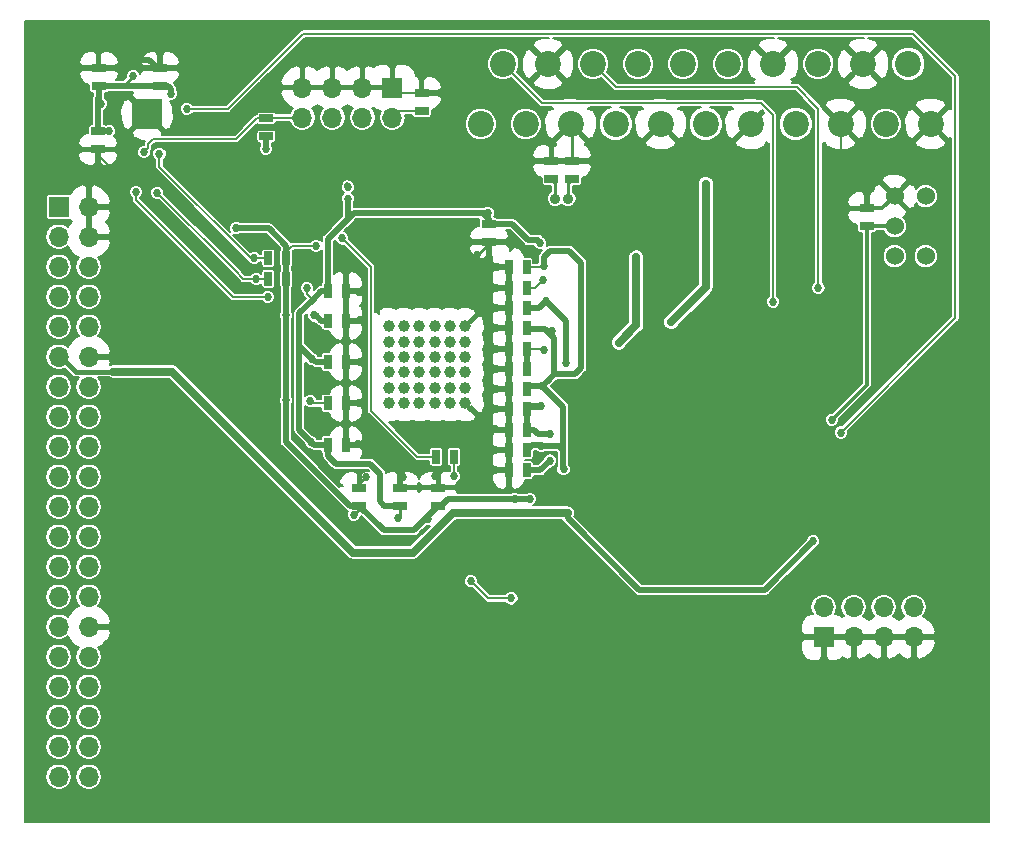
<source format=gbl>
G04 #@! TF.GenerationSoftware,KiCad,Pcbnew,5.0.1+dfsg1-3*
G04 #@! TF.CreationDate,2018-12-17T22:42:35+02:00*
G04 #@! TF.ProjectId,isl_board,69736C5F626F6172642E6B696361645F,rev?*
G04 #@! TF.SameCoordinates,Original*
G04 #@! TF.FileFunction,Copper,L2,Bot,Signal*
G04 #@! TF.FilePolarity,Positive*
%FSLAX46Y46*%
G04 Gerber Fmt 4.6, Leading zero omitted, Abs format (unit mm)*
G04 Created by KiCad (PCBNEW 5.0.1+dfsg1-3) date 2018-12-17T22:42:35 EET*
%MOMM*%
%LPD*%
G01*
G04 APERTURE LIST*
G04 #@! TA.AperFunction,ComponentPad*
%ADD10C,2.200000*%
G04 #@! TD*
G04 #@! TA.AperFunction,ComponentPad*
%ADD11C,1.524000*%
G04 #@! TD*
G04 #@! TA.AperFunction,SMDPad,CuDef*
%ADD12R,1.143000X0.635000*%
G04 #@! TD*
G04 #@! TA.AperFunction,SMDPad,CuDef*
%ADD13R,0.635000X1.143000*%
G04 #@! TD*
G04 #@! TA.AperFunction,ComponentPad*
%ADD14R,1.700000X1.700000*%
G04 #@! TD*
G04 #@! TA.AperFunction,ComponentPad*
%ADD15O,1.700000X1.700000*%
G04 #@! TD*
G04 #@! TA.AperFunction,ComponentPad*
%ADD16C,2.250000*%
G04 #@! TD*
G04 #@! TA.AperFunction,SMDPad,CuDef*
%ADD17R,2.500000X2.500000*%
G04 #@! TD*
G04 #@! TA.AperFunction,ComponentPad*
%ADD18C,0.900000*%
G04 #@! TD*
G04 #@! TA.AperFunction,ComponentPad*
%ADD19C,1.000000*%
G04 #@! TD*
G04 #@! TA.AperFunction,ViaPad*
%ADD20C,0.686000*%
G04 #@! TD*
G04 #@! TA.AperFunction,Conductor*
%ADD21C,0.700000*%
G04 #@! TD*
G04 #@! TA.AperFunction,Conductor*
%ADD22C,0.400000*%
G04 #@! TD*
G04 #@! TA.AperFunction,Conductor*
%ADD23C,0.500000*%
G04 #@! TD*
G04 #@! TA.AperFunction,Conductor*
%ADD24C,0.200000*%
G04 #@! TD*
G04 #@! TA.AperFunction,Conductor*
%ADD25C,0.250000*%
G04 #@! TD*
G04 #@! TA.AperFunction,Conductor*
%ADD26C,0.300000*%
G04 #@! TD*
G04 #@! TA.AperFunction,Conductor*
%ADD27C,0.640000*%
G04 #@! TD*
G04 #@! TA.AperFunction,Conductor*
%ADD28C,0.180000*%
G04 #@! TD*
G04 APERTURE END LIST*
D10*
G04 #@! TO.P,J4,2*
G04 #@! TO.N,/AUD_R*
X58250000Y-30500000D03*
G04 #@! TO.P,J4,3*
G04 #@! TO.N,Net-(J4-Pad3)*
X60155000Y-35580000D03*
G04 #@! TO.P,J4,4*
G04 #@! TO.N,GND*
X62060000Y-30500000D03*
G04 #@! TO.P,J4,5*
X63965000Y-35580000D03*
G04 #@! TO.P,J4,6*
G04 #@! TO.N,/AUD_L*
X65870000Y-30500000D03*
G04 #@! TO.P,J4,7*
G04 #@! TO.N,/B_in*
X67775000Y-35580000D03*
G04 #@! TO.P,J4,8*
G04 #@! TO.N,Net-(J4-Pad8)*
X69680000Y-30500000D03*
G04 #@! TO.P,J4,9*
G04 #@! TO.N,GND*
X71585000Y-35580000D03*
G04 #@! TO.P,J4,10*
G04 #@! TO.N,/VS_in*
X73490000Y-30500000D03*
G04 #@! TO.P,J4,11*
G04 #@! TO.N,/G_in*
X75395000Y-35580000D03*
G04 #@! TO.P,J4,12*
G04 #@! TO.N,/HS_in*
X77300000Y-30500000D03*
G04 #@! TO.P,J4,13*
G04 #@! TO.N,GND*
X79205000Y-35580000D03*
G04 #@! TO.P,J4,20*
G04 #@! TO.N,/SOG_in*
X92540000Y-30500000D03*
G04 #@! TO.P,J4,15*
G04 #@! TO.N,/R_in*
X83015000Y-35580000D03*
G04 #@! TO.P,J4,14*
G04 #@! TO.N,GND*
X81110000Y-30500000D03*
G04 #@! TO.P,J4,17*
X86825000Y-35580000D03*
G04 #@! TO.P,J4,16*
G04 #@! TO.N,Net-(J4-Pad16)*
X84920000Y-30500000D03*
G04 #@! TO.P,J4,19*
G04 #@! TO.N,Net-(J4-Pad19)*
X90635000Y-35580000D03*
G04 #@! TO.P,J4,18*
G04 #@! TO.N,GND*
X88730000Y-30500000D03*
G04 #@! TO.P,J4,21*
X94445000Y-35580000D03*
G04 #@! TO.P,J4,1*
G04 #@! TO.N,Net-(J4-Pad1)*
X56345000Y-35580000D03*
G04 #@! TD*
D11*
G04 #@! TO.P,J3,1*
G04 #@! TO.N,GND*
X91390000Y-41710000D03*
G04 #@! TO.P,J3,2*
G04 #@! TO.N,/DVDD3v3*
X91390000Y-44250000D03*
G04 #@! TO.P,J3,3*
G04 #@! TO.N,/SPDIF*
X91390000Y-46790000D03*
G04 #@! TO.P,J3,4*
G04 #@! TO.N,Net-(J3-Pad4)*
X94015000Y-46790000D03*
G04 #@! TO.P,J3,5*
G04 #@! TO.N,Net-(J3-Pad5)*
X94015000Y-41710000D03*
G04 #@! TD*
D12*
G04 #@! TO.P,C52,1*
G04 #@! TO.N,/DVDD3v3*
X89030000Y-44262000D03*
G04 #@! TO.P,C52,2*
G04 #@! TO.N,GND*
X89030000Y-42738000D03*
G04 #@! TD*
D13*
G04 #@! TO.P,R10,1*
G04 #@! TO.N,/PCLK*
X52568000Y-63770000D03*
G04 #@! TO.P,R10,2*
G04 #@! TO.N,Net-(R10-Pad2)*
X54092000Y-63770000D03*
G04 #@! TD*
D14*
G04 #@! TO.P,J2,1*
G04 #@! TO.N,GND*
X85400000Y-79050000D03*
D15*
G04 #@! TO.P,J2,2*
G04 #@! TO.N,/I2S_WS*
X85400000Y-76510000D03*
G04 #@! TO.P,J2,3*
G04 #@! TO.N,GND*
X87940000Y-79050000D03*
G04 #@! TO.P,J2,4*
G04 #@! TO.N,/I2S_DATA*
X87940000Y-76510000D03*
G04 #@! TO.P,J2,5*
G04 #@! TO.N,GND*
X90480000Y-79050000D03*
G04 #@! TO.P,J2,6*
G04 #@! TO.N,/I2S_BCK*
X90480000Y-76510000D03*
G04 #@! TO.P,J2,7*
G04 #@! TO.N,GND*
X93020000Y-79050000D03*
G04 #@! TO.P,J2,8*
G04 #@! TO.N,/SPDIF*
X93020000Y-76510000D03*
G04 #@! TD*
G04 #@! TO.P,J5,8*
G04 #@! TO.N,/SI_INT_N*
X41250000Y-35040000D03*
G04 #@! TO.P,J5,7*
G04 #@! TO.N,GND*
X41250000Y-32500000D03*
G04 #@! TO.P,J5,6*
G04 #@! TO.N,/COAST*
X43790000Y-35040000D03*
G04 #@! TO.P,J5,5*
G04 #@! TO.N,GND*
X43790000Y-32500000D03*
G04 #@! TO.P,J5,4*
G04 #@! TO.N,/CLAMP*
X46330000Y-35040000D03*
G04 #@! TO.P,J5,3*
G04 #@! TO.N,GND*
X46330000Y-32500000D03*
G04 #@! TO.P,J5,2*
G04 #@! TO.N,Net-(J5-Pad2)*
X48870000Y-35040000D03*
D14*
G04 #@! TO.P,J5,1*
G04 #@! TO.N,GND*
X48870000Y-32500000D03*
G04 #@! TD*
D16*
G04 #@! TO.P,U6,EP*
G04 #@! TO.N,GND*
X28090053Y-34782843D03*
D17*
X28090053Y-34782843D03*
G04 #@! TD*
D13*
G04 #@! TO.P,C9,1*
G04 #@! TO.N,/AVCC3v3*
X60242000Y-52890000D03*
G04 #@! TO.P,C9,2*
G04 #@! TO.N,GND*
X58718000Y-52890000D03*
G04 #@! TD*
G04 #@! TO.P,C10,1*
G04 #@! TO.N,/AVCC1v8*
X60242000Y-64900000D03*
G04 #@! TO.P,C10,2*
G04 #@! TO.N,GND*
X58718000Y-64900000D03*
G04 #@! TD*
G04 #@! TO.P,C11,1*
G04 #@! TO.N,/AVCC1v8*
X60242000Y-61470000D03*
G04 #@! TO.P,C11,2*
G04 #@! TO.N,GND*
X58718000Y-61470000D03*
G04 #@! TD*
G04 #@! TO.P,C12,1*
G04 #@! TO.N,/AVCC1v8*
X60242000Y-56320000D03*
G04 #@! TO.P,C12,2*
G04 #@! TO.N,GND*
X58718000Y-56320000D03*
G04 #@! TD*
G04 #@! TO.P,C14,1*
G04 #@! TO.N,/AVCC1v8*
X60242000Y-51170000D03*
G04 #@! TO.P,C14,2*
G04 #@! TO.N,GND*
X58718000Y-51170000D03*
G04 #@! TD*
G04 #@! TO.P,C15,1*
G04 #@! TO.N,/AVCC3v3*
X60232000Y-47720000D03*
G04 #@! TO.P,C15,2*
G04 #@! TO.N,GND*
X58708000Y-47720000D03*
G04 #@! TD*
G04 #@! TO.P,C16,1*
G04 #@! TO.N,/AVCC3v3*
X60242000Y-63180000D03*
G04 #@! TO.P,C16,2*
G04 #@! TO.N,GND*
X58718000Y-63180000D03*
G04 #@! TD*
G04 #@! TO.P,C17,1*
G04 #@! TO.N,/AVCC1v8*
X60242000Y-59750000D03*
G04 #@! TO.P,C17,2*
G04 #@! TO.N,GND*
X58718000Y-59750000D03*
G04 #@! TD*
G04 #@! TO.P,C18,1*
G04 #@! TO.N,/AVCC3v3*
X60242000Y-58030000D03*
G04 #@! TO.P,C18,2*
G04 #@! TO.N,GND*
X58718000Y-58030000D03*
G04 #@! TD*
G04 #@! TO.P,C19,1*
G04 #@! TO.N,/AVCC1v8*
X60242000Y-54600000D03*
G04 #@! TO.P,C19,2*
G04 #@! TO.N,GND*
X58718000Y-54600000D03*
G04 #@! TD*
G04 #@! TO.P,C21,1*
G04 #@! TO.N,/DVDD1v8*
X60242000Y-49450000D03*
G04 #@! TO.P,C21,2*
G04 #@! TO.N,GND*
X58718000Y-49450000D03*
G04 #@! TD*
D12*
G04 #@! TO.P,C24,1*
G04 #@! TO.N,Net-(C24-Pad1)*
X64120000Y-40242000D03*
G04 #@! TO.P,C24,2*
G04 #@! TO.N,GND*
X64120000Y-38718000D03*
G04 #@! TD*
G04 #@! TO.P,C25,1*
G04 #@! TO.N,Net-(C25-Pad1)*
X62340000Y-40242000D03*
G04 #@! TO.P,C25,2*
G04 #@! TO.N,GND*
X62340000Y-38718000D03*
G04 #@! TD*
G04 #@! TO.P,C26,1*
G04 #@! TO.N,/DVDD1v8*
X57040000Y-44078000D03*
G04 #@! TO.P,C26,2*
G04 #@! TO.N,GND*
X57040000Y-45602000D03*
G04 #@! TD*
G04 #@! TO.P,C28,1*
G04 #@! TO.N,GND*
X52760000Y-66368000D03*
G04 #@! TO.P,C28,2*
G04 #@! TO.N,/DVDD3v3*
X52760000Y-67892000D03*
G04 #@! TD*
G04 #@! TO.P,C29,1*
G04 #@! TO.N,/DVDD1v8*
X49520000Y-67892000D03*
G04 #@! TO.P,C29,2*
G04 #@! TO.N,GND*
X49520000Y-66368000D03*
G04 #@! TD*
G04 #@! TO.P,C31,1*
G04 #@! TO.N,/DVDD3v3*
X46080000Y-67902000D03*
G04 #@! TO.P,C31,2*
G04 #@! TO.N,GND*
X46080000Y-66378000D03*
G04 #@! TD*
D13*
G04 #@! TO.P,C32,1*
G04 #@! TO.N,/DVDD3v3*
X43418000Y-52240000D03*
G04 #@! TO.P,C32,2*
G04 #@! TO.N,GND*
X44942000Y-52240000D03*
G04 #@! TD*
G04 #@! TO.P,C33,1*
G04 #@! TO.N,/DVDD1v8*
X43408000Y-49740000D03*
G04 #@! TO.P,C33,2*
G04 #@! TO.N,GND*
X44932000Y-49740000D03*
G04 #@! TD*
G04 #@! TO.P,C34,1*
G04 #@! TO.N,/DVDD1v8*
X43418000Y-62750000D03*
G04 #@! TO.P,C34,2*
G04 #@! TO.N,GND*
X44942000Y-62750000D03*
G04 #@! TD*
G04 #@! TO.P,C35,1*
G04 #@! TO.N,/DVDD3v3*
X43418000Y-59250000D03*
G04 #@! TO.P,C35,2*
G04 #@! TO.N,GND*
X44942000Y-59250000D03*
G04 #@! TD*
G04 #@! TO.P,C36,1*
G04 #@! TO.N,/DVDD1v8*
X43418000Y-55750000D03*
G04 #@! TO.P,C36,2*
G04 #@! TO.N,GND*
X44942000Y-55750000D03*
G04 #@! TD*
D12*
G04 #@! TO.P,C37,1*
G04 #@! TO.N,/DVDD3v3*
X23970053Y-36210843D03*
G04 #@! TO.P,C37,2*
G04 #@! TO.N,GND*
X23970053Y-37734843D03*
G04 #@! TD*
G04 #@! TO.P,C38,1*
G04 #@! TO.N,/DVDD3v3*
X24000053Y-32364843D03*
G04 #@! TO.P,C38,2*
G04 #@! TO.N,GND*
X24000053Y-30840843D03*
G04 #@! TD*
G04 #@! TO.P,C41,1*
G04 #@! TO.N,/DVDD3v3*
X29190053Y-32384843D03*
G04 #@! TO.P,C41,2*
G04 #@! TO.N,GND*
X29190053Y-30860843D03*
G04 #@! TD*
D14*
G04 #@! TO.P,J1,1*
G04 #@! TO.N,/PCLK_SI*
X20630000Y-42600000D03*
D15*
G04 #@! TO.P,J1,2*
G04 #@! TO.N,GND*
X23170000Y-42600000D03*
G04 #@! TO.P,J1,3*
G04 #@! TO.N,/PCLK*
X20630000Y-45140000D03*
G04 #@! TO.P,J1,4*
G04 #@! TO.N,GND*
X23170000Y-45140000D03*
G04 #@! TO.P,J1,5*
G04 #@! TO.N,/SDA*
X20630000Y-47680000D03*
G04 #@! TO.P,J1,6*
G04 #@! TO.N,/SCL*
X23170000Y-47680000D03*
G04 #@! TO.P,J1,7*
G04 #@! TO.N,/B[7]*
X20630000Y-50220000D03*
G04 #@! TO.P,J1,8*
G04 #@! TO.N,/B[6]*
X23170000Y-50220000D03*
G04 #@! TO.P,J1,9*
G04 #@! TO.N,/B[5]*
X20630000Y-52760000D03*
G04 #@! TO.P,J1,10*
G04 #@! TO.N,/B[4]*
X23170000Y-52760000D03*
G04 #@! TO.P,J1,11*
G04 #@! TO.N,/DVDD5*
X20630000Y-55300000D03*
G04 #@! TO.P,J1,12*
G04 #@! TO.N,GND*
X23170000Y-55300000D03*
G04 #@! TO.P,J1,13*
G04 #@! TO.N,/B[3]*
X20630000Y-57840000D03*
G04 #@! TO.P,J1,14*
G04 #@! TO.N,/B[2]*
X23170000Y-57840000D03*
G04 #@! TO.P,J1,15*
G04 #@! TO.N,/B[1]*
X20630000Y-60380000D03*
G04 #@! TO.P,J1,16*
G04 #@! TO.N,/B[0]*
X23170000Y-60380000D03*
G04 #@! TO.P,J1,17*
G04 #@! TO.N,/G[7]*
X20630000Y-62920000D03*
G04 #@! TO.P,J1,18*
G04 #@! TO.N,/G[6]*
X23170000Y-62920000D03*
G04 #@! TO.P,J1,19*
G04 #@! TO.N,/G[5]*
X20630000Y-65460000D03*
G04 #@! TO.P,J1,20*
G04 #@! TO.N,/G[4]*
X23170000Y-65460000D03*
G04 #@! TO.P,J1,21*
G04 #@! TO.N,/G[3]*
X20630000Y-68000000D03*
G04 #@! TO.P,J1,22*
G04 #@! TO.N,/G[2]*
X23170000Y-68000000D03*
G04 #@! TO.P,J1,23*
G04 #@! TO.N,/G[1]*
X20630000Y-70540000D03*
G04 #@! TO.P,J1,24*
G04 #@! TO.N,/G[0]*
X23170000Y-70540000D03*
G04 #@! TO.P,J1,25*
G04 #@! TO.N,/R[7]*
X20630000Y-73080000D03*
G04 #@! TO.P,J1,26*
G04 #@! TO.N,/R[6]*
X23170000Y-73080000D03*
G04 #@! TO.P,J1,27*
G04 #@! TO.N,/R[5]*
X20630000Y-75620000D03*
G04 #@! TO.P,J1,28*
G04 #@! TO.N,/R[4]*
X23170000Y-75620000D03*
G04 #@! TO.P,J1,29*
G04 #@! TO.N,Net-(J1-Pad29)*
X20630000Y-78160000D03*
G04 #@! TO.P,J1,30*
G04 #@! TO.N,GND*
X23170000Y-78160000D03*
G04 #@! TO.P,J1,31*
G04 #@! TO.N,/R[3]*
X20630000Y-80700000D03*
G04 #@! TO.P,J1,32*
G04 #@! TO.N,/R[2]*
X23170000Y-80700000D03*
G04 #@! TO.P,J1,33*
G04 #@! TO.N,/R[1]*
X20630000Y-83240000D03*
G04 #@! TO.P,J1,34*
G04 #@! TO.N,/R[0]*
X23170000Y-83240000D03*
G04 #@! TO.P,J1,35*
G04 #@! TO.N,/HS*
X20630000Y-85780000D03*
G04 #@! TO.P,J1,36*
G04 #@! TO.N,/HSYNC*
X23170000Y-85780000D03*
G04 #@! TO.P,J1,37*
G04 #@! TO.N,/VSYNC*
X20630000Y-88320000D03*
G04 #@! TO.P,J1,38*
G04 #@! TO.N,/INT_N*
X23170000Y-88320000D03*
G04 #@! TO.P,J1,39*
G04 #@! TO.N,/DE*
X20630000Y-90860000D03*
G04 #@! TO.P,J1,40*
G04 #@! TO.N,/FID*
X23170000Y-90860000D03*
G04 #@! TD*
D12*
G04 #@! TO.P,R37,2*
G04 #@! TO.N,/DVDD3v3*
X38190000Y-36644000D03*
G04 #@! TO.P,R37,1*
G04 #@! TO.N,/SI_INT_N*
X38190000Y-35120000D03*
G04 #@! TD*
D13*
G04 #@! TO.P,R39,1*
G04 #@! TO.N,/DVDD3v3*
X39882000Y-46970000D03*
G04 #@! TO.P,R39,2*
G04 #@! TO.N,/SDA*
X38358000Y-46970000D03*
G04 #@! TD*
G04 #@! TO.P,R40,1*
G04 #@! TO.N,/DVDD3v3*
X39892000Y-48690000D03*
G04 #@! TO.P,R40,2*
G04 #@! TO.N,/SCL*
X38368000Y-48690000D03*
G04 #@! TD*
D12*
G04 #@! TO.P,R45,1*
G04 #@! TO.N,GND*
X51350000Y-32978000D03*
G04 #@! TO.P,R45,2*
G04 #@! TO.N,Net-(J5-Pad2)*
X51350000Y-34502000D03*
G04 #@! TD*
D18*
G04 #@! TO.P,Y1,1*
G04 #@! TO.N,Net-(C24-Pad1)*
X63750000Y-41910000D03*
G04 #@! TO.P,Y1,2*
G04 #@! TO.N,Net-(C25-Pad1)*
X62650000Y-41910000D03*
G04 #@! TD*
D19*
G04 #@! TO.P,U5,EP*
G04 #@! TO.N,GND*
X55058340Y-59215800D03*
X53758340Y-59215800D03*
X52458340Y-59215800D03*
X51158340Y-59215800D03*
X49858340Y-59215800D03*
X48558340Y-59215800D03*
X55058340Y-57915800D03*
X53758340Y-57915800D03*
X52458340Y-57915800D03*
X51158340Y-57915800D03*
X49858340Y-57915800D03*
X48558340Y-57915800D03*
X55058340Y-56615800D03*
X53758340Y-56615800D03*
X52458340Y-56615800D03*
X51158340Y-56615800D03*
X49858340Y-56615800D03*
X48558340Y-56615800D03*
X55058340Y-55315800D03*
X53758340Y-55315800D03*
X52458340Y-55315800D03*
X51158340Y-55315800D03*
X49858340Y-55315800D03*
X48558340Y-55315800D03*
X55058340Y-54015800D03*
X53758340Y-54015800D03*
X52458340Y-54015800D03*
X51158340Y-54015800D03*
X49858340Y-54015800D03*
X48558340Y-54015800D03*
X55058340Y-52715800D03*
X53758340Y-52715800D03*
X52458340Y-52715800D03*
X51158340Y-52715800D03*
X49858340Y-52715800D03*
X48558340Y-52715800D03*
G04 #@! TD*
D20*
G04 #@! TO.N,/DVDD5*
X62300000Y-68530000D03*
X63720000Y-68500000D03*
X84510000Y-70930000D03*
G04 #@! TO.N,GND*
X49850000Y-41510000D03*
X47950000Y-41410000D03*
X61470000Y-74210000D03*
X61900000Y-75550000D03*
X39760000Y-42440000D03*
X47380000Y-46650000D03*
X49780000Y-46600000D03*
X54110000Y-46650000D03*
X51560000Y-46580000D03*
X62930000Y-45370000D03*
X61400000Y-43380000D03*
X59940000Y-43420000D03*
X59890000Y-39680000D03*
X36640000Y-43000000D03*
X43100000Y-44060000D03*
X73380000Y-59700000D03*
X73400000Y-63810000D03*
X52440000Y-65410000D03*
X64210000Y-57880000D03*
X64690000Y-62060000D03*
X46610000Y-65440000D03*
X56060000Y-46690000D03*
X49740000Y-65450000D03*
X57540000Y-64880000D03*
X57700000Y-47730000D03*
X45920000Y-62720000D03*
X46030000Y-59250000D03*
X46090000Y-55750000D03*
X46110000Y-52210000D03*
X46070000Y-49780000D03*
X76590000Y-49450000D03*
X75950000Y-51960000D03*
X73470000Y-48170000D03*
X71570000Y-47020000D03*
X57560000Y-63190000D03*
X57590000Y-61430000D03*
X57630000Y-59750000D03*
X57640000Y-58020000D03*
X57620000Y-56320000D03*
X57650000Y-54620000D03*
X57620000Y-52900000D03*
X57670000Y-51140000D03*
X57660000Y-49450000D03*
X25400000Y-42990000D03*
X26580000Y-42990000D03*
X26570000Y-45300000D03*
X28240000Y-45310000D03*
X28280000Y-46993000D03*
X30570000Y-47030000D03*
X30570000Y-48283000D03*
X31990000Y-48320000D03*
X31990000Y-49810000D03*
X33490000Y-49800000D03*
X33490000Y-51480000D03*
X34930000Y-51480000D03*
X34930000Y-55590000D03*
X33980000Y-53000000D03*
X32680000Y-52980000D03*
X34010000Y-54290000D03*
X34910000Y-58220000D03*
X36550000Y-58250000D03*
X36480000Y-61370000D03*
X37600000Y-62030000D03*
X38920000Y-62600000D03*
X39319315Y-63909315D03*
X40290000Y-64770000D03*
X41450000Y-65910000D03*
X39870000Y-68200000D03*
X43400000Y-72260000D03*
X43440000Y-74040000D03*
X43490000Y-75840000D03*
X43550000Y-77790000D03*
X43550000Y-80070000D03*
X37860000Y-87700000D03*
X38840000Y-89130000D03*
X39570000Y-90350000D03*
X40040000Y-91900000D03*
X42110000Y-92680000D03*
X77390000Y-72860000D03*
X75600000Y-73520000D03*
X73750000Y-73480000D03*
X71550000Y-73500000D03*
X70790000Y-72570000D03*
X71130000Y-71250000D03*
X69620000Y-72600000D03*
X69360000Y-69830000D03*
X69330000Y-68100000D03*
X70820000Y-67080000D03*
X75940000Y-66710000D03*
X77160000Y-67740000D03*
X77270000Y-70540000D03*
X80670000Y-58610000D03*
X80950000Y-61080000D03*
X71585000Y-39035000D03*
X77950000Y-39090000D03*
X78280000Y-44970000D03*
X82940000Y-41230000D03*
X83570000Y-39110000D03*
X86330000Y-38930000D03*
X86390000Y-43960000D03*
X83310000Y-47890000D03*
X78950000Y-51630000D03*
G04 #@! TO.N,/DVDD3v3*
X51880000Y-69010000D03*
X42210000Y-51800000D03*
X24220053Y-33882843D03*
X26940053Y-31542843D03*
X30120053Y-33012843D03*
X41930000Y-59030000D03*
X42410000Y-45910000D03*
X59240000Y-67310000D03*
X60510000Y-67340000D03*
X45610000Y-68680000D03*
X39860000Y-59000000D03*
X35650000Y-44420000D03*
X39870000Y-51790000D03*
X24900053Y-36202843D03*
X38140000Y-37700000D03*
X86070000Y-60620000D03*
G04 #@! TO.N,/AVCC3v3*
X61700000Y-47580000D03*
X62380000Y-53130000D03*
X61560000Y-57790000D03*
X63360000Y-64820000D03*
X61490000Y-62830000D03*
G04 #@! TO.N,/AVCC1v8*
X61890000Y-50570000D03*
X63610000Y-55810000D03*
X61680000Y-54760000D03*
X61490000Y-59440000D03*
X62190000Y-61860000D03*
X62210000Y-64090000D03*
G04 #@! TO.N,/DVDD1v8*
X61400000Y-45690000D03*
X61610000Y-48780000D03*
X41980000Y-62500000D03*
X45110000Y-40940000D03*
X45100000Y-41930000D03*
X56950000Y-43110000D03*
X49310000Y-68970000D03*
X41630000Y-49480000D03*
X42030844Y-55481900D03*
G04 #@! TO.N,/B_in*
X68060000Y-54090000D03*
X69520000Y-46880000D03*
G04 #@! TO.N,/G_in*
X75410000Y-40650000D03*
X72480000Y-52360000D03*
G04 #@! TO.N,/SDA*
X37180000Y-46960000D03*
X29150000Y-38100000D03*
G04 #@! TO.N,/SCL*
X37350000Y-48690000D03*
X28970000Y-41410000D03*
G04 #@! TO.N,/PCLK*
X44620000Y-45280000D03*
G04 #@! TO.N,Net-(R10-Pad2)*
X54100000Y-65430000D03*
G04 #@! TO.N,Net-(R38-Pad1)*
X58950000Y-75760000D03*
X55510000Y-74300000D03*
G04 #@! TO.N,/SI_INT_N*
X27840000Y-37990000D03*
G04 #@! TO.N,Net-(C51-Pad1)*
X38310000Y-50240000D03*
X27170000Y-41350000D03*
G04 #@! TO.N,/AUD_R*
X81110000Y-50650000D03*
G04 #@! TO.N,/AUD_L*
X84940000Y-49470000D03*
G04 #@! TO.N,/PCM_MCLK*
X31470000Y-34290000D03*
X86850000Y-61710000D03*
G04 #@! TD*
D21*
G04 #@! TO.N,/DVDD5*
X62300000Y-68530000D02*
X62300000Y-68500000D01*
X62300000Y-68500000D02*
X62300000Y-68530000D01*
X62300000Y-68530000D02*
X62300000Y-68500000D01*
X25250000Y-56560000D02*
X30210000Y-56560000D01*
X53990000Y-68500000D02*
X62300000Y-68500000D01*
X62300000Y-68500000D02*
X63720000Y-68500000D01*
X50610000Y-71880000D02*
X53990000Y-68500000D01*
X45530000Y-71880000D02*
X50610000Y-71880000D01*
X30210000Y-56560000D02*
X45530000Y-71880000D01*
D22*
X20630000Y-55300000D02*
X20790000Y-55300000D01*
X20790000Y-55300000D02*
X22050000Y-56560000D01*
X22050000Y-56560000D02*
X25250000Y-56560000D01*
D23*
X63720000Y-68985075D02*
X69774925Y-75040000D01*
X63720000Y-68500000D02*
X63720000Y-68985075D01*
X69774925Y-75040000D02*
X80400000Y-75040000D01*
X80400000Y-75040000D02*
X84510000Y-70930000D01*
D24*
G04 #@! TO.N,GND*
X49850000Y-41510000D02*
X49750000Y-41410000D01*
X49750000Y-41410000D02*
X47950000Y-41410000D01*
X48524140Y-59250000D02*
X48558340Y-59215800D01*
D23*
X24000053Y-30840843D02*
X25720053Y-30840843D01*
X29190053Y-30860843D02*
X29008053Y-30860843D01*
X29008053Y-30860843D02*
X28290053Y-30142843D01*
X26418053Y-30142843D02*
X25720053Y-30840843D01*
X28290053Y-30142843D02*
X26418053Y-30142843D01*
X23970053Y-30840843D02*
X25720053Y-30840843D01*
D24*
X39680000Y-42520000D02*
X39680000Y-43000000D01*
X39760000Y-42440000D02*
X39680000Y-42520000D01*
X51560000Y-46580000D02*
X49800000Y-46580000D01*
X49800000Y-46580000D02*
X49780000Y-46600000D01*
X51630000Y-46650000D02*
X54110000Y-46650000D01*
X51560000Y-46580000D02*
X51630000Y-46650000D01*
X59890000Y-39680000D02*
X59890000Y-43370000D01*
X62930000Y-44910000D02*
X62930000Y-45370000D01*
X61400000Y-43380000D02*
X62930000Y-44910000D01*
X59890000Y-43370000D02*
X59940000Y-43420000D01*
X60852000Y-38718000D02*
X62340000Y-38718000D01*
X59890000Y-39680000D02*
X60852000Y-38718000D01*
D23*
X36640000Y-43000000D02*
X39680000Y-43000000D01*
X39680000Y-43000000D02*
X42040000Y-43000000D01*
X42040000Y-43000000D02*
X43100000Y-44060000D01*
D24*
X23170000Y-55300000D02*
X31180000Y-55300000D01*
X74090000Y-62030000D02*
X74100000Y-62030000D01*
X74100000Y-62020000D02*
X74090000Y-62030000D01*
X74100000Y-60420000D02*
X74100000Y-62020000D01*
X73380000Y-59700000D02*
X74100000Y-60420000D01*
X74100000Y-63110000D02*
X74100000Y-62030000D01*
X73400000Y-63810000D02*
X74100000Y-63110000D01*
X74100000Y-62030000D02*
X74100000Y-61820000D01*
D25*
X52760000Y-65730000D02*
X52440000Y-65410000D01*
X52760000Y-66368000D02*
X52760000Y-65730000D01*
X46080000Y-66378000D02*
X46080000Y-65970000D01*
X46080000Y-65970000D02*
X46610000Y-65440000D01*
X57040000Y-45602000D02*
X57040000Y-45710000D01*
X57040000Y-45710000D02*
X56060000Y-46690000D01*
X49520000Y-66368000D02*
X49520000Y-65670000D01*
X49520000Y-65670000D02*
X49740000Y-65450000D01*
D23*
X57560000Y-64900000D02*
X57540000Y-64880000D01*
X57560000Y-64900000D02*
X58718000Y-64900000D01*
X57710000Y-47720000D02*
X57700000Y-47730000D01*
X58708000Y-47720000D02*
X57710000Y-47720000D01*
X44942000Y-62750000D02*
X45890000Y-62750000D01*
X45890000Y-62750000D02*
X45920000Y-62720000D01*
X44942000Y-59250000D02*
X46050000Y-59250000D01*
X46050000Y-59250000D02*
X46030000Y-59250000D01*
X44942000Y-55750000D02*
X46090000Y-55750000D01*
X44942000Y-52240000D02*
X46080000Y-52240000D01*
X46080000Y-52240000D02*
X46110000Y-52210000D01*
X44932000Y-49740000D02*
X46030000Y-49740000D01*
X46030000Y-49740000D02*
X46070000Y-49780000D01*
X44932000Y-49740000D02*
X44932000Y-52230000D01*
X44932000Y-52230000D02*
X44942000Y-52240000D01*
X44942000Y-52240000D02*
X44942000Y-59250000D01*
X44942000Y-59250000D02*
X44942000Y-62750000D01*
D24*
X76590000Y-51320000D02*
X76590000Y-49450000D01*
X75950000Y-51960000D02*
X76590000Y-51320000D01*
D25*
X72720000Y-48170000D02*
X73470000Y-48170000D01*
X71570000Y-47020000D02*
X72720000Y-48170000D01*
X64120000Y-38718000D02*
X64120000Y-35735000D01*
X64120000Y-35735000D02*
X63965000Y-35580000D01*
X62340000Y-38718000D02*
X64120000Y-38718000D01*
D23*
X58718000Y-63180000D02*
X57570000Y-63180000D01*
X57570000Y-63180000D02*
X57560000Y-63190000D01*
X58718000Y-61470000D02*
X57630000Y-61470000D01*
X57630000Y-61470000D02*
X57590000Y-61430000D01*
X58718000Y-59750000D02*
X57630000Y-59750000D01*
X58718000Y-58030000D02*
X57650000Y-58030000D01*
X57650000Y-58030000D02*
X57640000Y-58020000D01*
X58718000Y-56320000D02*
X57620000Y-56320000D01*
X58718000Y-54600000D02*
X57670000Y-54600000D01*
X57670000Y-54600000D02*
X57650000Y-54620000D01*
X58718000Y-52890000D02*
X57630000Y-52890000D01*
X57630000Y-52890000D02*
X57620000Y-52900000D01*
X58718000Y-51170000D02*
X57700000Y-51170000D01*
X57700000Y-51170000D02*
X57670000Y-51140000D01*
X58718000Y-49450000D02*
X57660000Y-49450000D01*
X58718000Y-64900000D02*
X58718000Y-63180000D01*
X58718000Y-63180000D02*
X58718000Y-61470000D01*
X58718000Y-61470000D02*
X58718000Y-59750000D01*
X58718000Y-59750000D02*
X58718000Y-58030000D01*
X58718000Y-58030000D02*
X58718000Y-56320000D01*
X58718000Y-56320000D02*
X58718000Y-54600000D01*
X58718000Y-54600000D02*
X58718000Y-52890000D01*
X58718000Y-52890000D02*
X58718000Y-51170000D01*
X58718000Y-51170000D02*
X58718000Y-49450000D01*
X58718000Y-49450000D02*
X58708000Y-49440000D01*
X58708000Y-49440000D02*
X58708000Y-47720000D01*
D24*
X49348000Y-32978000D02*
X48870000Y-32500000D01*
X51350000Y-32978000D02*
X49348000Y-32978000D01*
D26*
X90362000Y-42738000D02*
X91390000Y-41710000D01*
X89030000Y-42738000D02*
X90362000Y-42738000D01*
D24*
X23970053Y-38252343D02*
X25400000Y-39682290D01*
X23970053Y-37734843D02*
X23970053Y-38252343D01*
X25400000Y-39682290D02*
X25400000Y-42990000D01*
X26580000Y-43475075D02*
X26570000Y-43485075D01*
X26580000Y-42990000D02*
X26580000Y-43475075D01*
X26570000Y-43485075D02*
X26570000Y-45300000D01*
X28240000Y-45310000D02*
X28240000Y-45795075D01*
X28240000Y-45795075D02*
X28240000Y-46953000D01*
X28240000Y-46953000D02*
X28280000Y-46993000D01*
X30570000Y-47030000D02*
X30570000Y-48283000D01*
X31990000Y-48320000D02*
X31990000Y-49810000D01*
X33490000Y-49800000D02*
X33490000Y-51480000D01*
X34010000Y-53030000D02*
X33980000Y-53000000D01*
X34930000Y-53030000D02*
X34010000Y-53030000D01*
X34930000Y-51480000D02*
X34930000Y-53030000D01*
X34040000Y-54320000D02*
X34010000Y-54290000D01*
X34930000Y-54320000D02*
X34040000Y-54320000D01*
X34930000Y-54320000D02*
X34930000Y-55490000D01*
X34930000Y-53030000D02*
X34930000Y-54320000D01*
X31470000Y-55590000D02*
X31180000Y-55300000D01*
X34930000Y-55590000D02*
X31470000Y-55590000D01*
X34930000Y-55590000D02*
X34930000Y-58200000D01*
X34930000Y-58200000D02*
X34910000Y-58220000D01*
X36550000Y-58250000D02*
X36550000Y-61300000D01*
X36550000Y-61300000D02*
X36480000Y-61370000D01*
X36480000Y-61370000D02*
X36940000Y-61370000D01*
X36940000Y-61370000D02*
X37600000Y-62030000D01*
X37600000Y-62030000D02*
X38350000Y-62030000D01*
X38350000Y-62030000D02*
X38920000Y-62600000D01*
X38920000Y-62600000D02*
X38920000Y-63510000D01*
X38920000Y-63510000D02*
X39319315Y-63909315D01*
X39319315Y-63909315D02*
X39429315Y-63909315D01*
X39429315Y-63909315D02*
X40290000Y-64770000D01*
X40290000Y-64770000D02*
X40310000Y-64770000D01*
X40310000Y-64770000D02*
X41450000Y-65910000D01*
X39870000Y-68200000D02*
X43400000Y-71730000D01*
X43400000Y-71730000D02*
X43400000Y-72260000D01*
X43400000Y-72260000D02*
X43400000Y-74000000D01*
X43400000Y-74000000D02*
X43440000Y-74040000D01*
X43440000Y-74040000D02*
X43440000Y-75790000D01*
X43440000Y-75790000D02*
X43490000Y-75840000D01*
X43490000Y-75840000D02*
X43490000Y-77730000D01*
X43490000Y-77730000D02*
X43550000Y-77790000D01*
X43550000Y-77790000D02*
X43550000Y-80070000D01*
X43550000Y-80070000D02*
X43550000Y-82010000D01*
X43550000Y-82010000D02*
X37860000Y-87700000D01*
X37860000Y-87700000D02*
X37860000Y-88150000D01*
X37860000Y-88150000D02*
X38840000Y-89130000D01*
X38840000Y-89130000D02*
X38840000Y-89620000D01*
X38840000Y-89620000D02*
X39570000Y-90350000D01*
X39570000Y-90350000D02*
X39570000Y-91430000D01*
X39570000Y-91430000D02*
X40040000Y-91900000D01*
X40040000Y-91900000D02*
X40820000Y-92680000D01*
X40820000Y-92680000D02*
X42110000Y-92680000D01*
X77390000Y-72860000D02*
X76260000Y-72860000D01*
X76260000Y-72860000D02*
X75600000Y-73520000D01*
X73750000Y-73480000D02*
X71570000Y-73480000D01*
X71570000Y-73480000D02*
X71550000Y-73500000D01*
X70790000Y-72570000D02*
X70790000Y-71590000D01*
X70790000Y-71590000D02*
X71130000Y-71250000D01*
X69620000Y-72114925D02*
X69460000Y-71954925D01*
X69620000Y-72600000D02*
X69620000Y-72114925D01*
X69460000Y-71954925D02*
X69460000Y-69930000D01*
X69460000Y-69930000D02*
X69360000Y-69830000D01*
X69360000Y-69830000D02*
X69360000Y-68130000D01*
X69360000Y-68130000D02*
X69330000Y-68100000D01*
X70820000Y-67080000D02*
X71190000Y-66710000D01*
X71190000Y-66710000D02*
X75940000Y-66710000D01*
X77160000Y-67740000D02*
X77160000Y-70430000D01*
X77160000Y-70430000D02*
X77270000Y-70540000D01*
X80670000Y-58610000D02*
X80670000Y-60800000D01*
X80670000Y-60800000D02*
X80950000Y-61080000D01*
X74860842Y-39090000D02*
X77950000Y-39090000D01*
X71585000Y-39035000D02*
X74805842Y-39035000D01*
X74805842Y-39035000D02*
X74860842Y-39090000D01*
X77950000Y-39090000D02*
X77950000Y-44640000D01*
X77950000Y-44640000D02*
X78280000Y-44970000D01*
X82940000Y-41230000D02*
X82940000Y-39740000D01*
X82940000Y-39740000D02*
X83570000Y-39110000D01*
X86825000Y-38435000D02*
X86825000Y-35580000D01*
X86330000Y-38930000D02*
X86825000Y-38435000D01*
X86330000Y-39415075D02*
X86390000Y-39475075D01*
X86330000Y-38930000D02*
X86330000Y-39415075D01*
X86390000Y-39475075D02*
X86390000Y-43960000D01*
X87612000Y-42738000D02*
X86390000Y-43960000D01*
X89030000Y-42738000D02*
X87612000Y-42738000D01*
X76280000Y-51630000D02*
X75950000Y-51960000D01*
X78950000Y-51630000D02*
X76280000Y-51630000D01*
D23*
G04 #@! TO.N,/DVDD3v3*
X42210000Y-51800000D02*
X42390000Y-51800000D01*
X42390000Y-51800000D02*
X42830000Y-52240000D01*
D24*
X51896000Y-68994000D02*
X51896000Y-68756000D01*
X51880000Y-69010000D02*
X51896000Y-68994000D01*
X42210000Y-51800000D02*
X42220000Y-51810000D01*
X42220000Y-51810000D02*
X42270000Y-51810000D01*
D23*
X24000053Y-33662843D02*
X24220053Y-33882843D01*
X25720053Y-32364843D02*
X29170053Y-32364843D01*
X29170053Y-32364843D02*
X29190053Y-32384843D01*
D25*
X24220053Y-33882843D02*
X24000053Y-33662843D01*
D23*
X24000053Y-32364843D02*
X25720053Y-32364843D01*
D25*
X26940053Y-31542843D02*
X26118053Y-32364843D01*
X26118053Y-32364843D02*
X25720053Y-32364843D01*
D23*
X42830000Y-52240000D02*
X43418000Y-52240000D01*
D24*
X42850000Y-52320000D02*
X42850000Y-52240000D01*
X42830000Y-52300000D02*
X42850000Y-52320000D01*
X42830000Y-52240000D02*
X42830000Y-52300000D01*
D23*
X39870000Y-57360000D02*
X39870000Y-62490000D01*
X39900000Y-62520000D02*
X45282000Y-67902000D01*
X45282000Y-67902000D02*
X46080000Y-67902000D01*
X39870000Y-62490000D02*
X39900000Y-62520000D01*
D24*
X42150000Y-59250000D02*
X43418000Y-59250000D01*
X41930000Y-59030000D02*
X42150000Y-59250000D01*
X39928000Y-49480000D02*
X39928000Y-48638000D01*
X39928000Y-48638000D02*
X39900000Y-48610000D01*
X39928000Y-47720000D02*
X39928000Y-47672000D01*
D23*
X43418000Y-52240000D02*
X42850000Y-52240000D01*
X42850000Y-52240000D02*
X42930000Y-52240000D01*
X58790000Y-67310000D02*
X59240000Y-67310000D01*
X52760000Y-67892000D02*
X53028000Y-67892000D01*
X53028000Y-67892000D02*
X53610000Y-67310000D01*
X60480000Y-67310000D02*
X60510000Y-67340000D01*
X53610000Y-67310000D02*
X58790000Y-67310000D01*
X58790000Y-67310000D02*
X60480000Y-67310000D01*
X50722000Y-69950000D02*
X50722000Y-69930000D01*
X48128000Y-69950000D02*
X48710000Y-69950000D01*
X46080000Y-67902000D02*
X48128000Y-69950000D01*
X48710000Y-69950000D02*
X50722000Y-69950000D01*
X50722000Y-69930000D02*
X51896000Y-68756000D01*
X51896000Y-68756000D02*
X52760000Y-67892000D01*
D25*
X45610000Y-68680000D02*
X46080000Y-68210000D01*
X46080000Y-68210000D02*
X46080000Y-67902000D01*
D23*
X43418000Y-52240000D02*
X43330000Y-52240000D01*
X35660000Y-44420000D02*
X35650000Y-44420000D01*
X39870000Y-51790000D02*
X39870000Y-57360000D01*
X39870000Y-51790000D02*
X39870000Y-47480000D01*
D24*
X42410000Y-45910000D02*
X40370000Y-45910000D01*
X39882000Y-46398000D02*
X39882000Y-46970000D01*
X40370000Y-45910000D02*
X39882000Y-46398000D01*
D23*
X24894000Y-36216000D02*
X24902000Y-36208000D01*
X24910000Y-36220000D02*
X23988000Y-36220000D01*
X23970053Y-33400000D02*
X24000053Y-33370000D01*
X23970053Y-36210843D02*
X23970053Y-33400000D01*
X24000053Y-32364843D02*
X24000053Y-33370000D01*
X24000053Y-33370000D02*
X24000053Y-33662843D01*
X38140000Y-36694000D02*
X38190000Y-36644000D01*
X38140000Y-37700000D02*
X38140000Y-36694000D01*
X30120053Y-33012843D02*
X30120053Y-32649947D01*
X29854949Y-32384843D02*
X29190053Y-32384843D01*
X30120053Y-32649947D02*
X29854949Y-32384843D01*
D26*
X91378000Y-44262000D02*
X91390000Y-44250000D01*
X89030000Y-44262000D02*
X91378000Y-44262000D01*
X89030000Y-44262000D02*
X89030000Y-57660000D01*
X89030000Y-57660000D02*
X86070000Y-60620000D01*
D23*
X38403500Y-44420000D02*
X36810000Y-44420000D01*
X39882000Y-46970000D02*
X39882000Y-45898500D01*
X36810000Y-44420000D02*
X35650000Y-44420000D01*
X39882000Y-45898500D02*
X38403500Y-44420000D01*
G04 #@! TO.N,/AVCC3v3*
X61560000Y-57790000D02*
X60482000Y-57790000D01*
X60482000Y-57790000D02*
X60242000Y-58030000D01*
X63370000Y-46310000D02*
X62250000Y-46310000D01*
X64340000Y-56770000D02*
X64880000Y-56230000D01*
X64880000Y-56230000D02*
X64880000Y-47370000D01*
X64880000Y-47370000D02*
X63820000Y-46310000D01*
X63820000Y-46310000D02*
X63370000Y-46310000D01*
X62580000Y-56770000D02*
X64340000Y-56770000D01*
X61700000Y-46860000D02*
X61700000Y-47580000D01*
X62250000Y-46310000D02*
X61700000Y-46860000D01*
D24*
X61560000Y-47720000D02*
X60232000Y-47720000D01*
X61700000Y-47580000D02*
X61560000Y-47720000D01*
X62260000Y-53250000D02*
X62140000Y-53250000D01*
X62380000Y-53130000D02*
X62260000Y-53250000D01*
D23*
X62110000Y-57240000D02*
X62580000Y-56770000D01*
X62580000Y-56770000D02*
X62590000Y-56760000D01*
X61810000Y-52920000D02*
X60272000Y-52920000D01*
X62590000Y-53700000D02*
X62140000Y-53250000D01*
X62140000Y-53250000D02*
X61810000Y-52920000D01*
X62590000Y-56760000D02*
X62590000Y-53700000D01*
X60272000Y-52920000D02*
X60242000Y-52890000D01*
X63330000Y-59910000D02*
X63330000Y-59560000D01*
X63330000Y-59560000D02*
X61560000Y-57790000D01*
X61560000Y-57790000D02*
X61560000Y-57790000D01*
X62140000Y-57210000D02*
X62110000Y-57240000D01*
X62110000Y-57240000D02*
X61560000Y-57790000D01*
D24*
X61560000Y-57790000D02*
X62140000Y-57210000D01*
D23*
X63330000Y-63170000D02*
X63330000Y-59910000D01*
X63330000Y-59910000D02*
X63330000Y-59870000D01*
X61490000Y-62830000D02*
X62990000Y-62830000D01*
X62990000Y-62830000D02*
X63330000Y-63170000D01*
X63330000Y-63170000D02*
X63330000Y-64790000D01*
X63330000Y-64790000D02*
X63360000Y-64820000D01*
D24*
X61060000Y-62820000D02*
X61060000Y-62760000D01*
X61120000Y-62760000D02*
X61060000Y-62820000D01*
X61420000Y-62760000D02*
X61120000Y-62760000D01*
X61490000Y-62830000D02*
X61420000Y-62760000D01*
D23*
X61240000Y-62760000D02*
X61060000Y-62760000D01*
X61060000Y-62760000D02*
X60662000Y-62760000D01*
X60662000Y-62760000D02*
X60242000Y-63180000D01*
X60502000Y-57770000D02*
X60242000Y-58030000D01*
D25*
X61810000Y-52890000D02*
X60242000Y-52890000D01*
D23*
G04 #@! TO.N,/AVCC1v8*
X60242000Y-51170000D02*
X61290000Y-51170000D01*
X61290000Y-51170000D02*
X61890000Y-50570000D01*
X61890000Y-50570000D02*
X63610000Y-52290000D01*
X63610000Y-52290000D02*
X63610000Y-55810000D01*
D24*
X60242000Y-54600000D02*
X61520000Y-54600000D01*
X61520000Y-54600000D02*
X61680000Y-54760000D01*
D23*
X61490000Y-59440000D02*
X60552000Y-59440000D01*
X60552000Y-59440000D02*
X60242000Y-59750000D01*
D24*
X61180000Y-59750000D02*
X60242000Y-59750000D01*
X61490000Y-59440000D02*
X61180000Y-59750000D01*
D23*
X60840000Y-61470000D02*
X61230000Y-61860000D01*
X61230000Y-61860000D02*
X62190000Y-61860000D01*
X60242000Y-61470000D02*
X60840000Y-61470000D01*
X60242000Y-64900000D02*
X61400000Y-64900000D01*
X61400000Y-64900000D02*
X62210000Y-64090000D01*
X60242000Y-61470000D02*
X60242000Y-59750000D01*
X60242000Y-56320000D02*
X60242000Y-54600000D01*
D24*
G04 #@! TO.N,/DVDD1v8*
X42130000Y-50530000D02*
X42130000Y-50470000D01*
X42170000Y-50570000D02*
X42130000Y-50530000D01*
D25*
X43408000Y-49740000D02*
X43408000Y-49062000D01*
D23*
X61230000Y-45420000D02*
X61230000Y-45520000D01*
X57040000Y-44078000D02*
X59038000Y-44078000D01*
X60380000Y-45420000D02*
X61230000Y-45420000D01*
X59038000Y-44078000D02*
X60380000Y-45420000D01*
X61230000Y-45520000D02*
X61400000Y-45690000D01*
X56030000Y-43150000D02*
X56520000Y-43150000D01*
X57040000Y-43670000D02*
X57040000Y-44078000D01*
X56520000Y-43150000D02*
X57040000Y-43670000D01*
D24*
X61610000Y-48780000D02*
X60940000Y-49450000D01*
X60940000Y-49450000D02*
X60242000Y-49450000D01*
D23*
X41000000Y-54350000D02*
X41000000Y-61520000D01*
X41000000Y-61520000D02*
X41310000Y-61830000D01*
X41310000Y-61830000D02*
X42230000Y-62750000D01*
X42230000Y-62750000D02*
X43418000Y-62750000D01*
D25*
X41980000Y-62500000D02*
X41310000Y-61830000D01*
D23*
X42020000Y-55370000D02*
X41000000Y-54350000D01*
X41000000Y-54350000D02*
X41000000Y-54350000D01*
X45070000Y-40900000D02*
X45070000Y-40790000D01*
X45110000Y-40940000D02*
X45070000Y-40900000D01*
X45110000Y-43190000D02*
X45110000Y-41940000D01*
X45110000Y-41940000D02*
X45100000Y-41930000D01*
X45110000Y-43110000D02*
X45110000Y-43190000D01*
X45110000Y-43190000D02*
X45110000Y-43630000D01*
X57040000Y-43150000D02*
X56030000Y-43150000D01*
X56030000Y-43150000D02*
X45590000Y-43150000D01*
X45590000Y-43150000D02*
X45110000Y-43630000D01*
X43418000Y-62750000D02*
X43450000Y-62782000D01*
X43450000Y-62782000D02*
X43450000Y-63710000D01*
X48192000Y-67892000D02*
X49520000Y-67892000D01*
X47830000Y-67530000D02*
X48192000Y-67892000D01*
X47830000Y-65190000D02*
X47830000Y-67530000D01*
X47010000Y-64370000D02*
X47830000Y-65190000D01*
X44110000Y-64370000D02*
X47010000Y-64370000D01*
X43450000Y-63710000D02*
X44110000Y-64370000D01*
D25*
X57040000Y-43200000D02*
X57040000Y-43150000D01*
X57040000Y-43150000D02*
X57040000Y-44078000D01*
X56950000Y-43110000D02*
X57040000Y-43200000D01*
X49520000Y-68760000D02*
X49520000Y-67892000D01*
X49310000Y-68970000D02*
X49520000Y-68760000D01*
D23*
X43418000Y-55750000D02*
X42400000Y-55750000D01*
X42400000Y-55750000D02*
X42020000Y-55370000D01*
X43408000Y-49740000D02*
X42860000Y-49740000D01*
X41000000Y-51600000D02*
X41000000Y-54350000D01*
X42860000Y-49740000D02*
X42130000Y-50470000D01*
X42130000Y-50470000D02*
X41000000Y-51600000D01*
X43390000Y-45350000D02*
X45110000Y-43630000D01*
X43390000Y-48600000D02*
X43390000Y-45350000D01*
X43400000Y-49054000D02*
X43400000Y-48730000D01*
X43408000Y-49062000D02*
X43400000Y-49054000D01*
D24*
X42130000Y-50465075D02*
X42130000Y-50470000D01*
X41630000Y-49965075D02*
X42130000Y-50465075D01*
X41630000Y-49480000D02*
X41630000Y-49965075D01*
D25*
X42020000Y-55370000D02*
X42020000Y-55471056D01*
X42020000Y-55471056D02*
X42030844Y-55481900D01*
D27*
G04 #@! TO.N,/B_in*
X69520000Y-46880000D02*
X69520000Y-52630000D01*
X69520000Y-52630000D02*
X68060000Y-54090000D01*
X69520000Y-46880000D02*
X69480000Y-46920000D01*
G04 #@! TO.N,/G_in*
X75410000Y-49430000D02*
X75410000Y-40650000D01*
X72480000Y-52360000D02*
X75410000Y-49430000D01*
D25*
G04 #@! TO.N,Net-(C24-Pad1)*
X63750000Y-41910000D02*
X63750000Y-40612000D01*
X63750000Y-40612000D02*
X64120000Y-40242000D01*
G04 #@! TO.N,Net-(C25-Pad1)*
X62650000Y-41910000D02*
X62650000Y-40552000D01*
X62650000Y-40552000D02*
X62340000Y-40242000D01*
D28*
G04 #@! TO.N,/SDA*
X38348000Y-46960000D02*
X38358000Y-46970000D01*
X37180000Y-46960000D02*
X38348000Y-46960000D01*
X36870000Y-46960000D02*
X37180000Y-46960000D01*
X29150000Y-38100000D02*
X29150000Y-39240000D01*
X29150000Y-39240000D02*
X36870000Y-46960000D01*
D24*
G04 #@! TO.N,/SCL*
X38368000Y-48690000D02*
X38060000Y-48690000D01*
D28*
X28970000Y-41410000D02*
X35510000Y-47950000D01*
D24*
X38368000Y-48690000D02*
X37350000Y-48690000D01*
D28*
X36250000Y-48690000D02*
X35510000Y-47950000D01*
X37350000Y-48690000D02*
X36250000Y-48690000D01*
G04 #@! TO.N,/PCLK*
X44640000Y-45280000D02*
X44620000Y-45280000D01*
X47090000Y-47730000D02*
X44640000Y-45280000D01*
X47090000Y-59870000D02*
X47090000Y-47730000D01*
X52568000Y-63770000D02*
X50990000Y-63770000D01*
X50990000Y-63770000D02*
X47090000Y-59870000D01*
G04 #@! TO.N,Net-(R10-Pad2)*
X54100000Y-65430000D02*
X54100000Y-63778000D01*
G04 #@! TO.N,Net-(R38-Pad1)*
X58950000Y-75760000D02*
X56970000Y-75760000D01*
X56970000Y-75760000D02*
X55510000Y-74300000D01*
D24*
G04 #@! TO.N,Net-(J5-Pad2)*
X49408000Y-34502000D02*
X48870000Y-35040000D01*
X51350000Y-34502000D02*
X49408000Y-34502000D01*
D28*
G04 #@! TO.N,/SI_INT_N*
X28182999Y-37647001D02*
X28182999Y-37277001D01*
X27840000Y-37990000D02*
X28182999Y-37647001D01*
X28182999Y-37277001D02*
X28610000Y-36850000D01*
X28610000Y-36850000D02*
X35650000Y-36850000D01*
X37380000Y-35120000D02*
X38190000Y-35120000D01*
X35650000Y-36850000D02*
X37380000Y-35120000D01*
X38270000Y-35040000D02*
X38190000Y-35120000D01*
X41250000Y-35040000D02*
X38270000Y-35040000D01*
G04 #@! TO.N,Net-(C51-Pad1)*
X27160000Y-42030000D02*
X27160000Y-41504925D01*
X38310000Y-50240000D02*
X35370000Y-50240000D01*
X35370000Y-50240000D02*
X27160000Y-42030000D01*
X27160000Y-41504925D02*
X27170000Y-41494925D01*
X27170000Y-41494925D02*
X27170000Y-41350000D01*
D24*
G04 #@! TO.N,/AUD_R*
X58250000Y-30500000D02*
X61560000Y-33810000D01*
X61560000Y-33810000D02*
X80060000Y-33810000D01*
X80060000Y-33810000D02*
X81110000Y-34860000D01*
X81110000Y-34860000D02*
X81110000Y-50650000D01*
G04 #@! TO.N,/AUD_L*
X65870000Y-30500000D02*
X67820000Y-32450000D01*
X67820000Y-32450000D02*
X83090000Y-32450000D01*
X83090000Y-32450000D02*
X84940000Y-34300000D01*
X84940000Y-34300000D02*
X84940000Y-49470000D01*
D28*
G04 #@! TO.N,/PCM_MCLK*
X31470000Y-34290000D02*
X34960000Y-34290000D01*
X34960000Y-34290000D02*
X41320000Y-27930000D01*
X41320000Y-27930000D02*
X84760000Y-27930000D01*
X84760000Y-27930000D02*
X92920000Y-27930000D01*
X92920000Y-27930000D02*
X96540000Y-31550000D01*
X96540000Y-31550000D02*
X96540000Y-52020000D01*
X96540000Y-52020000D02*
X86850000Y-61710000D01*
G04 #@! TD*
D24*
G04 #@! TO.N,GND*
G36*
X99425001Y-94665000D02*
X17795000Y-94665000D01*
X17795000Y-90860000D01*
X19498254Y-90860000D01*
X19584403Y-91293100D01*
X19829735Y-91660265D01*
X20196900Y-91905597D01*
X20520676Y-91970000D01*
X20739324Y-91970000D01*
X21063100Y-91905597D01*
X21430265Y-91660265D01*
X21675597Y-91293100D01*
X21761746Y-90860000D01*
X22038254Y-90860000D01*
X22124403Y-91293100D01*
X22369735Y-91660265D01*
X22736900Y-91905597D01*
X23060676Y-91970000D01*
X23279324Y-91970000D01*
X23603100Y-91905597D01*
X23970265Y-91660265D01*
X24215597Y-91293100D01*
X24301746Y-90860000D01*
X24215597Y-90426900D01*
X23970265Y-90059735D01*
X23603100Y-89814403D01*
X23279324Y-89750000D01*
X23060676Y-89750000D01*
X22736900Y-89814403D01*
X22369735Y-90059735D01*
X22124403Y-90426900D01*
X22038254Y-90860000D01*
X21761746Y-90860000D01*
X21675597Y-90426900D01*
X21430265Y-90059735D01*
X21063100Y-89814403D01*
X20739324Y-89750000D01*
X20520676Y-89750000D01*
X20196900Y-89814403D01*
X19829735Y-90059735D01*
X19584403Y-90426900D01*
X19498254Y-90860000D01*
X17795000Y-90860000D01*
X17795000Y-88320000D01*
X19498254Y-88320000D01*
X19584403Y-88753100D01*
X19829735Y-89120265D01*
X20196900Y-89365597D01*
X20520676Y-89430000D01*
X20739324Y-89430000D01*
X21063100Y-89365597D01*
X21430265Y-89120265D01*
X21675597Y-88753100D01*
X21761746Y-88320000D01*
X22038254Y-88320000D01*
X22124403Y-88753100D01*
X22369735Y-89120265D01*
X22736900Y-89365597D01*
X23060676Y-89430000D01*
X23279324Y-89430000D01*
X23603100Y-89365597D01*
X23970265Y-89120265D01*
X24215597Y-88753100D01*
X24301746Y-88320000D01*
X24215597Y-87886900D01*
X23970265Y-87519735D01*
X23603100Y-87274403D01*
X23279324Y-87210000D01*
X23060676Y-87210000D01*
X22736900Y-87274403D01*
X22369735Y-87519735D01*
X22124403Y-87886900D01*
X22038254Y-88320000D01*
X21761746Y-88320000D01*
X21675597Y-87886900D01*
X21430265Y-87519735D01*
X21063100Y-87274403D01*
X20739324Y-87210000D01*
X20520676Y-87210000D01*
X20196900Y-87274403D01*
X19829735Y-87519735D01*
X19584403Y-87886900D01*
X19498254Y-88320000D01*
X17795000Y-88320000D01*
X17795000Y-85780000D01*
X19498254Y-85780000D01*
X19584403Y-86213100D01*
X19829735Y-86580265D01*
X20196900Y-86825597D01*
X20520676Y-86890000D01*
X20739324Y-86890000D01*
X21063100Y-86825597D01*
X21430265Y-86580265D01*
X21675597Y-86213100D01*
X21761746Y-85780000D01*
X22038254Y-85780000D01*
X22124403Y-86213100D01*
X22369735Y-86580265D01*
X22736900Y-86825597D01*
X23060676Y-86890000D01*
X23279324Y-86890000D01*
X23603100Y-86825597D01*
X23970265Y-86580265D01*
X24215597Y-86213100D01*
X24301746Y-85780000D01*
X24215597Y-85346900D01*
X23970265Y-84979735D01*
X23603100Y-84734403D01*
X23279324Y-84670000D01*
X23060676Y-84670000D01*
X22736900Y-84734403D01*
X22369735Y-84979735D01*
X22124403Y-85346900D01*
X22038254Y-85780000D01*
X21761746Y-85780000D01*
X21675597Y-85346900D01*
X21430265Y-84979735D01*
X21063100Y-84734403D01*
X20739324Y-84670000D01*
X20520676Y-84670000D01*
X20196900Y-84734403D01*
X19829735Y-84979735D01*
X19584403Y-85346900D01*
X19498254Y-85780000D01*
X17795000Y-85780000D01*
X17795000Y-83240000D01*
X19498254Y-83240000D01*
X19584403Y-83673100D01*
X19829735Y-84040265D01*
X20196900Y-84285597D01*
X20520676Y-84350000D01*
X20739324Y-84350000D01*
X21063100Y-84285597D01*
X21430265Y-84040265D01*
X21675597Y-83673100D01*
X21761746Y-83240000D01*
X22038254Y-83240000D01*
X22124403Y-83673100D01*
X22369735Y-84040265D01*
X22736900Y-84285597D01*
X23060676Y-84350000D01*
X23279324Y-84350000D01*
X23603100Y-84285597D01*
X23970265Y-84040265D01*
X24215597Y-83673100D01*
X24301746Y-83240000D01*
X24215597Y-82806900D01*
X23970265Y-82439735D01*
X23603100Y-82194403D01*
X23279324Y-82130000D01*
X23060676Y-82130000D01*
X22736900Y-82194403D01*
X22369735Y-82439735D01*
X22124403Y-82806900D01*
X22038254Y-83240000D01*
X21761746Y-83240000D01*
X21675597Y-82806900D01*
X21430265Y-82439735D01*
X21063100Y-82194403D01*
X20739324Y-82130000D01*
X20520676Y-82130000D01*
X20196900Y-82194403D01*
X19829735Y-82439735D01*
X19584403Y-82806900D01*
X19498254Y-83240000D01*
X17795000Y-83240000D01*
X17795000Y-80700000D01*
X19498254Y-80700000D01*
X19584403Y-81133100D01*
X19829735Y-81500265D01*
X20196900Y-81745597D01*
X20520676Y-81810000D01*
X20739324Y-81810000D01*
X21063100Y-81745597D01*
X21430265Y-81500265D01*
X21675597Y-81133100D01*
X21761746Y-80700000D01*
X21675597Y-80266900D01*
X21430265Y-79899735D01*
X21063100Y-79654403D01*
X20739324Y-79590000D01*
X20520676Y-79590000D01*
X20196900Y-79654403D01*
X19829735Y-79899735D01*
X19584403Y-80266900D01*
X19498254Y-80700000D01*
X17795000Y-80700000D01*
X17795000Y-78160000D01*
X19498254Y-78160000D01*
X19584403Y-78593100D01*
X19829735Y-78960265D01*
X20196900Y-79205597D01*
X20520676Y-79270000D01*
X20739324Y-79270000D01*
X21063100Y-79205597D01*
X21406351Y-78976244D01*
X21493833Y-79187452D01*
X22014612Y-79750683D01*
X22362273Y-79910903D01*
X22124403Y-80266900D01*
X22038254Y-80700000D01*
X22124403Y-81133100D01*
X22369735Y-81500265D01*
X22736900Y-81745597D01*
X23060676Y-81810000D01*
X23279324Y-81810000D01*
X23603100Y-81745597D01*
X23970265Y-81500265D01*
X24215597Y-81133100D01*
X24301746Y-80700000D01*
X24215597Y-80266900D01*
X23977727Y-79910903D01*
X24325388Y-79750683D01*
X24572895Y-79483000D01*
X83434000Y-79483000D01*
X83434000Y-80121986D01*
X83603901Y-80532163D01*
X83917837Y-80846099D01*
X84328014Y-81016000D01*
X84967000Y-81016000D01*
X85246000Y-80737000D01*
X85246000Y-79204000D01*
X85554000Y-79204000D01*
X85554000Y-80737000D01*
X85833000Y-81016000D01*
X86471986Y-81016000D01*
X86882163Y-80846099D01*
X86975868Y-80752394D01*
X87481291Y-80961738D01*
X87786000Y-80729956D01*
X87786000Y-79204000D01*
X88094000Y-79204000D01*
X88094000Y-80729956D01*
X88398709Y-80961738D01*
X88967452Y-80726167D01*
X89210000Y-80501900D01*
X89452548Y-80726167D01*
X90021291Y-80961738D01*
X90326000Y-80729956D01*
X90326000Y-79204000D01*
X90634000Y-79204000D01*
X90634000Y-80729956D01*
X90938709Y-80961738D01*
X91507452Y-80726167D01*
X91750000Y-80501900D01*
X91992548Y-80726167D01*
X92561291Y-80961738D01*
X92866000Y-80729956D01*
X92866000Y-79204000D01*
X93174000Y-79204000D01*
X93174000Y-80729956D01*
X93478709Y-80961738D01*
X94047452Y-80726167D01*
X94610683Y-80205388D01*
X94931747Y-79508711D01*
X94700968Y-79204000D01*
X93174000Y-79204000D01*
X92866000Y-79204000D01*
X90634000Y-79204000D01*
X90326000Y-79204000D01*
X88094000Y-79204000D01*
X87786000Y-79204000D01*
X85554000Y-79204000D01*
X85246000Y-79204000D01*
X83713000Y-79204000D01*
X83434000Y-79483000D01*
X24572895Y-79483000D01*
X24846167Y-79187452D01*
X25081738Y-78618709D01*
X24849956Y-78314000D01*
X23324000Y-78314000D01*
X23324000Y-78334000D01*
X23016000Y-78334000D01*
X23016000Y-78314000D01*
X22996000Y-78314000D01*
X22996000Y-78006000D01*
X23016000Y-78006000D01*
X23016000Y-77986000D01*
X23324000Y-77986000D01*
X23324000Y-78006000D01*
X24849956Y-78006000D01*
X24871244Y-77978014D01*
X83434000Y-77978014D01*
X83434000Y-78617000D01*
X83713000Y-78896000D01*
X85246000Y-78896000D01*
X85246000Y-78876000D01*
X85554000Y-78876000D01*
X85554000Y-78896000D01*
X87786000Y-78896000D01*
X87786000Y-78876000D01*
X88094000Y-78876000D01*
X88094000Y-78896000D01*
X90326000Y-78896000D01*
X90326000Y-78876000D01*
X90634000Y-78876000D01*
X90634000Y-78896000D01*
X92866000Y-78896000D01*
X92866000Y-78876000D01*
X93174000Y-78876000D01*
X93174000Y-78896000D01*
X94700968Y-78896000D01*
X94931747Y-78591289D01*
X94610683Y-77894612D01*
X94047452Y-77373833D01*
X93836244Y-77286351D01*
X94065597Y-76943100D01*
X94151746Y-76510000D01*
X94065597Y-76076900D01*
X93820265Y-75709735D01*
X93453100Y-75464403D01*
X93129324Y-75400000D01*
X92910676Y-75400000D01*
X92586900Y-75464403D01*
X92219735Y-75709735D01*
X91974403Y-76076900D01*
X91888254Y-76510000D01*
X91974403Y-76943100D01*
X92203756Y-77286351D01*
X91992548Y-77373833D01*
X91750000Y-77598100D01*
X91507452Y-77373833D01*
X91296244Y-77286351D01*
X91525597Y-76943100D01*
X91611746Y-76510000D01*
X91525597Y-76076900D01*
X91280265Y-75709735D01*
X90913100Y-75464403D01*
X90589324Y-75400000D01*
X90370676Y-75400000D01*
X90046900Y-75464403D01*
X89679735Y-75709735D01*
X89434403Y-76076900D01*
X89348254Y-76510000D01*
X89434403Y-76943100D01*
X89663756Y-77286351D01*
X89452548Y-77373833D01*
X89210000Y-77598100D01*
X88967452Y-77373833D01*
X88756244Y-77286351D01*
X88985597Y-76943100D01*
X89071746Y-76510000D01*
X88985597Y-76076900D01*
X88740265Y-75709735D01*
X88373100Y-75464403D01*
X88049324Y-75400000D01*
X87830676Y-75400000D01*
X87506900Y-75464403D01*
X87139735Y-75709735D01*
X86894403Y-76076900D01*
X86808254Y-76510000D01*
X86894403Y-76943100D01*
X87123756Y-77286351D01*
X86975868Y-77347606D01*
X86882163Y-77253901D01*
X86471986Y-77084000D01*
X86351451Y-77084000D01*
X86445597Y-76943100D01*
X86531746Y-76510000D01*
X86445597Y-76076900D01*
X86200265Y-75709735D01*
X85833100Y-75464403D01*
X85509324Y-75400000D01*
X85290676Y-75400000D01*
X84966900Y-75464403D01*
X84599735Y-75709735D01*
X84354403Y-76076900D01*
X84268254Y-76510000D01*
X84354403Y-76943100D01*
X84448549Y-77084000D01*
X84328014Y-77084000D01*
X83917837Y-77253901D01*
X83603901Y-77567837D01*
X83434000Y-77978014D01*
X24871244Y-77978014D01*
X25081738Y-77701291D01*
X24846167Y-77132548D01*
X24325388Y-76569317D01*
X23977727Y-76409097D01*
X24215597Y-76053100D01*
X24301746Y-75620000D01*
X24215597Y-75186900D01*
X23970265Y-74819735D01*
X23603100Y-74574403D01*
X23279324Y-74510000D01*
X23060676Y-74510000D01*
X22736900Y-74574403D01*
X22369735Y-74819735D01*
X22124403Y-75186900D01*
X22038254Y-75620000D01*
X22124403Y-76053100D01*
X22362273Y-76409097D01*
X22014612Y-76569317D01*
X21493833Y-77132548D01*
X21406351Y-77343756D01*
X21063100Y-77114403D01*
X20739324Y-77050000D01*
X20520676Y-77050000D01*
X20196900Y-77114403D01*
X19829735Y-77359735D01*
X19584403Y-77726900D01*
X19498254Y-78160000D01*
X17795000Y-78160000D01*
X17795000Y-75620000D01*
X19498254Y-75620000D01*
X19584403Y-76053100D01*
X19829735Y-76420265D01*
X20196900Y-76665597D01*
X20520676Y-76730000D01*
X20739324Y-76730000D01*
X21063100Y-76665597D01*
X21430265Y-76420265D01*
X21675597Y-76053100D01*
X21761746Y-75620000D01*
X21675597Y-75186900D01*
X21430265Y-74819735D01*
X21063100Y-74574403D01*
X20739324Y-74510000D01*
X20520676Y-74510000D01*
X20196900Y-74574403D01*
X19829735Y-74819735D01*
X19584403Y-75186900D01*
X19498254Y-75620000D01*
X17795000Y-75620000D01*
X17795000Y-73080000D01*
X19498254Y-73080000D01*
X19584403Y-73513100D01*
X19829735Y-73880265D01*
X20196900Y-74125597D01*
X20520676Y-74190000D01*
X20739324Y-74190000D01*
X21063100Y-74125597D01*
X21430265Y-73880265D01*
X21675597Y-73513100D01*
X21761746Y-73080000D01*
X22038254Y-73080000D01*
X22124403Y-73513100D01*
X22369735Y-73880265D01*
X22736900Y-74125597D01*
X23060676Y-74190000D01*
X23279324Y-74190000D01*
X23329315Y-74180056D01*
X54907000Y-74180056D01*
X54907000Y-74419944D01*
X54998802Y-74641572D01*
X55168428Y-74811198D01*
X55390056Y-74903000D01*
X55618026Y-74903000D01*
X56698142Y-75983117D01*
X56717665Y-76012335D01*
X56746883Y-76031858D01*
X56746885Y-76031860D01*
X56833437Y-76089692D01*
X56935532Y-76110000D01*
X56935536Y-76110000D01*
X56970000Y-76116855D01*
X57004464Y-76110000D01*
X58447230Y-76110000D01*
X58608428Y-76271198D01*
X58830056Y-76363000D01*
X59069944Y-76363000D01*
X59291572Y-76271198D01*
X59461198Y-76101572D01*
X59553000Y-75879944D01*
X59553000Y-75640056D01*
X59461198Y-75418428D01*
X59291572Y-75248802D01*
X59069944Y-75157000D01*
X58830056Y-75157000D01*
X58608428Y-75248802D01*
X58447230Y-75410000D01*
X57114975Y-75410000D01*
X56113000Y-74408026D01*
X56113000Y-74180056D01*
X56021198Y-73958428D01*
X55851572Y-73788802D01*
X55629944Y-73697000D01*
X55390056Y-73697000D01*
X55168428Y-73788802D01*
X54998802Y-73958428D01*
X54907000Y-74180056D01*
X23329315Y-74180056D01*
X23603100Y-74125597D01*
X23970265Y-73880265D01*
X24215597Y-73513100D01*
X24301746Y-73080000D01*
X24215597Y-72646900D01*
X23970265Y-72279735D01*
X23603100Y-72034403D01*
X23279324Y-71970000D01*
X23060676Y-71970000D01*
X22736900Y-72034403D01*
X22369735Y-72279735D01*
X22124403Y-72646900D01*
X22038254Y-73080000D01*
X21761746Y-73080000D01*
X21675597Y-72646900D01*
X21430265Y-72279735D01*
X21063100Y-72034403D01*
X20739324Y-71970000D01*
X20520676Y-71970000D01*
X20196900Y-72034403D01*
X19829735Y-72279735D01*
X19584403Y-72646900D01*
X19498254Y-73080000D01*
X17795000Y-73080000D01*
X17795000Y-70540000D01*
X19498254Y-70540000D01*
X19584403Y-70973100D01*
X19829735Y-71340265D01*
X20196900Y-71585597D01*
X20520676Y-71650000D01*
X20739324Y-71650000D01*
X21063100Y-71585597D01*
X21430265Y-71340265D01*
X21675597Y-70973100D01*
X21761746Y-70540000D01*
X22038254Y-70540000D01*
X22124403Y-70973100D01*
X22369735Y-71340265D01*
X22736900Y-71585597D01*
X23060676Y-71650000D01*
X23279324Y-71650000D01*
X23603100Y-71585597D01*
X23970265Y-71340265D01*
X24215597Y-70973100D01*
X24301746Y-70540000D01*
X24215597Y-70106900D01*
X23970265Y-69739735D01*
X23603100Y-69494403D01*
X23279324Y-69430000D01*
X23060676Y-69430000D01*
X22736900Y-69494403D01*
X22369735Y-69739735D01*
X22124403Y-70106900D01*
X22038254Y-70540000D01*
X21761746Y-70540000D01*
X21675597Y-70106900D01*
X21430265Y-69739735D01*
X21063100Y-69494403D01*
X20739324Y-69430000D01*
X20520676Y-69430000D01*
X20196900Y-69494403D01*
X19829735Y-69739735D01*
X19584403Y-70106900D01*
X19498254Y-70540000D01*
X17795000Y-70540000D01*
X17795000Y-68000000D01*
X19498254Y-68000000D01*
X19584403Y-68433100D01*
X19829735Y-68800265D01*
X20196900Y-69045597D01*
X20520676Y-69110000D01*
X20739324Y-69110000D01*
X21063100Y-69045597D01*
X21430265Y-68800265D01*
X21675597Y-68433100D01*
X21761746Y-68000000D01*
X22038254Y-68000000D01*
X22124403Y-68433100D01*
X22369735Y-68800265D01*
X22736900Y-69045597D01*
X23060676Y-69110000D01*
X23279324Y-69110000D01*
X23603100Y-69045597D01*
X23970265Y-68800265D01*
X24215597Y-68433100D01*
X24301746Y-68000000D01*
X24215597Y-67566900D01*
X23970265Y-67199735D01*
X23603100Y-66954403D01*
X23279324Y-66890000D01*
X23060676Y-66890000D01*
X22736900Y-66954403D01*
X22369735Y-67199735D01*
X22124403Y-67566900D01*
X22038254Y-68000000D01*
X21761746Y-68000000D01*
X21675597Y-67566900D01*
X21430265Y-67199735D01*
X21063100Y-66954403D01*
X20739324Y-66890000D01*
X20520676Y-66890000D01*
X20196900Y-66954403D01*
X19829735Y-67199735D01*
X19584403Y-67566900D01*
X19498254Y-68000000D01*
X17795000Y-68000000D01*
X17795000Y-65460000D01*
X19498254Y-65460000D01*
X19584403Y-65893100D01*
X19829735Y-66260265D01*
X20196900Y-66505597D01*
X20520676Y-66570000D01*
X20739324Y-66570000D01*
X21063100Y-66505597D01*
X21430265Y-66260265D01*
X21675597Y-65893100D01*
X21761746Y-65460000D01*
X22038254Y-65460000D01*
X22124403Y-65893100D01*
X22369735Y-66260265D01*
X22736900Y-66505597D01*
X23060676Y-66570000D01*
X23279324Y-66570000D01*
X23603100Y-66505597D01*
X23970265Y-66260265D01*
X24215597Y-65893100D01*
X24301746Y-65460000D01*
X24215597Y-65026900D01*
X23970265Y-64659735D01*
X23603100Y-64414403D01*
X23279324Y-64350000D01*
X23060676Y-64350000D01*
X22736900Y-64414403D01*
X22369735Y-64659735D01*
X22124403Y-65026900D01*
X22038254Y-65460000D01*
X21761746Y-65460000D01*
X21675597Y-65026900D01*
X21430265Y-64659735D01*
X21063100Y-64414403D01*
X20739324Y-64350000D01*
X20520676Y-64350000D01*
X20196900Y-64414403D01*
X19829735Y-64659735D01*
X19584403Y-65026900D01*
X19498254Y-65460000D01*
X17795000Y-65460000D01*
X17795000Y-62920000D01*
X19498254Y-62920000D01*
X19584403Y-63353100D01*
X19829735Y-63720265D01*
X20196900Y-63965597D01*
X20520676Y-64030000D01*
X20739324Y-64030000D01*
X21063100Y-63965597D01*
X21430265Y-63720265D01*
X21675597Y-63353100D01*
X21761746Y-62920000D01*
X22038254Y-62920000D01*
X22124403Y-63353100D01*
X22369735Y-63720265D01*
X22736900Y-63965597D01*
X23060676Y-64030000D01*
X23279324Y-64030000D01*
X23603100Y-63965597D01*
X23970265Y-63720265D01*
X24215597Y-63353100D01*
X24301746Y-62920000D01*
X24215597Y-62486900D01*
X23970265Y-62119735D01*
X23603100Y-61874403D01*
X23279324Y-61810000D01*
X23060676Y-61810000D01*
X22736900Y-61874403D01*
X22369735Y-62119735D01*
X22124403Y-62486900D01*
X22038254Y-62920000D01*
X21761746Y-62920000D01*
X21675597Y-62486900D01*
X21430265Y-62119735D01*
X21063100Y-61874403D01*
X20739324Y-61810000D01*
X20520676Y-61810000D01*
X20196900Y-61874403D01*
X19829735Y-62119735D01*
X19584403Y-62486900D01*
X19498254Y-62920000D01*
X17795000Y-62920000D01*
X17795000Y-60380000D01*
X19498254Y-60380000D01*
X19584403Y-60813100D01*
X19829735Y-61180265D01*
X20196900Y-61425597D01*
X20520676Y-61490000D01*
X20739324Y-61490000D01*
X21063100Y-61425597D01*
X21430265Y-61180265D01*
X21675597Y-60813100D01*
X21761746Y-60380000D01*
X22038254Y-60380000D01*
X22124403Y-60813100D01*
X22369735Y-61180265D01*
X22736900Y-61425597D01*
X23060676Y-61490000D01*
X23279324Y-61490000D01*
X23603100Y-61425597D01*
X23970265Y-61180265D01*
X24215597Y-60813100D01*
X24301746Y-60380000D01*
X24215597Y-59946900D01*
X23970265Y-59579735D01*
X23603100Y-59334403D01*
X23279324Y-59270000D01*
X23060676Y-59270000D01*
X22736900Y-59334403D01*
X22369735Y-59579735D01*
X22124403Y-59946900D01*
X22038254Y-60380000D01*
X21761746Y-60380000D01*
X21675597Y-59946900D01*
X21430265Y-59579735D01*
X21063100Y-59334403D01*
X20739324Y-59270000D01*
X20520676Y-59270000D01*
X20196900Y-59334403D01*
X19829735Y-59579735D01*
X19584403Y-59946900D01*
X19498254Y-60380000D01*
X17795000Y-60380000D01*
X17795000Y-57840000D01*
X19498254Y-57840000D01*
X19584403Y-58273100D01*
X19829735Y-58640265D01*
X20196900Y-58885597D01*
X20520676Y-58950000D01*
X20739324Y-58950000D01*
X21063100Y-58885597D01*
X21430265Y-58640265D01*
X21675597Y-58273100D01*
X21761746Y-57840000D01*
X21675597Y-57406900D01*
X21430265Y-57039735D01*
X21063100Y-56794403D01*
X20739324Y-56730000D01*
X20520676Y-56730000D01*
X20196900Y-56794403D01*
X19829735Y-57039735D01*
X19584403Y-57406900D01*
X19498254Y-57840000D01*
X17795000Y-57840000D01*
X17795000Y-55300000D01*
X19498254Y-55300000D01*
X19584403Y-55733100D01*
X19829735Y-56100265D01*
X20196900Y-56345597D01*
X20520676Y-56410000D01*
X20739324Y-56410000D01*
X21063100Y-56345597D01*
X21136209Y-56296747D01*
X21692696Y-56853234D01*
X21718359Y-56891641D01*
X21819155Y-56958991D01*
X21870517Y-56993310D01*
X22049999Y-57029011D01*
X22095301Y-57020000D01*
X22295217Y-57020000D01*
X22362273Y-57050903D01*
X22124403Y-57406900D01*
X22038254Y-57840000D01*
X22124403Y-58273100D01*
X22369735Y-58640265D01*
X22736900Y-58885597D01*
X23060676Y-58950000D01*
X23279324Y-58950000D01*
X23603100Y-58885597D01*
X23970265Y-58640265D01*
X24215597Y-58273100D01*
X24301746Y-57840000D01*
X24215597Y-57406900D01*
X23977727Y-57050903D01*
X24044783Y-57020000D01*
X24840469Y-57020000D01*
X25011990Y-57134607D01*
X25189923Y-57170000D01*
X29957331Y-57170000D01*
X45056186Y-72268857D01*
X45090215Y-72319785D01*
X45141143Y-72353814D01*
X45141145Y-72353816D01*
X45291990Y-72454607D01*
X45530000Y-72501950D01*
X45590077Y-72490000D01*
X50549928Y-72490000D01*
X50610000Y-72501949D01*
X50670072Y-72490000D01*
X50670077Y-72490000D01*
X50848010Y-72454607D01*
X51049785Y-72319785D01*
X51083818Y-72268851D01*
X54242671Y-69110000D01*
X62089103Y-69110000D01*
X62157259Y-69123557D01*
X62180056Y-69133000D01*
X62204732Y-69133000D01*
X62300000Y-69151950D01*
X62395268Y-69133000D01*
X62419944Y-69133000D01*
X62442741Y-69123557D01*
X62510897Y-69110000D01*
X63224859Y-69110000D01*
X63239591Y-69184066D01*
X63323859Y-69310182D01*
X63323861Y-69310184D01*
X63352312Y-69352764D01*
X63394892Y-69381215D01*
X69378783Y-75365106D01*
X69407236Y-75407689D01*
X69575933Y-75520409D01*
X69724697Y-75550000D01*
X69724700Y-75550000D01*
X69774924Y-75559990D01*
X69825148Y-75550000D01*
X80349776Y-75550000D01*
X80400000Y-75559990D01*
X80450224Y-75550000D01*
X80450228Y-75550000D01*
X80598992Y-75520409D01*
X80767689Y-75407689D01*
X80796142Y-75365106D01*
X84628249Y-71533000D01*
X84629944Y-71533000D01*
X84851572Y-71441198D01*
X85021198Y-71271572D01*
X85113000Y-71049944D01*
X85113000Y-70810056D01*
X85021198Y-70588428D01*
X84851572Y-70418802D01*
X84629944Y-70327000D01*
X84390056Y-70327000D01*
X84168428Y-70418802D01*
X83998802Y-70588428D01*
X83907000Y-70810056D01*
X83907000Y-70811751D01*
X80188752Y-74530000D01*
X69986173Y-74530000D01*
X64254383Y-68798210D01*
X64294607Y-68738010D01*
X64313557Y-68642741D01*
X64323000Y-68619944D01*
X64323000Y-68595268D01*
X64341950Y-68500000D01*
X64323000Y-68404732D01*
X64323000Y-68380056D01*
X64313557Y-68357259D01*
X64294607Y-68261990D01*
X64240640Y-68181223D01*
X64231198Y-68158428D01*
X64213752Y-68140982D01*
X64159785Y-68060215D01*
X64079018Y-68006248D01*
X64061572Y-67988802D01*
X64038777Y-67979360D01*
X63958010Y-67925393D01*
X63862741Y-67906443D01*
X63839944Y-67897000D01*
X63815268Y-67897000D01*
X63780077Y-67890000D01*
X62360077Y-67890000D01*
X62300000Y-67878050D01*
X62239923Y-67890000D01*
X60757896Y-67890000D01*
X60851572Y-67851198D01*
X61021198Y-67681572D01*
X61113000Y-67459944D01*
X61113000Y-67220056D01*
X61021198Y-66998428D01*
X60851572Y-66828802D01*
X60629944Y-66737000D01*
X60390056Y-66737000D01*
X60237962Y-66800000D01*
X59582770Y-66800000D01*
X59581572Y-66798802D01*
X59359944Y-66707000D01*
X59120056Y-66707000D01*
X58898428Y-66798802D01*
X58897230Y-66800000D01*
X54446500Y-66800000D01*
X54168500Y-66522000D01*
X52914000Y-66522000D01*
X52914000Y-66542000D01*
X52606000Y-66542000D01*
X52606000Y-66522000D01*
X51351500Y-66522000D01*
X51140000Y-66733500D01*
X50928500Y-66522000D01*
X49674000Y-66522000D01*
X49674000Y-66542000D01*
X49366000Y-66542000D01*
X49366000Y-66522000D01*
X49346000Y-66522000D01*
X49346000Y-66214000D01*
X49366000Y-66214000D01*
X49366000Y-65213500D01*
X49674000Y-65213500D01*
X49674000Y-66214000D01*
X50928500Y-66214000D01*
X51140000Y-66002500D01*
X51351500Y-66214000D01*
X52606000Y-66214000D01*
X52606000Y-65213500D01*
X52914000Y-65213500D01*
X52914000Y-66214000D01*
X54168500Y-66214000D01*
X54441111Y-65941389D01*
X54441572Y-65941198D01*
X54611198Y-65771572D01*
X54703000Y-65549944D01*
X54703000Y-65333000D01*
X57284500Y-65333000D01*
X57284500Y-65693486D01*
X57454401Y-66103663D01*
X57768337Y-66417599D01*
X58178514Y-66587500D01*
X58285000Y-66587500D01*
X58564000Y-66308500D01*
X58564000Y-65054000D01*
X57563500Y-65054000D01*
X57284500Y-65333000D01*
X54703000Y-65333000D01*
X54703000Y-65310056D01*
X54611198Y-65088428D01*
X54450000Y-64927230D01*
X54450000Y-64598537D01*
X54510947Y-64586414D01*
X54596949Y-64528949D01*
X54654414Y-64442947D01*
X54674593Y-64341500D01*
X54674593Y-63613000D01*
X57284500Y-63613000D01*
X57284500Y-63973486D01*
X57312051Y-64040000D01*
X57284500Y-64106514D01*
X57284500Y-64467000D01*
X57563500Y-64746000D01*
X57885187Y-64746000D01*
X58178514Y-64867500D01*
X58285000Y-64867500D01*
X58406500Y-64746000D01*
X58564000Y-64746000D01*
X58564000Y-63334000D01*
X58406500Y-63334000D01*
X58285000Y-63212500D01*
X58178514Y-63212500D01*
X57885187Y-63334000D01*
X57563500Y-63334000D01*
X57284500Y-63613000D01*
X54674593Y-63613000D01*
X54674593Y-63198500D01*
X54654414Y-63097053D01*
X54596949Y-63011051D01*
X54510947Y-62953586D01*
X54409500Y-62933407D01*
X53774500Y-62933407D01*
X53673053Y-62953586D01*
X53587051Y-63011051D01*
X53529586Y-63097053D01*
X53509407Y-63198500D01*
X53509407Y-64341500D01*
X53529586Y-64442947D01*
X53587051Y-64528949D01*
X53673053Y-64586414D01*
X53750001Y-64601720D01*
X53750000Y-64927230D01*
X53687302Y-64989928D01*
X53553486Y-64934500D01*
X53193000Y-64934500D01*
X52914000Y-65213500D01*
X52606000Y-65213500D01*
X52327000Y-64934500D01*
X51966514Y-64934500D01*
X51556337Y-65104401D01*
X51242401Y-65418337D01*
X51140000Y-65665555D01*
X51037599Y-65418337D01*
X50723663Y-65104401D01*
X50313486Y-64934500D01*
X49953000Y-64934500D01*
X49674000Y-65213500D01*
X49366000Y-65213500D01*
X49087000Y-64934500D01*
X48726514Y-64934500D01*
X48331699Y-65098038D01*
X48310409Y-64991008D01*
X48197689Y-64822311D01*
X48155106Y-64793858D01*
X47406142Y-64044894D01*
X47377689Y-64002311D01*
X47208992Y-63889591D01*
X47060228Y-63860000D01*
X47060224Y-63860000D01*
X47010000Y-63850010D01*
X46959776Y-63860000D01*
X46244396Y-63860000D01*
X46375500Y-63543486D01*
X46375500Y-63183000D01*
X46096500Y-62904000D01*
X45096000Y-62904000D01*
X45096000Y-62924000D01*
X44788000Y-62924000D01*
X44788000Y-62904000D01*
X44768000Y-62904000D01*
X44768000Y-62596000D01*
X44788000Y-62596000D01*
X44788000Y-61341500D01*
X45096000Y-61341500D01*
X45096000Y-62596000D01*
X46096500Y-62596000D01*
X46375500Y-62317000D01*
X46375500Y-61956514D01*
X46205599Y-61546337D01*
X45891663Y-61232401D01*
X45481486Y-61062500D01*
X45375000Y-61062500D01*
X45096000Y-61341500D01*
X44788000Y-61341500D01*
X44509000Y-61062500D01*
X44402514Y-61062500D01*
X43992337Y-61232401D01*
X43678401Y-61546337D01*
X43526356Y-61913407D01*
X43100500Y-61913407D01*
X42999053Y-61933586D01*
X42913051Y-61991051D01*
X42855586Y-62077053D01*
X42835407Y-62178500D01*
X42835407Y-62240000D01*
X42524986Y-62240000D01*
X42491198Y-62158428D01*
X42321572Y-61988802D01*
X42099944Y-61897000D01*
X42098248Y-61897000D01*
X41510000Y-61308752D01*
X41510000Y-59462770D01*
X41588428Y-59541198D01*
X41810056Y-59633000D01*
X42049944Y-59633000D01*
X42108415Y-59608780D01*
X42150000Y-59617052D01*
X42185453Y-59610000D01*
X42835407Y-59610000D01*
X42835407Y-59821500D01*
X42855586Y-59922947D01*
X42913051Y-60008949D01*
X42999053Y-60066414D01*
X43100500Y-60086593D01*
X43526356Y-60086593D01*
X43678401Y-60453663D01*
X43992337Y-60767599D01*
X44402514Y-60937500D01*
X44509000Y-60937500D01*
X44788000Y-60658500D01*
X44788000Y-59404000D01*
X45096000Y-59404000D01*
X45096000Y-60658500D01*
X45375000Y-60937500D01*
X45481486Y-60937500D01*
X45891663Y-60767599D01*
X46205599Y-60453663D01*
X46375500Y-60043486D01*
X46375500Y-59683000D01*
X46096500Y-59404000D01*
X45096000Y-59404000D01*
X44788000Y-59404000D01*
X44768000Y-59404000D01*
X44768000Y-59096000D01*
X44788000Y-59096000D01*
X44788000Y-57841500D01*
X45096000Y-57841500D01*
X45096000Y-59096000D01*
X46096500Y-59096000D01*
X46375500Y-58817000D01*
X46375500Y-58456514D01*
X46205599Y-58046337D01*
X45891663Y-57732401D01*
X45481486Y-57562500D01*
X45375000Y-57562500D01*
X45096000Y-57841500D01*
X44788000Y-57841500D01*
X44509000Y-57562500D01*
X44402514Y-57562500D01*
X43992337Y-57732401D01*
X43678401Y-58046337D01*
X43526356Y-58413407D01*
X43100500Y-58413407D01*
X42999053Y-58433586D01*
X42913051Y-58491051D01*
X42855586Y-58577053D01*
X42835407Y-58678500D01*
X42835407Y-58890000D01*
X42524692Y-58890000D01*
X42441198Y-58688428D01*
X42271572Y-58518802D01*
X42049944Y-58427000D01*
X41810056Y-58427000D01*
X41588428Y-58518802D01*
X41510000Y-58597230D01*
X41510000Y-55800185D01*
X41519646Y-55823472D01*
X41689272Y-55993098D01*
X41910900Y-56084900D01*
X42010402Y-56084900D01*
X42032311Y-56117689D01*
X42201008Y-56230409D01*
X42349772Y-56260000D01*
X42349776Y-56260000D01*
X42399999Y-56269990D01*
X42450222Y-56260000D01*
X42835407Y-56260000D01*
X42835407Y-56321500D01*
X42855586Y-56422947D01*
X42913051Y-56508949D01*
X42999053Y-56566414D01*
X43100500Y-56586593D01*
X43526356Y-56586593D01*
X43678401Y-56953663D01*
X43992337Y-57267599D01*
X44402514Y-57437500D01*
X44509000Y-57437500D01*
X44788000Y-57158500D01*
X44788000Y-55904000D01*
X45096000Y-55904000D01*
X45096000Y-57158500D01*
X45375000Y-57437500D01*
X45481486Y-57437500D01*
X45891663Y-57267599D01*
X46205599Y-56953663D01*
X46375500Y-56543486D01*
X46375500Y-56183000D01*
X46096500Y-55904000D01*
X45096000Y-55904000D01*
X44788000Y-55904000D01*
X44768000Y-55904000D01*
X44768000Y-55596000D01*
X44788000Y-55596000D01*
X44788000Y-54341500D01*
X45096000Y-54341500D01*
X45096000Y-55596000D01*
X46096500Y-55596000D01*
X46375500Y-55317000D01*
X46375500Y-54956514D01*
X46205599Y-54546337D01*
X45891663Y-54232401D01*
X45481486Y-54062500D01*
X45375000Y-54062500D01*
X45096000Y-54341500D01*
X44788000Y-54341500D01*
X44509000Y-54062500D01*
X44402514Y-54062500D01*
X43992337Y-54232401D01*
X43678401Y-54546337D01*
X43526356Y-54913407D01*
X43100500Y-54913407D01*
X42999053Y-54933586D01*
X42913051Y-54991051D01*
X42855586Y-55077053D01*
X42835407Y-55178500D01*
X42835407Y-55240000D01*
X42611249Y-55240000D01*
X42563585Y-55192336D01*
X42542042Y-55140328D01*
X42372416Y-54970702D01*
X42320409Y-54949160D01*
X41510000Y-54138752D01*
X41510000Y-51811248D01*
X41607000Y-51714248D01*
X41607000Y-51919944D01*
X41698802Y-52141572D01*
X41868428Y-52311198D01*
X42090056Y-52403000D01*
X42271751Y-52403000D01*
X42433859Y-52565108D01*
X42462311Y-52607689D01*
X42504891Y-52636140D01*
X42504892Y-52636141D01*
X42579721Y-52686140D01*
X42631008Y-52720409D01*
X42779772Y-52750000D01*
X42779776Y-52750000D01*
X42830000Y-52759990D01*
X42835407Y-52758915D01*
X42835407Y-52811500D01*
X42855586Y-52912947D01*
X42913051Y-52998949D01*
X42999053Y-53056414D01*
X43100500Y-53076593D01*
X43526356Y-53076593D01*
X43678401Y-53443663D01*
X43992337Y-53757599D01*
X44402514Y-53927500D01*
X44509000Y-53927500D01*
X44788000Y-53648500D01*
X44788000Y-52394000D01*
X45096000Y-52394000D01*
X45096000Y-53648500D01*
X45375000Y-53927500D01*
X45481486Y-53927500D01*
X45891663Y-53757599D01*
X46205599Y-53443663D01*
X46375500Y-53033486D01*
X46375500Y-52673000D01*
X46096500Y-52394000D01*
X45096000Y-52394000D01*
X44788000Y-52394000D01*
X44768000Y-52394000D01*
X44768000Y-52086000D01*
X44788000Y-52086000D01*
X44788000Y-50831500D01*
X44778000Y-50821500D01*
X44778000Y-49894000D01*
X45086000Y-49894000D01*
X45086000Y-51148500D01*
X45096000Y-51158500D01*
X45096000Y-52086000D01*
X46096500Y-52086000D01*
X46375500Y-51807000D01*
X46375500Y-51446514D01*
X46205599Y-51036337D01*
X46154262Y-50985000D01*
X46195599Y-50943663D01*
X46365500Y-50533486D01*
X46365500Y-50173000D01*
X46086500Y-49894000D01*
X45086000Y-49894000D01*
X44778000Y-49894000D01*
X44758000Y-49894000D01*
X44758000Y-49586000D01*
X44778000Y-49586000D01*
X44778000Y-48331500D01*
X45086000Y-48331500D01*
X45086000Y-49586000D01*
X46086500Y-49586000D01*
X46365500Y-49307000D01*
X46365500Y-48946514D01*
X46195599Y-48536337D01*
X45881663Y-48222401D01*
X45471486Y-48052500D01*
X45365000Y-48052500D01*
X45086000Y-48331500D01*
X44778000Y-48331500D01*
X44499000Y-48052500D01*
X44392514Y-48052500D01*
X43982337Y-48222401D01*
X43900000Y-48304738D01*
X43900000Y-45561248D01*
X44029976Y-45431272D01*
X44108802Y-45621572D01*
X44278428Y-45791198D01*
X44500056Y-45883000D01*
X44739944Y-45883000D01*
X44745659Y-45880633D01*
X46740001Y-47874975D01*
X46740000Y-59835536D01*
X46733145Y-59870000D01*
X46740000Y-59904464D01*
X46740000Y-59904467D01*
X46760308Y-60006562D01*
X46837665Y-60122334D01*
X46866887Y-60141860D01*
X50718142Y-63993117D01*
X50737665Y-64022335D01*
X50766883Y-64041858D01*
X50766885Y-64041860D01*
X50820507Y-64077689D01*
X50853437Y-64099692D01*
X50955532Y-64120000D01*
X50955536Y-64120000D01*
X50990000Y-64126855D01*
X51024464Y-64120000D01*
X51985407Y-64120000D01*
X51985407Y-64341500D01*
X52005586Y-64442947D01*
X52063051Y-64528949D01*
X52149053Y-64586414D01*
X52250500Y-64606593D01*
X52885500Y-64606593D01*
X52986947Y-64586414D01*
X53072949Y-64528949D01*
X53130414Y-64442947D01*
X53150593Y-64341500D01*
X53150593Y-63198500D01*
X53130414Y-63097053D01*
X53072949Y-63011051D01*
X52986947Y-62953586D01*
X52885500Y-62933407D01*
X52250500Y-62933407D01*
X52149053Y-62953586D01*
X52063051Y-63011051D01*
X52005586Y-63097053D01*
X51985407Y-63198500D01*
X51985407Y-63420000D01*
X51134975Y-63420000D01*
X49617975Y-61903000D01*
X57284500Y-61903000D01*
X57284500Y-62263486D01*
X57309980Y-62325000D01*
X57284500Y-62386514D01*
X57284500Y-62747000D01*
X57563500Y-63026000D01*
X57861045Y-63026000D01*
X58178514Y-63157500D01*
X58285000Y-63157500D01*
X58416500Y-63026000D01*
X58564000Y-63026000D01*
X58564000Y-61624000D01*
X58416500Y-61624000D01*
X58285000Y-61492500D01*
X58178514Y-61492500D01*
X57861045Y-61624000D01*
X57563500Y-61624000D01*
X57284500Y-61903000D01*
X49617975Y-61903000D01*
X48549634Y-60834660D01*
X48967066Y-60811958D01*
X49223765Y-60705630D01*
X49625131Y-60846870D01*
X50267066Y-60811958D01*
X50523765Y-60705630D01*
X50925131Y-60846870D01*
X51567066Y-60811958D01*
X51823765Y-60705630D01*
X52225131Y-60846870D01*
X52867066Y-60811958D01*
X53123765Y-60705630D01*
X53525131Y-60846870D01*
X54167066Y-60811958D01*
X54423765Y-60705630D01*
X54825131Y-60846870D01*
X55467066Y-60811958D01*
X55897981Y-60633467D01*
X55911087Y-60286336D01*
X55807751Y-60183000D01*
X57284500Y-60183000D01*
X57284500Y-60543486D01*
X57312051Y-60610000D01*
X57284500Y-60676514D01*
X57284500Y-61037000D01*
X57563500Y-61316000D01*
X57885187Y-61316000D01*
X58178514Y-61437500D01*
X58285000Y-61437500D01*
X58406500Y-61316000D01*
X58564000Y-61316000D01*
X58564000Y-59904000D01*
X58406500Y-59904000D01*
X58285000Y-59782500D01*
X58178514Y-59782500D01*
X57885187Y-59904000D01*
X57563500Y-59904000D01*
X57284500Y-60183000D01*
X55807751Y-60183000D01*
X55307246Y-59682495D01*
X55365311Y-59517492D01*
X55467066Y-59511958D01*
X55541468Y-59481139D01*
X56128876Y-60068547D01*
X56476007Y-60055441D01*
X56689410Y-59449009D01*
X56654498Y-58807074D01*
X56548170Y-58550375D01*
X56578917Y-58463000D01*
X57284500Y-58463000D01*
X57284500Y-58823486D01*
X57312051Y-58890000D01*
X57284500Y-58956514D01*
X57284500Y-59317000D01*
X57563500Y-59596000D01*
X57885187Y-59596000D01*
X58178514Y-59717500D01*
X58285000Y-59717500D01*
X58406500Y-59596000D01*
X58564000Y-59596000D01*
X58564000Y-58184000D01*
X58406500Y-58184000D01*
X58285000Y-58062500D01*
X58178514Y-58062500D01*
X57885187Y-58184000D01*
X57563500Y-58184000D01*
X57284500Y-58463000D01*
X56578917Y-58463000D01*
X56689410Y-58149009D01*
X56654498Y-57507074D01*
X56548170Y-57250375D01*
X56689410Y-56849009D01*
X56684189Y-56753000D01*
X57284500Y-56753000D01*
X57284500Y-57113486D01*
X57309980Y-57175000D01*
X57284500Y-57236514D01*
X57284500Y-57597000D01*
X57563500Y-57876000D01*
X57861045Y-57876000D01*
X58178514Y-58007500D01*
X58285000Y-58007500D01*
X58416500Y-57876000D01*
X58564000Y-57876000D01*
X58564000Y-56474000D01*
X58416500Y-56474000D01*
X58285000Y-56342500D01*
X58178514Y-56342500D01*
X57861045Y-56474000D01*
X57563500Y-56474000D01*
X57284500Y-56753000D01*
X56684189Y-56753000D01*
X56654498Y-56207074D01*
X56548170Y-55950375D01*
X56689410Y-55549009D01*
X56661347Y-55033000D01*
X57284500Y-55033000D01*
X57284500Y-55393486D01*
X57312051Y-55460000D01*
X57284500Y-55526514D01*
X57284500Y-55887000D01*
X57563500Y-56166000D01*
X57885187Y-56166000D01*
X58178514Y-56287500D01*
X58285000Y-56287500D01*
X58406500Y-56166000D01*
X58564000Y-56166000D01*
X58564000Y-54754000D01*
X58406500Y-54754000D01*
X58285000Y-54632500D01*
X58178514Y-54632500D01*
X57885187Y-54754000D01*
X57563500Y-54754000D01*
X57284500Y-55033000D01*
X56661347Y-55033000D01*
X56654498Y-54907074D01*
X56548170Y-54650375D01*
X56689410Y-54249009D01*
X56654498Y-53607074D01*
X56548170Y-53350375D01*
X56557803Y-53323000D01*
X57284500Y-53323000D01*
X57284500Y-53683486D01*
X57309980Y-53745000D01*
X57284500Y-53806514D01*
X57284500Y-54167000D01*
X57563500Y-54446000D01*
X57861045Y-54446000D01*
X58178514Y-54577500D01*
X58285000Y-54577500D01*
X58416500Y-54446000D01*
X58564000Y-54446000D01*
X58564000Y-53044000D01*
X58416500Y-53044000D01*
X58285000Y-52912500D01*
X58178514Y-52912500D01*
X57861045Y-53044000D01*
X57563500Y-53044000D01*
X57284500Y-53323000D01*
X56557803Y-53323000D01*
X56689410Y-52949009D01*
X56654498Y-52307074D01*
X56476007Y-51876159D01*
X56128876Y-51863053D01*
X55525035Y-52466894D01*
X55360032Y-52408829D01*
X55354498Y-52307074D01*
X55323679Y-52232672D01*
X55911087Y-51645264D01*
X55909492Y-51603000D01*
X57284500Y-51603000D01*
X57284500Y-51963486D01*
X57312051Y-52030000D01*
X57284500Y-52096514D01*
X57284500Y-52457000D01*
X57563500Y-52736000D01*
X57885187Y-52736000D01*
X58178514Y-52857500D01*
X58285000Y-52857500D01*
X58406500Y-52736000D01*
X58564000Y-52736000D01*
X58564000Y-51324000D01*
X58406500Y-51324000D01*
X58285000Y-51202500D01*
X58178514Y-51202500D01*
X57885187Y-51324000D01*
X57563500Y-51324000D01*
X57284500Y-51603000D01*
X55909492Y-51603000D01*
X55897981Y-51298133D01*
X55291549Y-51084730D01*
X54649614Y-51119642D01*
X54392915Y-51225970D01*
X53991549Y-51084730D01*
X53349614Y-51119642D01*
X53092915Y-51225970D01*
X52691549Y-51084730D01*
X52049614Y-51119642D01*
X51792915Y-51225970D01*
X51391549Y-51084730D01*
X50749614Y-51119642D01*
X50492915Y-51225970D01*
X50091549Y-51084730D01*
X49449614Y-51119642D01*
X49192915Y-51225970D01*
X48791549Y-51084730D01*
X48149614Y-51119642D01*
X47718699Y-51298133D01*
X47705593Y-51645262D01*
X47503550Y-51443219D01*
X47440000Y-51506769D01*
X47440000Y-49883000D01*
X57284500Y-49883000D01*
X57284500Y-50243486D01*
X57312051Y-50310000D01*
X57284500Y-50376514D01*
X57284500Y-50737000D01*
X57563500Y-51016000D01*
X57885187Y-51016000D01*
X58178514Y-51137500D01*
X58285000Y-51137500D01*
X58406500Y-51016000D01*
X58564000Y-51016000D01*
X58564000Y-49604000D01*
X58406500Y-49604000D01*
X58285000Y-49482500D01*
X58178514Y-49482500D01*
X57885187Y-49604000D01*
X57563500Y-49604000D01*
X57284500Y-49883000D01*
X47440000Y-49883000D01*
X47440000Y-48153000D01*
X57274500Y-48153000D01*
X57274500Y-48513486D01*
X57309122Y-48597071D01*
X57284500Y-48656514D01*
X57284500Y-49017000D01*
X57563500Y-49296000D01*
X57899329Y-49296000D01*
X58168514Y-49407500D01*
X58275000Y-49407500D01*
X58386500Y-49296000D01*
X58564000Y-49296000D01*
X58564000Y-48041500D01*
X58554000Y-48031500D01*
X58554000Y-47874000D01*
X58396500Y-47874000D01*
X58285000Y-47762500D01*
X58178514Y-47762500D01*
X57909329Y-47874000D01*
X57553500Y-47874000D01*
X57274500Y-48153000D01*
X47440000Y-48153000D01*
X47440000Y-47764462D01*
X47446855Y-47729999D01*
X47440000Y-47695537D01*
X47440000Y-47695532D01*
X47419692Y-47593437D01*
X47342335Y-47477665D01*
X47313114Y-47458140D01*
X45889974Y-46035000D01*
X55352500Y-46035000D01*
X55352500Y-46141486D01*
X55522401Y-46551663D01*
X55836337Y-46865599D01*
X56246514Y-47035500D01*
X56607000Y-47035500D01*
X56886000Y-46756500D01*
X56886000Y-45756000D01*
X55631500Y-45756000D01*
X55352500Y-46035000D01*
X45889974Y-46035000D01*
X45223000Y-45368027D01*
X45223000Y-45160056D01*
X45131198Y-44938428D01*
X44961572Y-44768802D01*
X44771272Y-44689977D01*
X45435109Y-44026140D01*
X45477689Y-43997689D01*
X45506142Y-43955106D01*
X45801249Y-43660000D01*
X56223398Y-43660000D01*
X56203407Y-43760500D01*
X56203407Y-44186356D01*
X55836337Y-44338401D01*
X55522401Y-44652337D01*
X55352500Y-45062514D01*
X55352500Y-45169000D01*
X55631500Y-45448000D01*
X56886000Y-45448000D01*
X56886000Y-45428000D01*
X57194000Y-45428000D01*
X57194000Y-45448000D01*
X58448500Y-45448000D01*
X58727500Y-45169000D01*
X58727500Y-45062514D01*
X58557599Y-44652337D01*
X58493262Y-44588000D01*
X58826752Y-44588000D01*
X59983860Y-45745109D01*
X60012311Y-45787689D01*
X60054891Y-45816140D01*
X60054892Y-45816141D01*
X60181008Y-45900409D01*
X60380000Y-45939991D01*
X60430228Y-45930000D01*
X60846729Y-45930000D01*
X60888802Y-46031572D01*
X61058428Y-46201198D01*
X61280056Y-46293000D01*
X61519944Y-46293000D01*
X61564001Y-46274751D01*
X61374894Y-46463858D01*
X61332311Y-46492311D01*
X61219591Y-46661009D01*
X61190000Y-46809773D01*
X61190000Y-46809776D01*
X61180010Y-46860000D01*
X61190000Y-46910225D01*
X61190001Y-47237229D01*
X61188802Y-47238428D01*
X61138445Y-47360000D01*
X60814593Y-47360000D01*
X60814593Y-47148500D01*
X60794414Y-47047053D01*
X60736949Y-46961051D01*
X60650947Y-46903586D01*
X60549500Y-46883407D01*
X60123644Y-46883407D01*
X59971599Y-46516337D01*
X59657663Y-46202401D01*
X59247486Y-46032500D01*
X59141000Y-46032500D01*
X58862002Y-46311498D01*
X58862002Y-46032500D01*
X58725000Y-46032500D01*
X58448500Y-45756000D01*
X57194000Y-45756000D01*
X57194000Y-46756500D01*
X57300718Y-46863218D01*
X57274500Y-46926514D01*
X57274500Y-47287000D01*
X57553500Y-47566000D01*
X58554000Y-47566000D01*
X58554000Y-47546000D01*
X58862000Y-47546000D01*
X58862000Y-47566000D01*
X58882000Y-47566000D01*
X58882000Y-47874000D01*
X58862000Y-47874000D01*
X58862000Y-49128500D01*
X58872000Y-49138500D01*
X58872000Y-49296000D01*
X58892000Y-49296000D01*
X58892000Y-49604000D01*
X58872000Y-49604000D01*
X58872000Y-51016000D01*
X58892000Y-51016000D01*
X58892000Y-51324000D01*
X58872000Y-51324000D01*
X58872000Y-52736000D01*
X58892000Y-52736000D01*
X58892000Y-53044000D01*
X58872000Y-53044000D01*
X58872000Y-54446000D01*
X58892000Y-54446000D01*
X58892000Y-54754000D01*
X58872000Y-54754000D01*
X58872000Y-56166000D01*
X58892000Y-56166000D01*
X58892000Y-56474000D01*
X58872000Y-56474000D01*
X58872000Y-57876000D01*
X58892000Y-57876000D01*
X58892000Y-58184000D01*
X58872000Y-58184000D01*
X58872000Y-59596000D01*
X58892000Y-59596000D01*
X58892000Y-59904000D01*
X58872000Y-59904000D01*
X58872000Y-61316000D01*
X58892000Y-61316000D01*
X58892000Y-61624000D01*
X58872000Y-61624000D01*
X58872000Y-63026000D01*
X58892000Y-63026000D01*
X58892000Y-63334000D01*
X58872000Y-63334000D01*
X58872000Y-64746000D01*
X58892000Y-64746000D01*
X58892000Y-65054000D01*
X58872000Y-65054000D01*
X58872000Y-66308500D01*
X59151000Y-66587500D01*
X59257486Y-66587500D01*
X59667663Y-66417599D01*
X59981599Y-66103663D01*
X60133644Y-65736593D01*
X60559500Y-65736593D01*
X60660947Y-65716414D01*
X60746949Y-65658949D01*
X60804414Y-65572947D01*
X60824593Y-65471500D01*
X60824593Y-65410000D01*
X61349776Y-65410000D01*
X61400000Y-65419990D01*
X61450224Y-65410000D01*
X61450228Y-65410000D01*
X61598992Y-65380409D01*
X61767689Y-65267689D01*
X61796142Y-65225106D01*
X62328249Y-64693000D01*
X62329944Y-64693000D01*
X62551572Y-64601198D01*
X62721198Y-64431572D01*
X62813000Y-64209944D01*
X62813000Y-63970056D01*
X62721198Y-63748428D01*
X62551572Y-63578802D01*
X62329944Y-63487000D01*
X62090056Y-63487000D01*
X61868428Y-63578802D01*
X61698802Y-63748428D01*
X61607000Y-63970056D01*
X61607000Y-63971751D01*
X61188752Y-64390000D01*
X60824593Y-64390000D01*
X60824593Y-64328500D01*
X60804414Y-64227053D01*
X60746949Y-64141051D01*
X60660947Y-64083586D01*
X60559500Y-64063407D01*
X60133644Y-64063407D01*
X60123949Y-64040000D01*
X60133644Y-64016593D01*
X60559500Y-64016593D01*
X60660947Y-63996414D01*
X60746949Y-63938949D01*
X60804414Y-63852947D01*
X60824593Y-63751500D01*
X60824593Y-63318656D01*
X60873249Y-63270000D01*
X61077230Y-63270000D01*
X61148428Y-63341198D01*
X61370056Y-63433000D01*
X61609944Y-63433000D01*
X61831572Y-63341198D01*
X61832770Y-63340000D01*
X62778752Y-63340000D01*
X62820000Y-63381249D01*
X62820001Y-64547960D01*
X62757000Y-64700056D01*
X62757000Y-64939944D01*
X62848802Y-65161572D01*
X63018428Y-65331198D01*
X63240056Y-65423000D01*
X63479944Y-65423000D01*
X63701572Y-65331198D01*
X63871198Y-65161572D01*
X63963000Y-64939944D01*
X63963000Y-64700056D01*
X63871198Y-64478428D01*
X63840000Y-64447230D01*
X63840000Y-63220227D01*
X63849991Y-63170000D01*
X63840000Y-63119772D01*
X63840000Y-60500056D01*
X85467000Y-60500056D01*
X85467000Y-60739944D01*
X85558802Y-60961572D01*
X85728428Y-61131198D01*
X85950056Y-61223000D01*
X86189944Y-61223000D01*
X86411572Y-61131198D01*
X86581198Y-60961572D01*
X86673000Y-60739944D01*
X86673000Y-60596827D01*
X89291361Y-57978466D01*
X89325593Y-57955593D01*
X89416211Y-57819974D01*
X89440000Y-57700379D01*
X89440000Y-57700376D01*
X89448031Y-57660001D01*
X89440000Y-57619625D01*
X89440000Y-46586712D01*
X90368000Y-46586712D01*
X90368000Y-46993288D01*
X90523590Y-47368916D01*
X90811084Y-47656410D01*
X91186712Y-47812000D01*
X91593288Y-47812000D01*
X91968916Y-47656410D01*
X92256410Y-47368916D01*
X92412000Y-46993288D01*
X92412000Y-46586712D01*
X92993000Y-46586712D01*
X92993000Y-46993288D01*
X93148590Y-47368916D01*
X93436084Y-47656410D01*
X93811712Y-47812000D01*
X94218288Y-47812000D01*
X94593916Y-47656410D01*
X94881410Y-47368916D01*
X95037000Y-46993288D01*
X95037000Y-46586712D01*
X94881410Y-46211084D01*
X94593916Y-45923590D01*
X94218288Y-45768000D01*
X93811712Y-45768000D01*
X93436084Y-45923590D01*
X93148590Y-46211084D01*
X92993000Y-46586712D01*
X92412000Y-46586712D01*
X92256410Y-46211084D01*
X91968916Y-45923590D01*
X91593288Y-45768000D01*
X91186712Y-45768000D01*
X90811084Y-45923590D01*
X90523590Y-46211084D01*
X90368000Y-46586712D01*
X89440000Y-46586712D01*
X89440000Y-44844593D01*
X89601500Y-44844593D01*
X89702947Y-44824414D01*
X89788949Y-44766949D01*
X89846414Y-44680947D01*
X89848194Y-44672000D01*
X90458593Y-44672000D01*
X90523590Y-44828916D01*
X90811084Y-45116410D01*
X91186712Y-45272000D01*
X91593288Y-45272000D01*
X91968916Y-45116410D01*
X92256410Y-44828916D01*
X92412000Y-44453288D01*
X92412000Y-44046712D01*
X92256410Y-43671084D01*
X92063873Y-43478547D01*
X92387252Y-43344600D01*
X92432648Y-42970437D01*
X91390000Y-41927789D01*
X91375858Y-41941931D01*
X91158069Y-41724142D01*
X91172211Y-41710000D01*
X91607789Y-41710000D01*
X92650437Y-42752648D01*
X93024600Y-42707252D01*
X93170106Y-42310432D01*
X93436084Y-42576410D01*
X93811712Y-42732000D01*
X94218288Y-42732000D01*
X94593916Y-42576410D01*
X94881410Y-42288916D01*
X95037000Y-41913288D01*
X95037000Y-41506712D01*
X94881410Y-41131084D01*
X94593916Y-40843590D01*
X94218288Y-40688000D01*
X93811712Y-40688000D01*
X93436084Y-40843590D01*
X93183443Y-41096231D01*
X93024600Y-40712748D01*
X92650437Y-40667352D01*
X91607789Y-41710000D01*
X91172211Y-41710000D01*
X90129563Y-40667352D01*
X89755400Y-40712748D01*
X89538417Y-41304500D01*
X89463000Y-41304500D01*
X89184000Y-41583500D01*
X89184000Y-42584000D01*
X89204000Y-42584000D01*
X89204000Y-42892000D01*
X89184000Y-42892000D01*
X89184000Y-42912000D01*
X88876000Y-42912000D01*
X88876000Y-42892000D01*
X87621500Y-42892000D01*
X87342500Y-43171000D01*
X87342500Y-43277486D01*
X87512401Y-43687663D01*
X87826337Y-44001599D01*
X88193407Y-44153644D01*
X88193407Y-44579500D01*
X88213586Y-44680947D01*
X88271051Y-44766949D01*
X88357053Y-44824414D01*
X88458500Y-44844593D01*
X88620000Y-44844593D01*
X88620001Y-57490172D01*
X86093173Y-60017000D01*
X85950056Y-60017000D01*
X85728428Y-60108802D01*
X85558802Y-60278428D01*
X85467000Y-60500056D01*
X63840000Y-60500056D01*
X63840000Y-59610223D01*
X63849990Y-59559999D01*
X63840000Y-59509772D01*
X63810409Y-59361008D01*
X63730228Y-59241009D01*
X63726141Y-59234892D01*
X63726140Y-59234891D01*
X63697689Y-59192311D01*
X63655109Y-59163860D01*
X62281248Y-57790000D01*
X62506140Y-57565109D01*
X62506142Y-57565106D01*
X62536140Y-57535108D01*
X62791249Y-57280000D01*
X64289776Y-57280000D01*
X64340000Y-57289990D01*
X64390224Y-57280000D01*
X64390228Y-57280000D01*
X64538992Y-57250409D01*
X64707689Y-57137689D01*
X64736142Y-57095106D01*
X65205109Y-56626140D01*
X65247689Y-56597689D01*
X65360409Y-56428992D01*
X65390000Y-56280228D01*
X65390000Y-56280224D01*
X65399990Y-56230001D01*
X65390000Y-56179778D01*
X65390000Y-53954143D01*
X67377000Y-53954143D01*
X67377000Y-54225857D01*
X67480980Y-54476889D01*
X67673111Y-54669020D01*
X67924143Y-54773000D01*
X68195857Y-54773000D01*
X68446889Y-54669020D01*
X68639020Y-54476889D01*
X68662021Y-54421359D01*
X69940728Y-53142653D01*
X69995833Y-53105833D01*
X70052844Y-53020511D01*
X70141706Y-52887519D01*
X70156827Y-52811500D01*
X70180000Y-52695003D01*
X70180000Y-52694999D01*
X70192929Y-52630000D01*
X70180000Y-52565001D01*
X70180000Y-52224143D01*
X71797000Y-52224143D01*
X71797000Y-52495857D01*
X71900980Y-52746889D01*
X72093111Y-52939020D01*
X72344143Y-53043000D01*
X72615857Y-53043000D01*
X72866889Y-52939020D01*
X73059020Y-52746889D01*
X73082021Y-52691359D01*
X75830730Y-49942651D01*
X75885832Y-49905833D01*
X75922651Y-49850730D01*
X75922654Y-49850727D01*
X76031706Y-49687519D01*
X76051011Y-49590465D01*
X76070000Y-49495003D01*
X76070000Y-49494999D01*
X76082929Y-49430000D01*
X76070000Y-49365001D01*
X76070000Y-40841384D01*
X76093000Y-40785857D01*
X76093000Y-40514143D01*
X75989020Y-40263111D01*
X75796889Y-40070980D01*
X75545857Y-39967000D01*
X75274143Y-39967000D01*
X75023111Y-40070980D01*
X74830980Y-40263111D01*
X74727000Y-40514143D01*
X74727000Y-40785857D01*
X74750001Y-40841387D01*
X74750000Y-49156619D01*
X72148641Y-51757979D01*
X72093111Y-51780980D01*
X71900980Y-51973111D01*
X71797000Y-52224143D01*
X70180000Y-52224143D01*
X70180000Y-47071384D01*
X70203000Y-47015857D01*
X70203000Y-46744143D01*
X70099020Y-46493111D01*
X69906889Y-46300980D01*
X69655857Y-46197000D01*
X69384143Y-46197000D01*
X69133111Y-46300980D01*
X68940980Y-46493111D01*
X68891262Y-46613143D01*
X68858295Y-46662481D01*
X68846718Y-46720681D01*
X68837000Y-46744143D01*
X68837000Y-46769538D01*
X68807071Y-46920000D01*
X68858295Y-47177519D01*
X68860000Y-47180071D01*
X68860001Y-52356618D01*
X67728641Y-53487979D01*
X67673111Y-53510980D01*
X67480980Y-53703111D01*
X67377000Y-53954143D01*
X65390000Y-53954143D01*
X65390000Y-47420222D01*
X65399990Y-47369999D01*
X65390000Y-47319776D01*
X65390000Y-47319772D01*
X65360409Y-47171008D01*
X65247689Y-47002311D01*
X65205108Y-46973860D01*
X64216142Y-45984894D01*
X64187689Y-45942311D01*
X64018992Y-45829591D01*
X63870228Y-45800000D01*
X63870224Y-45800000D01*
X63820000Y-45790010D01*
X63769776Y-45800000D01*
X62300222Y-45800000D01*
X62249999Y-45790010D01*
X62199776Y-45800000D01*
X62199772Y-45800000D01*
X62051008Y-45829591D01*
X61973375Y-45881464D01*
X62003000Y-45809944D01*
X62003000Y-45570056D01*
X61911198Y-45348428D01*
X61741572Y-45178802D01*
X61659490Y-45144802D01*
X61597689Y-45052311D01*
X61428992Y-44939591D01*
X61280228Y-44910000D01*
X61230000Y-44900009D01*
X61179772Y-44910000D01*
X60591249Y-44910000D01*
X59434142Y-43752894D01*
X59405689Y-43710311D01*
X59236992Y-43597591D01*
X59088228Y-43568000D01*
X59088224Y-43568000D01*
X59038000Y-43558010D01*
X58987776Y-43568000D01*
X57791390Y-43568000D01*
X57712947Y-43515586D01*
X57611500Y-43495407D01*
X57525262Y-43495407D01*
X57520409Y-43471008D01*
X57479645Y-43410000D01*
X57520409Y-43348992D01*
X57535857Y-43271331D01*
X57553000Y-43229944D01*
X57553000Y-43185146D01*
X57559991Y-43150000D01*
X57553000Y-43114854D01*
X57553000Y-42990056D01*
X57461198Y-42768428D01*
X57291572Y-42598802D01*
X57069944Y-42507000D01*
X56830056Y-42507000D01*
X56608428Y-42598802D01*
X56567727Y-42639503D01*
X56520000Y-42630010D01*
X56469776Y-42640000D01*
X45640228Y-42640000D01*
X45620000Y-42635976D01*
X45620000Y-42250322D01*
X45703000Y-42049944D01*
X45703000Y-41810056D01*
X45611198Y-41588428D01*
X45462770Y-41440000D01*
X45621198Y-41281572D01*
X45713000Y-41059944D01*
X45713000Y-40820056D01*
X45621198Y-40598428D01*
X45451572Y-40428802D01*
X45438373Y-40423335D01*
X45437689Y-40422311D01*
X45268992Y-40309591D01*
X45070000Y-40270009D01*
X44871009Y-40309591D01*
X44702312Y-40422311D01*
X44589591Y-40591008D01*
X44578242Y-40648064D01*
X44507000Y-40820056D01*
X44507000Y-41059944D01*
X44598802Y-41281572D01*
X44747230Y-41430000D01*
X44588802Y-41588428D01*
X44497000Y-41810056D01*
X44497000Y-42049944D01*
X44588802Y-42271572D01*
X44600001Y-42282771D01*
X44600000Y-43059772D01*
X44600000Y-43139773D01*
X44600001Y-43418751D01*
X43064892Y-44953860D01*
X43022312Y-44982311D01*
X42993861Y-45024891D01*
X42993859Y-45024893D01*
X42909591Y-45151009D01*
X42870010Y-45350000D01*
X42880001Y-45400229D01*
X42880001Y-45527231D01*
X42751572Y-45398802D01*
X42529944Y-45307000D01*
X42290056Y-45307000D01*
X42068428Y-45398802D01*
X41917230Y-45550000D01*
X40405447Y-45550000D01*
X40369999Y-45542949D01*
X40334551Y-45550000D01*
X40334547Y-45550000D01*
X40270962Y-45562648D01*
X40249689Y-45530811D01*
X40207109Y-45502360D01*
X38799642Y-44094894D01*
X38771189Y-44052311D01*
X38602492Y-43939591D01*
X38453728Y-43910000D01*
X38453724Y-43910000D01*
X38403500Y-43900010D01*
X38353276Y-43910000D01*
X35992770Y-43910000D01*
X35991572Y-43908802D01*
X35769944Y-43817000D01*
X35530056Y-43817000D01*
X35308428Y-43908802D01*
X35138802Y-44078428D01*
X35047000Y-44300056D01*
X35047000Y-44539944D01*
X35119183Y-44714209D01*
X29555974Y-39151000D01*
X60652500Y-39151000D01*
X60652500Y-39257486D01*
X60822401Y-39667663D01*
X61136337Y-39981599D01*
X61503407Y-40133644D01*
X61503407Y-40559500D01*
X61523586Y-40660947D01*
X61581051Y-40746949D01*
X61667053Y-40804414D01*
X61768500Y-40824593D01*
X62265001Y-40824593D01*
X62265000Y-41300973D01*
X62247817Y-41308091D01*
X62048091Y-41507817D01*
X61940000Y-41768772D01*
X61940000Y-42051228D01*
X62048091Y-42312183D01*
X62247817Y-42511909D01*
X62508772Y-42620000D01*
X62791228Y-42620000D01*
X63052183Y-42511909D01*
X63200000Y-42364092D01*
X63347817Y-42511909D01*
X63608772Y-42620000D01*
X63891228Y-42620000D01*
X64152183Y-42511909D01*
X64351909Y-42312183D01*
X64460000Y-42051228D01*
X64460000Y-41768772D01*
X64351909Y-41507817D01*
X64152183Y-41308091D01*
X64135000Y-41300974D01*
X64135000Y-40824593D01*
X64691500Y-40824593D01*
X64792947Y-40804414D01*
X64878949Y-40746949D01*
X64936414Y-40660947D01*
X64956593Y-40559500D01*
X64956593Y-40133644D01*
X65323663Y-39981599D01*
X65637599Y-39667663D01*
X65807500Y-39257486D01*
X65807500Y-39151000D01*
X65528500Y-38872000D01*
X64274000Y-38872000D01*
X64274000Y-38892000D01*
X63966000Y-38892000D01*
X63966000Y-38872000D01*
X62494000Y-38872000D01*
X62494000Y-38892000D01*
X62186000Y-38892000D01*
X62186000Y-38872000D01*
X60931500Y-38872000D01*
X60652500Y-39151000D01*
X29555974Y-39151000D01*
X29500000Y-39095027D01*
X29500000Y-38602770D01*
X29661198Y-38441572D01*
X29753000Y-38219944D01*
X29753000Y-37980056D01*
X29661198Y-37758428D01*
X29491572Y-37588802D01*
X29269944Y-37497000D01*
X29030056Y-37497000D01*
X28808428Y-37588802D01*
X28638802Y-37758428D01*
X28547000Y-37980056D01*
X28547000Y-38219944D01*
X28638802Y-38441572D01*
X28800000Y-38602770D01*
X28800001Y-39205532D01*
X28793145Y-39240000D01*
X28820308Y-39376562D01*
X28820309Y-39376563D01*
X28897666Y-39492335D01*
X28926887Y-39511860D01*
X36598142Y-47183117D01*
X36617665Y-47212335D01*
X36637263Y-47225430D01*
X36668802Y-47301572D01*
X36838428Y-47471198D01*
X37060056Y-47563000D01*
X37299944Y-47563000D01*
X37521572Y-47471198D01*
X37682770Y-47310000D01*
X37775407Y-47310000D01*
X37775407Y-47541500D01*
X37795586Y-47642947D01*
X37853051Y-47728949D01*
X37939053Y-47786414D01*
X38040500Y-47806593D01*
X38675500Y-47806593D01*
X38776947Y-47786414D01*
X38862949Y-47728949D01*
X38920414Y-47642947D01*
X38940593Y-47541500D01*
X38940593Y-46398500D01*
X38920414Y-46297053D01*
X38862949Y-46211051D01*
X38776947Y-46153586D01*
X38675500Y-46133407D01*
X38040500Y-46133407D01*
X37939053Y-46153586D01*
X37853051Y-46211051D01*
X37795586Y-46297053D01*
X37775407Y-46398500D01*
X37775407Y-46610000D01*
X37682770Y-46610000D01*
X37521572Y-46448802D01*
X37299944Y-46357000D01*
X37060056Y-46357000D01*
X36849281Y-46444306D01*
X35355791Y-44950817D01*
X35530056Y-45023000D01*
X35769944Y-45023000D01*
X35991572Y-44931198D01*
X35992770Y-44930000D01*
X38192252Y-44930000D01*
X39372001Y-46109750D01*
X39372001Y-46218609D01*
X39319586Y-46297053D01*
X39299407Y-46398500D01*
X39299407Y-47541500D01*
X39319586Y-47642947D01*
X39360001Y-47703432D01*
X39360001Y-47971534D01*
X39329586Y-48017053D01*
X39309407Y-48118500D01*
X39309407Y-49261500D01*
X39329586Y-49362947D01*
X39360001Y-49408465D01*
X39360000Y-51447230D01*
X39358802Y-51448428D01*
X39267000Y-51670056D01*
X39267000Y-51909944D01*
X39358802Y-52131572D01*
X39360000Y-52132770D01*
X39360001Y-57309768D01*
X39360000Y-57309773D01*
X39360000Y-58647230D01*
X39348802Y-58658428D01*
X39257000Y-58880056D01*
X39257000Y-59119944D01*
X39348802Y-59341572D01*
X39360000Y-59352770D01*
X39360001Y-62439771D01*
X39350010Y-62490000D01*
X39389591Y-62688991D01*
X39473859Y-62815107D01*
X39473861Y-62815109D01*
X39502312Y-62857689D01*
X39544892Y-62886140D01*
X44885860Y-68227109D01*
X44914311Y-68269689D01*
X45081110Y-68381141D01*
X45007000Y-68560056D01*
X45007000Y-68799944D01*
X45098802Y-69021572D01*
X45268428Y-69191198D01*
X45490056Y-69283000D01*
X45729944Y-69283000D01*
X45951572Y-69191198D01*
X46121198Y-69021572D01*
X46213000Y-68799944D01*
X46213000Y-68756248D01*
X47731860Y-70275109D01*
X47760311Y-70317689D01*
X47929008Y-70430409D01*
X48077772Y-70460000D01*
X48077776Y-70460000D01*
X48127999Y-70469990D01*
X48178222Y-70460000D01*
X50671772Y-70460000D01*
X50722000Y-70469991D01*
X50772228Y-70460000D01*
X50920992Y-70430409D01*
X51089689Y-70317689D01*
X51158416Y-70214832D01*
X51760249Y-69613000D01*
X51999944Y-69613000D01*
X52024502Y-69602827D01*
X50357331Y-71270000D01*
X45782671Y-71270000D01*
X30683818Y-56171149D01*
X30649785Y-56120215D01*
X30448010Y-55985393D01*
X30270077Y-55950000D01*
X30270072Y-55950000D01*
X30210000Y-55938051D01*
X30149928Y-55950000D01*
X25189923Y-55950000D01*
X25011990Y-55985393D01*
X24978608Y-56007698D01*
X25081738Y-55758709D01*
X24849956Y-55454000D01*
X23324000Y-55454000D01*
X23324000Y-55474000D01*
X23016000Y-55474000D01*
X23016000Y-55454000D01*
X22996000Y-55454000D01*
X22996000Y-55146000D01*
X23016000Y-55146000D01*
X23016000Y-55126000D01*
X23324000Y-55126000D01*
X23324000Y-55146000D01*
X24849956Y-55146000D01*
X25081738Y-54841291D01*
X24846167Y-54272548D01*
X24325388Y-53709317D01*
X23977727Y-53549097D01*
X24215597Y-53193100D01*
X24301746Y-52760000D01*
X24215597Y-52326900D01*
X23970265Y-51959735D01*
X23603100Y-51714403D01*
X23279324Y-51650000D01*
X23060676Y-51650000D01*
X22736900Y-51714403D01*
X22369735Y-51959735D01*
X22124403Y-52326900D01*
X22038254Y-52760000D01*
X22124403Y-53193100D01*
X22362273Y-53549097D01*
X22014612Y-53709317D01*
X21493833Y-54272548D01*
X21406351Y-54483756D01*
X21063100Y-54254403D01*
X20739324Y-54190000D01*
X20520676Y-54190000D01*
X20196900Y-54254403D01*
X19829735Y-54499735D01*
X19584403Y-54866900D01*
X19498254Y-55300000D01*
X17795000Y-55300000D01*
X17795000Y-52760000D01*
X19498254Y-52760000D01*
X19584403Y-53193100D01*
X19829735Y-53560265D01*
X20196900Y-53805597D01*
X20520676Y-53870000D01*
X20739324Y-53870000D01*
X21063100Y-53805597D01*
X21430265Y-53560265D01*
X21675597Y-53193100D01*
X21761746Y-52760000D01*
X21675597Y-52326900D01*
X21430265Y-51959735D01*
X21063100Y-51714403D01*
X20739324Y-51650000D01*
X20520676Y-51650000D01*
X20196900Y-51714403D01*
X19829735Y-51959735D01*
X19584403Y-52326900D01*
X19498254Y-52760000D01*
X17795000Y-52760000D01*
X17795000Y-50220000D01*
X19498254Y-50220000D01*
X19584403Y-50653100D01*
X19829735Y-51020265D01*
X20196900Y-51265597D01*
X20520676Y-51330000D01*
X20739324Y-51330000D01*
X21063100Y-51265597D01*
X21430265Y-51020265D01*
X21675597Y-50653100D01*
X21761746Y-50220000D01*
X22038254Y-50220000D01*
X22124403Y-50653100D01*
X22369735Y-51020265D01*
X22736900Y-51265597D01*
X23060676Y-51330000D01*
X23279324Y-51330000D01*
X23603100Y-51265597D01*
X23970265Y-51020265D01*
X24215597Y-50653100D01*
X24301746Y-50220000D01*
X24215597Y-49786900D01*
X23970265Y-49419735D01*
X23603100Y-49174403D01*
X23279324Y-49110000D01*
X23060676Y-49110000D01*
X22736900Y-49174403D01*
X22369735Y-49419735D01*
X22124403Y-49786900D01*
X22038254Y-50220000D01*
X21761746Y-50220000D01*
X21675597Y-49786900D01*
X21430265Y-49419735D01*
X21063100Y-49174403D01*
X20739324Y-49110000D01*
X20520676Y-49110000D01*
X20196900Y-49174403D01*
X19829735Y-49419735D01*
X19584403Y-49786900D01*
X19498254Y-50220000D01*
X17795000Y-50220000D01*
X17795000Y-47680000D01*
X19498254Y-47680000D01*
X19584403Y-48113100D01*
X19829735Y-48480265D01*
X20196900Y-48725597D01*
X20520676Y-48790000D01*
X20739324Y-48790000D01*
X21063100Y-48725597D01*
X21430265Y-48480265D01*
X21675597Y-48113100D01*
X21761746Y-47680000D01*
X21675597Y-47246900D01*
X21430265Y-46879735D01*
X21063100Y-46634403D01*
X20739324Y-46570000D01*
X20520676Y-46570000D01*
X20196900Y-46634403D01*
X19829735Y-46879735D01*
X19584403Y-47246900D01*
X19498254Y-47680000D01*
X17795000Y-47680000D01*
X17795000Y-45140000D01*
X19498254Y-45140000D01*
X19584403Y-45573100D01*
X19829735Y-45940265D01*
X20196900Y-46185597D01*
X20520676Y-46250000D01*
X20739324Y-46250000D01*
X21063100Y-46185597D01*
X21406351Y-45956244D01*
X21493833Y-46167452D01*
X22014612Y-46730683D01*
X22362273Y-46890903D01*
X22124403Y-47246900D01*
X22038254Y-47680000D01*
X22124403Y-48113100D01*
X22369735Y-48480265D01*
X22736900Y-48725597D01*
X23060676Y-48790000D01*
X23279324Y-48790000D01*
X23603100Y-48725597D01*
X23970265Y-48480265D01*
X24215597Y-48113100D01*
X24301746Y-47680000D01*
X24215597Y-47246900D01*
X23977727Y-46890903D01*
X24325388Y-46730683D01*
X24846167Y-46167452D01*
X25081738Y-45598709D01*
X24849956Y-45294000D01*
X23324000Y-45294000D01*
X23324000Y-45314000D01*
X23016000Y-45314000D01*
X23016000Y-45294000D01*
X22996000Y-45294000D01*
X22996000Y-44986000D01*
X23016000Y-44986000D01*
X23016000Y-42754000D01*
X23324000Y-42754000D01*
X23324000Y-44986000D01*
X24849956Y-44986000D01*
X25081738Y-44681291D01*
X24846167Y-44112548D01*
X24621900Y-43870000D01*
X24846167Y-43627452D01*
X25081738Y-43058709D01*
X24849956Y-42754000D01*
X23324000Y-42754000D01*
X23016000Y-42754000D01*
X22996000Y-42754000D01*
X22996000Y-42446000D01*
X23016000Y-42446000D01*
X23016000Y-40919032D01*
X23324000Y-40919032D01*
X23324000Y-42446000D01*
X24849956Y-42446000D01*
X25081738Y-42141291D01*
X24846167Y-41572548D01*
X24529490Y-41230056D01*
X26567000Y-41230056D01*
X26567000Y-41469944D01*
X26658802Y-41691572D01*
X26810000Y-41842770D01*
X26810000Y-41995536D01*
X26803145Y-42030000D01*
X26810000Y-42064464D01*
X26810000Y-42064467D01*
X26830308Y-42166562D01*
X26907665Y-42282334D01*
X26936887Y-42301860D01*
X35098142Y-50463117D01*
X35117665Y-50492335D01*
X35233437Y-50569692D01*
X35335532Y-50590000D01*
X35335536Y-50590000D01*
X35369999Y-50596855D01*
X35404462Y-50590000D01*
X37807230Y-50590000D01*
X37968428Y-50751198D01*
X38190056Y-50843000D01*
X38429944Y-50843000D01*
X38651572Y-50751198D01*
X38821198Y-50581572D01*
X38913000Y-50359944D01*
X38913000Y-50120056D01*
X38821198Y-49898428D01*
X38651572Y-49728802D01*
X38429944Y-49637000D01*
X38190056Y-49637000D01*
X37968428Y-49728802D01*
X37807230Y-49890000D01*
X35514975Y-49890000D01*
X27510000Y-41885027D01*
X27510000Y-41861849D01*
X27511572Y-41861198D01*
X27681198Y-41691572D01*
X27773000Y-41469944D01*
X27773000Y-41290056D01*
X28367000Y-41290056D01*
X28367000Y-41529944D01*
X28458802Y-41751572D01*
X28628428Y-41921198D01*
X28850056Y-42013000D01*
X29078027Y-42013000D01*
X35286885Y-48221860D01*
X35286891Y-48221864D01*
X35978140Y-48913114D01*
X35997665Y-48942335D01*
X36113437Y-49019692D01*
X36215532Y-49040000D01*
X36215535Y-49040000D01*
X36249999Y-49046855D01*
X36284463Y-49040000D01*
X36847230Y-49040000D01*
X37008428Y-49201198D01*
X37230056Y-49293000D01*
X37469944Y-49293000D01*
X37691572Y-49201198D01*
X37785407Y-49107363D01*
X37785407Y-49261500D01*
X37805586Y-49362947D01*
X37863051Y-49448949D01*
X37949053Y-49506414D01*
X38050500Y-49526593D01*
X38685500Y-49526593D01*
X38786947Y-49506414D01*
X38872949Y-49448949D01*
X38930414Y-49362947D01*
X38950593Y-49261500D01*
X38950593Y-48118500D01*
X38930414Y-48017053D01*
X38872949Y-47931051D01*
X38786947Y-47873586D01*
X38685500Y-47853407D01*
X38050500Y-47853407D01*
X37949053Y-47873586D01*
X37863051Y-47931051D01*
X37805586Y-48017053D01*
X37785407Y-48118500D01*
X37785407Y-48272637D01*
X37691572Y-48178802D01*
X37469944Y-48087000D01*
X37230056Y-48087000D01*
X37008428Y-48178802D01*
X36847230Y-48340000D01*
X36394974Y-48340000D01*
X35781864Y-47726891D01*
X35781860Y-47726885D01*
X29573000Y-41518027D01*
X29573000Y-41290056D01*
X29481198Y-41068428D01*
X29311572Y-40898802D01*
X29089944Y-40807000D01*
X28850056Y-40807000D01*
X28628428Y-40898802D01*
X28458802Y-41068428D01*
X28367000Y-41290056D01*
X27773000Y-41290056D01*
X27773000Y-41230056D01*
X27681198Y-41008428D01*
X27511572Y-40838802D01*
X27289944Y-40747000D01*
X27050056Y-40747000D01*
X26828428Y-40838802D01*
X26658802Y-41008428D01*
X26567000Y-41230056D01*
X24529490Y-41230056D01*
X24325388Y-41009317D01*
X23628711Y-40688253D01*
X23324000Y-40919032D01*
X23016000Y-40919032D01*
X22711289Y-40688253D01*
X22014612Y-41009317D01*
X21560131Y-41500846D01*
X21480000Y-41484907D01*
X19780000Y-41484907D01*
X19678553Y-41505086D01*
X19592551Y-41562551D01*
X19535086Y-41648553D01*
X19514907Y-41750000D01*
X19514907Y-43450000D01*
X19535086Y-43551447D01*
X19592551Y-43637449D01*
X19678553Y-43694914D01*
X19780000Y-43715093D01*
X21480000Y-43715093D01*
X21560131Y-43699154D01*
X21718100Y-43870000D01*
X21493833Y-44112548D01*
X21406351Y-44323756D01*
X21063100Y-44094403D01*
X20739324Y-44030000D01*
X20520676Y-44030000D01*
X20196900Y-44094403D01*
X19829735Y-44339735D01*
X19584403Y-44706900D01*
X19498254Y-45140000D01*
X17795000Y-45140000D01*
X17795000Y-38167843D01*
X22282553Y-38167843D01*
X22282553Y-38274329D01*
X22452454Y-38684506D01*
X22766390Y-38998442D01*
X23176567Y-39168343D01*
X23537053Y-39168343D01*
X23816053Y-38889343D01*
X23816053Y-37888843D01*
X24124053Y-37888843D01*
X24124053Y-38889343D01*
X24403053Y-39168343D01*
X24763539Y-39168343D01*
X25173716Y-38998442D01*
X25487652Y-38684506D01*
X25657553Y-38274329D01*
X25657553Y-38167843D01*
X25378553Y-37888843D01*
X24124053Y-37888843D01*
X23816053Y-37888843D01*
X22561553Y-37888843D01*
X22282553Y-38167843D01*
X17795000Y-38167843D01*
X17795000Y-37195357D01*
X22282553Y-37195357D01*
X22282553Y-37301843D01*
X22561553Y-37580843D01*
X23816053Y-37580843D01*
X23816053Y-37560843D01*
X24124053Y-37560843D01*
X24124053Y-37580843D01*
X25378553Y-37580843D01*
X25657553Y-37301843D01*
X25657553Y-37195357D01*
X25487652Y-36785180D01*
X25329069Y-36626597D01*
X25411251Y-36544415D01*
X25503053Y-36322787D01*
X25503053Y-36305940D01*
X26784745Y-36305940D01*
X26874663Y-36717684D01*
X27707611Y-37035513D01*
X27927560Y-37029313D01*
X27911140Y-37053887D01*
X27853307Y-37140439D01*
X27846550Y-37174409D01*
X27832999Y-37242533D01*
X27832999Y-37242537D01*
X27826144Y-37277001D01*
X27832999Y-37311465D01*
X27832999Y-37387000D01*
X27720056Y-37387000D01*
X27498428Y-37478802D01*
X27328802Y-37648428D01*
X27237000Y-37870056D01*
X27237000Y-38109944D01*
X27328802Y-38331572D01*
X27498428Y-38501198D01*
X27720056Y-38593000D01*
X27959944Y-38593000D01*
X28181572Y-38501198D01*
X28351198Y-38331572D01*
X28443000Y-38109944D01*
X28443000Y-37887862D01*
X28454855Y-37870120D01*
X28454859Y-37870116D01*
X28512691Y-37783564D01*
X28520731Y-37743144D01*
X28532999Y-37681469D01*
X28532999Y-37681465D01*
X28539854Y-37647001D01*
X28532999Y-37612537D01*
X28532999Y-37421975D01*
X28754974Y-37200000D01*
X35615536Y-37200000D01*
X35650000Y-37206855D01*
X35684464Y-37200000D01*
X35684468Y-37200000D01*
X35786563Y-37179692D01*
X35902335Y-37102335D01*
X35921862Y-37073111D01*
X36668474Y-36326500D01*
X37353407Y-36326500D01*
X37353407Y-36961500D01*
X37373586Y-37062947D01*
X37431051Y-37148949D01*
X37517053Y-37206414D01*
X37618500Y-37226593D01*
X37630000Y-37226593D01*
X37630000Y-37357230D01*
X37628802Y-37358428D01*
X37537000Y-37580056D01*
X37537000Y-37819944D01*
X37628802Y-38041572D01*
X37798428Y-38211198D01*
X38020056Y-38303000D01*
X38259944Y-38303000D01*
X38481572Y-38211198D01*
X38514256Y-38178514D01*
X60652500Y-38178514D01*
X60652500Y-38285000D01*
X60931500Y-38564000D01*
X62186000Y-38564000D01*
X62186000Y-38178514D01*
X62432500Y-38178514D01*
X62432500Y-38285000D01*
X62494000Y-38346500D01*
X62494000Y-38564000D01*
X63966000Y-38564000D01*
X63966000Y-38544000D01*
X64274000Y-38544000D01*
X64274000Y-38564000D01*
X65528500Y-38564000D01*
X65807500Y-38285000D01*
X65807500Y-38178514D01*
X65637599Y-37768337D01*
X65323663Y-37454401D01*
X65185928Y-37397349D01*
X65252229Y-37085018D01*
X70297771Y-37085018D01*
X70384626Y-37494173D01*
X71208522Y-37807828D01*
X72089732Y-37782317D01*
X72785374Y-37494173D01*
X72872229Y-37085018D01*
X71585000Y-35797789D01*
X70297771Y-37085018D01*
X65252229Y-37085018D01*
X63965000Y-35797789D01*
X62677771Y-37085018D01*
X62729377Y-37328123D01*
X62494000Y-37563500D01*
X62494000Y-38030040D01*
X62432500Y-38178514D01*
X62186000Y-38178514D01*
X62186000Y-37563500D01*
X61907000Y-37284500D01*
X61546514Y-37284500D01*
X61136337Y-37454401D01*
X60822401Y-37768337D01*
X60652500Y-38178514D01*
X38514256Y-38178514D01*
X38651198Y-38041572D01*
X38743000Y-37819944D01*
X38743000Y-37580056D01*
X38651198Y-37358428D01*
X38650000Y-37357230D01*
X38650000Y-37226593D01*
X38761500Y-37226593D01*
X38862947Y-37206414D01*
X38948949Y-37148949D01*
X39006414Y-37062947D01*
X39026593Y-36961500D01*
X39026593Y-36326500D01*
X39006414Y-36225053D01*
X38948949Y-36139051D01*
X38862947Y-36081586D01*
X38761500Y-36061407D01*
X37618500Y-36061407D01*
X37517053Y-36081586D01*
X37431051Y-36139051D01*
X37373586Y-36225053D01*
X37353407Y-36326500D01*
X36668474Y-36326500D01*
X37406608Y-35588367D01*
X37431051Y-35624949D01*
X37517053Y-35682414D01*
X37618500Y-35702593D01*
X38761500Y-35702593D01*
X38862947Y-35682414D01*
X38948949Y-35624949D01*
X39006414Y-35538947D01*
X39026593Y-35437500D01*
X39026593Y-35390000D01*
X40187873Y-35390000D01*
X40204403Y-35473100D01*
X40449735Y-35840265D01*
X40816900Y-36085597D01*
X41140676Y-36150000D01*
X41359324Y-36150000D01*
X41683100Y-36085597D01*
X42050265Y-35840265D01*
X42295597Y-35473100D01*
X42381746Y-35040000D01*
X42295597Y-34606900D01*
X42066244Y-34263649D01*
X42277452Y-34176167D01*
X42520000Y-33951900D01*
X42762548Y-34176167D01*
X42973756Y-34263649D01*
X42744403Y-34606900D01*
X42658254Y-35040000D01*
X42744403Y-35473100D01*
X42989735Y-35840265D01*
X43356900Y-36085597D01*
X43680676Y-36150000D01*
X43899324Y-36150000D01*
X44223100Y-36085597D01*
X44590265Y-35840265D01*
X44835597Y-35473100D01*
X44921746Y-35040000D01*
X44835597Y-34606900D01*
X44606244Y-34263649D01*
X44817452Y-34176167D01*
X45060000Y-33951900D01*
X45302548Y-34176167D01*
X45513756Y-34263649D01*
X45284403Y-34606900D01*
X45198254Y-35040000D01*
X45284403Y-35473100D01*
X45529735Y-35840265D01*
X45896900Y-36085597D01*
X46220676Y-36150000D01*
X46439324Y-36150000D01*
X46763100Y-36085597D01*
X47130265Y-35840265D01*
X47375597Y-35473100D01*
X47461746Y-35040000D01*
X47375597Y-34606900D01*
X47146244Y-34263649D01*
X47294132Y-34202394D01*
X47387837Y-34296099D01*
X47798014Y-34466000D01*
X47918549Y-34466000D01*
X47824403Y-34606900D01*
X47738254Y-35040000D01*
X47824403Y-35473100D01*
X48069735Y-35840265D01*
X48436900Y-36085597D01*
X48760676Y-36150000D01*
X48979324Y-36150000D01*
X49303100Y-36085597D01*
X49670265Y-35840265D01*
X49915597Y-35473100D01*
X49948143Y-35309479D01*
X54985000Y-35309479D01*
X54985000Y-35850521D01*
X55192048Y-36350378D01*
X55574622Y-36732952D01*
X56074479Y-36940000D01*
X56615521Y-36940000D01*
X57115378Y-36732952D01*
X57497952Y-36350378D01*
X57705000Y-35850521D01*
X57705000Y-35309479D01*
X58795000Y-35309479D01*
X58795000Y-35850521D01*
X59002048Y-36350378D01*
X59384622Y-36732952D01*
X59884479Y-36940000D01*
X60425521Y-36940000D01*
X60925378Y-36732952D01*
X61307952Y-36350378D01*
X61515000Y-35850521D01*
X61515000Y-35309479D01*
X61307952Y-34809622D01*
X60925378Y-34427048D01*
X60425521Y-34220000D01*
X59884479Y-34220000D01*
X59384622Y-34427048D01*
X59002048Y-34809622D01*
X58795000Y-35309479D01*
X57705000Y-35309479D01*
X57497952Y-34809622D01*
X57115378Y-34427048D01*
X56615521Y-34220000D01*
X56074479Y-34220000D01*
X55574622Y-34427048D01*
X55192048Y-34809622D01*
X54985000Y-35309479D01*
X49948143Y-35309479D01*
X50001746Y-35040000D01*
X49966340Y-34862000D01*
X50521861Y-34862000D01*
X50533586Y-34920947D01*
X50591051Y-35006949D01*
X50677053Y-35064414D01*
X50778500Y-35084593D01*
X51921500Y-35084593D01*
X52022947Y-35064414D01*
X52108949Y-35006949D01*
X52166414Y-34920947D01*
X52186593Y-34819500D01*
X52186593Y-34393644D01*
X52553663Y-34241599D01*
X52867599Y-33927663D01*
X53037500Y-33517486D01*
X53037500Y-33411000D01*
X52758500Y-33132000D01*
X51504000Y-33132000D01*
X51504000Y-33152000D01*
X51196000Y-33152000D01*
X51196000Y-33132000D01*
X51176000Y-33132000D01*
X51176000Y-32824000D01*
X51196000Y-32824000D01*
X51196000Y-31823500D01*
X51504000Y-31823500D01*
X51504000Y-32824000D01*
X52758500Y-32824000D01*
X53037500Y-32545000D01*
X53037500Y-32438514D01*
X52867599Y-32028337D01*
X52553663Y-31714401D01*
X52143486Y-31544500D01*
X51783000Y-31544500D01*
X51504000Y-31823500D01*
X51196000Y-31823500D01*
X50917000Y-31544500D01*
X50836000Y-31544500D01*
X50836000Y-31428014D01*
X50666099Y-31017837D01*
X50352163Y-30703901D01*
X49941986Y-30534000D01*
X49303000Y-30534000D01*
X49024000Y-30813000D01*
X49024000Y-32346000D01*
X49044000Y-32346000D01*
X49044000Y-32654000D01*
X49024000Y-32654000D01*
X49024000Y-32674000D01*
X48716000Y-32674000D01*
X48716000Y-32654000D01*
X46484000Y-32654000D01*
X46484000Y-32674000D01*
X46176000Y-32674000D01*
X46176000Y-32654000D01*
X43944000Y-32654000D01*
X43944000Y-32674000D01*
X43636000Y-32674000D01*
X43636000Y-32654000D01*
X41404000Y-32654000D01*
X41404000Y-32674000D01*
X41096000Y-32674000D01*
X41096000Y-32654000D01*
X39569032Y-32654000D01*
X39338253Y-32958711D01*
X39659317Y-33655388D01*
X40222548Y-34176167D01*
X40433756Y-34263649D01*
X40204403Y-34606900D01*
X40187873Y-34690000D01*
X38999029Y-34690000D01*
X38948949Y-34615051D01*
X38862947Y-34557586D01*
X38761500Y-34537407D01*
X37618500Y-34537407D01*
X37517053Y-34557586D01*
X37431051Y-34615051D01*
X37373586Y-34701053D01*
X37360462Y-34767031D01*
X37345536Y-34770000D01*
X37345532Y-34770000D01*
X37243437Y-34790308D01*
X37127665Y-34867665D01*
X37108142Y-34896883D01*
X35505027Y-36500000D01*
X29352982Y-36500000D01*
X29395361Y-36305940D01*
X28090053Y-35000632D01*
X26784745Y-36305940D01*
X25503053Y-36305940D01*
X25503053Y-36082899D01*
X25411251Y-35861271D01*
X25241625Y-35691645D01*
X25019997Y-35599843D01*
X24780109Y-35599843D01*
X24650582Y-35653495D01*
X24643000Y-35648429D01*
X24541553Y-35628250D01*
X24480053Y-35628250D01*
X24480053Y-34427829D01*
X24546270Y-34400401D01*
X25837383Y-34400401D01*
X25862503Y-35291572D01*
X26155212Y-35998233D01*
X26566956Y-36088151D01*
X27872264Y-34782843D01*
X26566956Y-33477535D01*
X26155212Y-33567453D01*
X25837383Y-34400401D01*
X24546270Y-34400401D01*
X24561625Y-34394041D01*
X24731251Y-34224415D01*
X24823053Y-34002787D01*
X24823053Y-33762899D01*
X24731251Y-33541271D01*
X24561625Y-33371645D01*
X24516666Y-33353022D01*
X24510053Y-33319778D01*
X24510053Y-32947436D01*
X24571553Y-32947436D01*
X24673000Y-32927257D01*
X24751443Y-32874843D01*
X26868801Y-32874843D01*
X26784745Y-33259746D01*
X28090053Y-34565054D01*
X28104195Y-34550912D01*
X28321984Y-34768701D01*
X28307842Y-34782843D01*
X29613150Y-36088151D01*
X30024894Y-35998233D01*
X30342723Y-35165285D01*
X30317603Y-34274114D01*
X30274501Y-34170056D01*
X30867000Y-34170056D01*
X30867000Y-34409944D01*
X30958802Y-34631572D01*
X31128428Y-34801198D01*
X31350056Y-34893000D01*
X31589944Y-34893000D01*
X31811572Y-34801198D01*
X31972770Y-34640000D01*
X34925536Y-34640000D01*
X34960000Y-34646855D01*
X34994464Y-34640000D01*
X34994468Y-34640000D01*
X35096563Y-34619692D01*
X35212335Y-34542335D01*
X35231862Y-34513111D01*
X37703684Y-32041289D01*
X39338253Y-32041289D01*
X39569032Y-32346000D01*
X41096000Y-32346000D01*
X41096000Y-30820044D01*
X41404000Y-30820044D01*
X41404000Y-32346000D01*
X43636000Y-32346000D01*
X43636000Y-30820044D01*
X43944000Y-30820044D01*
X43944000Y-32346000D01*
X46176000Y-32346000D01*
X46176000Y-30820044D01*
X46484000Y-30820044D01*
X46484000Y-32346000D01*
X48716000Y-32346000D01*
X48716000Y-30813000D01*
X48437000Y-30534000D01*
X47798014Y-30534000D01*
X47387837Y-30703901D01*
X47294132Y-30797606D01*
X46788709Y-30588262D01*
X46484000Y-30820044D01*
X46176000Y-30820044D01*
X45871291Y-30588262D01*
X45302548Y-30823833D01*
X45060000Y-31048100D01*
X44817452Y-30823833D01*
X44248709Y-30588262D01*
X43944000Y-30820044D01*
X43636000Y-30820044D01*
X43331291Y-30588262D01*
X42762548Y-30823833D01*
X42520000Y-31048100D01*
X42277452Y-30823833D01*
X41708709Y-30588262D01*
X41404000Y-30820044D01*
X41096000Y-30820044D01*
X40791291Y-30588262D01*
X40222548Y-30823833D01*
X39659317Y-31344612D01*
X39338253Y-32041289D01*
X37703684Y-32041289D01*
X39515494Y-30229479D01*
X56890000Y-30229479D01*
X56890000Y-30770521D01*
X57097048Y-31270378D01*
X57479622Y-31652952D01*
X57979479Y-31860000D01*
X58520521Y-31860000D01*
X58930899Y-31690015D01*
X61280372Y-34039489D01*
X61300455Y-34069545D01*
X61398337Y-34134948D01*
X61419535Y-34149112D01*
X61560000Y-34177052D01*
X61595453Y-34170000D01*
X62337208Y-34170000D01*
X62459980Y-34292772D01*
X62050827Y-34379626D01*
X61737172Y-35203522D01*
X61762683Y-36084732D01*
X62050827Y-36780374D01*
X62459982Y-36867229D01*
X63747211Y-35580000D01*
X63733069Y-35565858D01*
X63950858Y-35348069D01*
X63965000Y-35362211D01*
X63979142Y-35348069D01*
X64196931Y-35565858D01*
X64182789Y-35580000D01*
X65470018Y-36867229D01*
X65879173Y-36780374D01*
X66192828Y-35956478D01*
X66167317Y-35075268D01*
X65879173Y-34379626D01*
X65470020Y-34292772D01*
X65592792Y-34170000D01*
X67416140Y-34170000D01*
X66959306Y-34359227D01*
X66554227Y-34764306D01*
X66335000Y-35293566D01*
X66335000Y-35866434D01*
X66554227Y-36395694D01*
X66959306Y-36800773D01*
X67488566Y-37020000D01*
X68061434Y-37020000D01*
X68590694Y-36800773D01*
X68995773Y-36395694D01*
X69215000Y-35866434D01*
X69215000Y-35293566D01*
X68995773Y-34764306D01*
X68590694Y-34359227D01*
X68133860Y-34170000D01*
X69957208Y-34170000D01*
X70079980Y-34292772D01*
X69670827Y-34379626D01*
X69357172Y-35203522D01*
X69382683Y-36084732D01*
X69670827Y-36780374D01*
X70079982Y-36867229D01*
X71367211Y-35580000D01*
X71353069Y-35565858D01*
X71570858Y-35348069D01*
X71585000Y-35362211D01*
X71599142Y-35348069D01*
X71816931Y-35565858D01*
X71802789Y-35580000D01*
X73090018Y-36867229D01*
X73499173Y-36780374D01*
X73812828Y-35956478D01*
X73787317Y-35075268D01*
X73499173Y-34379626D01*
X73090020Y-34292772D01*
X73212792Y-34170000D01*
X75036140Y-34170000D01*
X74579306Y-34359227D01*
X74174227Y-34764306D01*
X73955000Y-35293566D01*
X73955000Y-35866434D01*
X74174227Y-36395694D01*
X74579306Y-36800773D01*
X75108566Y-37020000D01*
X75681434Y-37020000D01*
X76210694Y-36800773D01*
X76615773Y-36395694D01*
X76835000Y-35866434D01*
X76835000Y-35293566D01*
X76615773Y-34764306D01*
X76210694Y-34359227D01*
X75753860Y-34170000D01*
X77577208Y-34170000D01*
X77699980Y-34292772D01*
X77290827Y-34379626D01*
X76977172Y-35203522D01*
X77002683Y-36084732D01*
X77290827Y-36780374D01*
X77699982Y-36867229D01*
X78987211Y-35580000D01*
X78973069Y-35565858D01*
X79190858Y-35348069D01*
X79205000Y-35362211D01*
X80154047Y-34413164D01*
X80371836Y-34630953D01*
X79422789Y-35580000D01*
X79436931Y-35594142D01*
X79219142Y-35811931D01*
X79205000Y-35797789D01*
X77917771Y-37085018D01*
X78004626Y-37494173D01*
X78828522Y-37807828D01*
X79709732Y-37782317D01*
X80405374Y-37494173D01*
X80492228Y-37085020D01*
X80692366Y-37285158D01*
X80750000Y-37227524D01*
X80750001Y-50157229D01*
X80598802Y-50308428D01*
X80507000Y-50530056D01*
X80507000Y-50769944D01*
X80598802Y-50991572D01*
X80768428Y-51161198D01*
X80990056Y-51253000D01*
X81229944Y-51253000D01*
X81451572Y-51161198D01*
X81621198Y-50991572D01*
X81713000Y-50769944D01*
X81713000Y-50530056D01*
X81621198Y-50308428D01*
X81470000Y-50157230D01*
X81470000Y-35293566D01*
X81575000Y-35293566D01*
X81575000Y-35866434D01*
X81794227Y-36395694D01*
X82199306Y-36800773D01*
X82728566Y-37020000D01*
X83301434Y-37020000D01*
X83830694Y-36800773D01*
X84235773Y-36395694D01*
X84455000Y-35866434D01*
X84455000Y-35293566D01*
X84235773Y-34764306D01*
X83830694Y-34359227D01*
X83301434Y-34140000D01*
X82728566Y-34140000D01*
X82199306Y-34359227D01*
X81794227Y-34764306D01*
X81575000Y-35293566D01*
X81470000Y-35293566D01*
X81470000Y-34895447D01*
X81477051Y-34859999D01*
X81470000Y-34824551D01*
X81470000Y-34824547D01*
X81449112Y-34719535D01*
X81395968Y-34640000D01*
X81389627Y-34630510D01*
X81389625Y-34630508D01*
X81369544Y-34600455D01*
X81339491Y-34580374D01*
X80339629Y-33580513D01*
X80319545Y-33550455D01*
X80200465Y-33470888D01*
X80095453Y-33450000D01*
X80060000Y-33442948D01*
X80024547Y-33450000D01*
X79838449Y-33450000D01*
X79581478Y-33352172D01*
X78700268Y-33377683D01*
X78525679Y-33450000D01*
X72218449Y-33450000D01*
X71961478Y-33352172D01*
X71080268Y-33377683D01*
X70905679Y-33450000D01*
X64598449Y-33450000D01*
X64341478Y-33352172D01*
X63460268Y-33377683D01*
X63285679Y-33450000D01*
X61709117Y-33450000D01*
X60264135Y-32005018D01*
X60772771Y-32005018D01*
X60859626Y-32414173D01*
X61683522Y-32727828D01*
X62564732Y-32702317D01*
X63260374Y-32414173D01*
X63347229Y-32005018D01*
X62060000Y-30717789D01*
X60772771Y-32005018D01*
X60264135Y-32005018D01*
X59440015Y-31180899D01*
X59610000Y-30770521D01*
X59610000Y-30229479D01*
X59566112Y-30123522D01*
X59832172Y-30123522D01*
X59857683Y-31004732D01*
X60145827Y-31700374D01*
X60554982Y-31787229D01*
X61842211Y-30500000D01*
X62277789Y-30500000D01*
X63565018Y-31787229D01*
X63974173Y-31700374D01*
X64287828Y-30876478D01*
X64269098Y-30229479D01*
X64510000Y-30229479D01*
X64510000Y-30770521D01*
X64717048Y-31270378D01*
X65099622Y-31652952D01*
X65599479Y-31860000D01*
X66140521Y-31860000D01*
X66550899Y-31690015D01*
X67540372Y-32679489D01*
X67560455Y-32709545D01*
X67679535Y-32789112D01*
X67784547Y-32810000D01*
X67784551Y-32810000D01*
X67819999Y-32817051D01*
X67855447Y-32810000D01*
X82940884Y-32810000D01*
X84580000Y-34449117D01*
X84580001Y-48977229D01*
X84428802Y-49128428D01*
X84337000Y-49350056D01*
X84337000Y-49589944D01*
X84428802Y-49811572D01*
X84598428Y-49981198D01*
X84820056Y-50073000D01*
X85059944Y-50073000D01*
X85281572Y-49981198D01*
X85451198Y-49811572D01*
X85543000Y-49589944D01*
X85543000Y-49350056D01*
X85451198Y-49128428D01*
X85300000Y-48977230D01*
X85300000Y-42198514D01*
X87342500Y-42198514D01*
X87342500Y-42305000D01*
X87621500Y-42584000D01*
X88876000Y-42584000D01*
X88876000Y-41583500D01*
X88597000Y-41304500D01*
X88236514Y-41304500D01*
X87826337Y-41474401D01*
X87512401Y-41788337D01*
X87342500Y-42198514D01*
X85300000Y-42198514D01*
X85300000Y-40449563D01*
X90347352Y-40449563D01*
X91390000Y-41492211D01*
X92432648Y-40449563D01*
X92387252Y-40075400D01*
X91685807Y-39818195D01*
X90939328Y-39849000D01*
X90392748Y-40075400D01*
X90347352Y-40449563D01*
X85300000Y-40449563D01*
X85300000Y-37247524D01*
X85337634Y-37285158D01*
X85537772Y-37085020D01*
X85624626Y-37494173D01*
X86448522Y-37807828D01*
X87329732Y-37782317D01*
X88025374Y-37494173D01*
X88112229Y-37085018D01*
X93157771Y-37085018D01*
X93244626Y-37494173D01*
X94068522Y-37807828D01*
X94949732Y-37782317D01*
X95645374Y-37494173D01*
X95732229Y-37085018D01*
X94445000Y-35797789D01*
X93157771Y-37085018D01*
X88112229Y-37085018D01*
X86825000Y-35797789D01*
X86810858Y-35811931D01*
X86593069Y-35594142D01*
X86607211Y-35580000D01*
X87042789Y-35580000D01*
X88330018Y-36867229D01*
X88739173Y-36780374D01*
X89052828Y-35956478D01*
X89034098Y-35309479D01*
X89275000Y-35309479D01*
X89275000Y-35850521D01*
X89482048Y-36350378D01*
X89864622Y-36732952D01*
X90364479Y-36940000D01*
X90905521Y-36940000D01*
X91405378Y-36732952D01*
X91787952Y-36350378D01*
X91995000Y-35850521D01*
X91995000Y-35309479D01*
X91951112Y-35203522D01*
X92217172Y-35203522D01*
X92242683Y-36084732D01*
X92530827Y-36780374D01*
X92939982Y-36867229D01*
X94227211Y-35580000D01*
X92939982Y-34292771D01*
X92530827Y-34379626D01*
X92217172Y-35203522D01*
X91951112Y-35203522D01*
X91787952Y-34809622D01*
X91405378Y-34427048D01*
X90905521Y-34220000D01*
X90364479Y-34220000D01*
X89864622Y-34427048D01*
X89482048Y-34809622D01*
X89275000Y-35309479D01*
X89034098Y-35309479D01*
X89027317Y-35075268D01*
X88739173Y-34379626D01*
X88330018Y-34292771D01*
X87042789Y-35580000D01*
X86607211Y-35580000D01*
X85319982Y-34292771D01*
X85306195Y-34295698D01*
X85300000Y-34264548D01*
X85300000Y-34264547D01*
X85279112Y-34159535D01*
X85275037Y-34153437D01*
X85222616Y-34074982D01*
X85537771Y-34074982D01*
X86825000Y-35362211D01*
X88112229Y-34074982D01*
X93157771Y-34074982D01*
X94445000Y-35362211D01*
X95732229Y-34074982D01*
X95645374Y-33665827D01*
X94821478Y-33352172D01*
X93940268Y-33377683D01*
X93244626Y-33665827D01*
X93157771Y-34074982D01*
X88112229Y-34074982D01*
X88025374Y-33665827D01*
X87201478Y-33352172D01*
X86320268Y-33377683D01*
X85624626Y-33665827D01*
X85537771Y-34074982D01*
X85222616Y-34074982D01*
X85219627Y-34070510D01*
X85219625Y-34070508D01*
X85199544Y-34040455D01*
X85169491Y-34020374D01*
X83369630Y-32220513D01*
X83349545Y-32190455D01*
X83230465Y-32110888D01*
X83125453Y-32090000D01*
X83090000Y-32082948D01*
X83054547Y-32090000D01*
X82712524Y-32090000D01*
X82797506Y-32005018D01*
X87442771Y-32005018D01*
X87529626Y-32414173D01*
X88353522Y-32727828D01*
X89234732Y-32702317D01*
X89930374Y-32414173D01*
X90017229Y-32005018D01*
X88730000Y-30717789D01*
X87442771Y-32005018D01*
X82797506Y-32005018D01*
X82815158Y-31987366D01*
X82615020Y-31787228D01*
X83024173Y-31700374D01*
X83337828Y-30876478D01*
X83319098Y-30229479D01*
X83560000Y-30229479D01*
X83560000Y-30770521D01*
X83767048Y-31270378D01*
X84149622Y-31652952D01*
X84649479Y-31860000D01*
X85190521Y-31860000D01*
X85690378Y-31652952D01*
X86072952Y-31270378D01*
X86280000Y-30770521D01*
X86280000Y-30229479D01*
X86236112Y-30123522D01*
X86502172Y-30123522D01*
X86527683Y-31004732D01*
X86815827Y-31700374D01*
X87224982Y-31787229D01*
X88512211Y-30500000D01*
X88947789Y-30500000D01*
X90235018Y-31787229D01*
X90644173Y-31700374D01*
X90957828Y-30876478D01*
X90938637Y-30213566D01*
X91100000Y-30213566D01*
X91100000Y-30786434D01*
X91319227Y-31315694D01*
X91724306Y-31720773D01*
X92253566Y-31940000D01*
X92826434Y-31940000D01*
X93355694Y-31720773D01*
X93760773Y-31315694D01*
X93980000Y-30786434D01*
X93980000Y-30213566D01*
X93760773Y-29684306D01*
X93355694Y-29279227D01*
X92826434Y-29060000D01*
X92253566Y-29060000D01*
X91724306Y-29279227D01*
X91319227Y-29684306D01*
X91100000Y-30213566D01*
X90938637Y-30213566D01*
X90932317Y-29995268D01*
X90644173Y-29299626D01*
X90235018Y-29212771D01*
X88947789Y-30500000D01*
X88512211Y-30500000D01*
X87224982Y-29212771D01*
X86815827Y-29299626D01*
X86502172Y-30123522D01*
X86236112Y-30123522D01*
X86072952Y-29729622D01*
X85690378Y-29347048D01*
X85190521Y-29140000D01*
X84649479Y-29140000D01*
X84149622Y-29347048D01*
X83767048Y-29729622D01*
X83560000Y-30229479D01*
X83319098Y-30229479D01*
X83312317Y-29995268D01*
X83024173Y-29299626D01*
X82615018Y-29212771D01*
X81327789Y-30500000D01*
X81341931Y-30514142D01*
X81124142Y-30731931D01*
X81110000Y-30717789D01*
X81095858Y-30731931D01*
X80878069Y-30514142D01*
X80892211Y-30500000D01*
X79604982Y-29212771D01*
X79195827Y-29299626D01*
X78882172Y-30123522D01*
X78907683Y-31004732D01*
X79195827Y-31700374D01*
X79604980Y-31787228D01*
X79404842Y-31987366D01*
X79507476Y-32090000D01*
X67969117Y-32090000D01*
X67060015Y-31180899D01*
X67230000Y-30770521D01*
X67230000Y-30229479D01*
X68320000Y-30229479D01*
X68320000Y-30770521D01*
X68527048Y-31270378D01*
X68909622Y-31652952D01*
X69409479Y-31860000D01*
X69950521Y-31860000D01*
X70450378Y-31652952D01*
X70832952Y-31270378D01*
X71040000Y-30770521D01*
X71040000Y-30229479D01*
X72130000Y-30229479D01*
X72130000Y-30770521D01*
X72337048Y-31270378D01*
X72719622Y-31652952D01*
X73219479Y-31860000D01*
X73760521Y-31860000D01*
X74260378Y-31652952D01*
X74642952Y-31270378D01*
X74850000Y-30770521D01*
X74850000Y-30229479D01*
X75940000Y-30229479D01*
X75940000Y-30770521D01*
X76147048Y-31270378D01*
X76529622Y-31652952D01*
X77029479Y-31860000D01*
X77570521Y-31860000D01*
X78070378Y-31652952D01*
X78452952Y-31270378D01*
X78660000Y-30770521D01*
X78660000Y-30229479D01*
X78452952Y-29729622D01*
X78070378Y-29347048D01*
X77570521Y-29140000D01*
X77029479Y-29140000D01*
X76529622Y-29347048D01*
X76147048Y-29729622D01*
X75940000Y-30229479D01*
X74850000Y-30229479D01*
X74642952Y-29729622D01*
X74260378Y-29347048D01*
X73760521Y-29140000D01*
X73219479Y-29140000D01*
X72719622Y-29347048D01*
X72337048Y-29729622D01*
X72130000Y-30229479D01*
X71040000Y-30229479D01*
X70832952Y-29729622D01*
X70450378Y-29347048D01*
X69950521Y-29140000D01*
X69409479Y-29140000D01*
X68909622Y-29347048D01*
X68527048Y-29729622D01*
X68320000Y-30229479D01*
X67230000Y-30229479D01*
X67022952Y-29729622D01*
X66640378Y-29347048D01*
X66140521Y-29140000D01*
X65599479Y-29140000D01*
X65099622Y-29347048D01*
X64717048Y-29729622D01*
X64510000Y-30229479D01*
X64269098Y-30229479D01*
X64262317Y-29995268D01*
X63974173Y-29299626D01*
X63565018Y-29212771D01*
X62277789Y-30500000D01*
X61842211Y-30500000D01*
X60554982Y-29212771D01*
X60145827Y-29299626D01*
X59832172Y-30123522D01*
X59566112Y-30123522D01*
X59402952Y-29729622D01*
X59020378Y-29347048D01*
X58520521Y-29140000D01*
X57979479Y-29140000D01*
X57479622Y-29347048D01*
X57097048Y-29729622D01*
X56890000Y-30229479D01*
X39515494Y-30229479D01*
X41464974Y-28280000D01*
X62166080Y-28280000D01*
X61555268Y-28297683D01*
X60859626Y-28585827D01*
X60772771Y-28994982D01*
X62060000Y-30282211D01*
X63347229Y-28994982D01*
X63260374Y-28585827D01*
X62457040Y-28280000D01*
X81216080Y-28280000D01*
X80605268Y-28297683D01*
X79909626Y-28585827D01*
X79822771Y-28994982D01*
X81110000Y-30282211D01*
X82397229Y-28994982D01*
X82310374Y-28585827D01*
X81507040Y-28280000D01*
X88836080Y-28280000D01*
X88225268Y-28297683D01*
X87529626Y-28585827D01*
X87442771Y-28994982D01*
X88730000Y-30282211D01*
X90017229Y-28994982D01*
X89930374Y-28585827D01*
X89127040Y-28280000D01*
X92775027Y-28280000D01*
X96190000Y-31694974D01*
X96190000Y-34343714D01*
X95950018Y-34292771D01*
X94662789Y-35580000D01*
X95950018Y-36867229D01*
X96190000Y-36816286D01*
X96190001Y-51875024D01*
X86958027Y-61107000D01*
X86730056Y-61107000D01*
X86508428Y-61198802D01*
X86338802Y-61368428D01*
X86247000Y-61590056D01*
X86247000Y-61829944D01*
X86338802Y-62051572D01*
X86508428Y-62221198D01*
X86730056Y-62313000D01*
X86969944Y-62313000D01*
X87191572Y-62221198D01*
X87361198Y-62051572D01*
X87453000Y-61829944D01*
X87453000Y-61601973D01*
X96763117Y-52291858D01*
X96792335Y-52272335D01*
X96814093Y-52239773D01*
X96856002Y-52177051D01*
X96869692Y-52156563D01*
X96890000Y-52054468D01*
X96890000Y-52054464D01*
X96896855Y-52020001D01*
X96890000Y-51985538D01*
X96890000Y-31584463D01*
X96896855Y-31549999D01*
X96890000Y-31515533D01*
X96890000Y-31515532D01*
X96869692Y-31413437D01*
X96855784Y-31392623D01*
X96811859Y-31326885D01*
X96811858Y-31326884D01*
X96792334Y-31297665D01*
X96763116Y-31278142D01*
X93191862Y-27706889D01*
X93172335Y-27677665D01*
X93056563Y-27600308D01*
X92954468Y-27580000D01*
X92954464Y-27580000D01*
X92920000Y-27573145D01*
X92885536Y-27580000D01*
X41354462Y-27580000D01*
X41319999Y-27573145D01*
X41285536Y-27580000D01*
X41285532Y-27580000D01*
X41183437Y-27600308D01*
X41067665Y-27677665D01*
X41048140Y-27706886D01*
X34815027Y-33940000D01*
X31972770Y-33940000D01*
X31811572Y-33778802D01*
X31589944Y-33687000D01*
X31350056Y-33687000D01*
X31128428Y-33778802D01*
X30958802Y-33948428D01*
X30867000Y-34170056D01*
X30274501Y-34170056D01*
X30044938Y-33615843D01*
X30239997Y-33615843D01*
X30461625Y-33524041D01*
X30631251Y-33354415D01*
X30723053Y-33132787D01*
X30723053Y-32892899D01*
X30634326Y-32678694D01*
X30640044Y-32649947D01*
X30600462Y-32450955D01*
X30556287Y-32384843D01*
X30487742Y-32282258D01*
X30445159Y-32253805D01*
X30338618Y-32147264D01*
X30393716Y-32124442D01*
X30707652Y-31810506D01*
X30877553Y-31400329D01*
X30877553Y-31293843D01*
X30598553Y-31014843D01*
X29344053Y-31014843D01*
X29344053Y-31034843D01*
X29036053Y-31034843D01*
X29036053Y-31014843D01*
X27781553Y-31014843D01*
X27502553Y-31293843D01*
X27502553Y-31325124D01*
X27451251Y-31201271D01*
X27281625Y-31031645D01*
X27059997Y-30939843D01*
X26820109Y-30939843D01*
X26598481Y-31031645D01*
X26428855Y-31201271D01*
X26337053Y-31422899D01*
X26337053Y-31601371D01*
X26083582Y-31854843D01*
X25453315Y-31854843D01*
X25517652Y-31790506D01*
X25687553Y-31380329D01*
X25687553Y-31273843D01*
X25408553Y-30994843D01*
X24154053Y-30994843D01*
X24154053Y-31014843D01*
X23846053Y-31014843D01*
X23846053Y-30994843D01*
X22591553Y-30994843D01*
X22312553Y-31273843D01*
X22312553Y-31380329D01*
X22482454Y-31790506D01*
X22796390Y-32104442D01*
X23163460Y-32256487D01*
X23163460Y-32682343D01*
X23183639Y-32783790D01*
X23241104Y-32869792D01*
X23327106Y-32927257D01*
X23428553Y-32947436D01*
X23490054Y-32947436D01*
X23490054Y-33200396D01*
X23489644Y-33201009D01*
X23450063Y-33400000D01*
X23460054Y-33450229D01*
X23460053Y-35628250D01*
X23398553Y-35628250D01*
X23297106Y-35648429D01*
X23211104Y-35705894D01*
X23153639Y-35791896D01*
X23133460Y-35893343D01*
X23133460Y-36319199D01*
X22766390Y-36471244D01*
X22452454Y-36785180D01*
X22282553Y-37195357D01*
X17795000Y-37195357D01*
X17795000Y-30301357D01*
X22312553Y-30301357D01*
X22312553Y-30407843D01*
X22591553Y-30686843D01*
X23846053Y-30686843D01*
X23846053Y-29686343D01*
X24154053Y-29686343D01*
X24154053Y-30686843D01*
X25408553Y-30686843D01*
X25687553Y-30407843D01*
X25687553Y-30321357D01*
X27502553Y-30321357D01*
X27502553Y-30427843D01*
X27781553Y-30706843D01*
X29036053Y-30706843D01*
X29036053Y-29706343D01*
X29344053Y-29706343D01*
X29344053Y-30706843D01*
X30598553Y-30706843D01*
X30877553Y-30427843D01*
X30877553Y-30321357D01*
X30707652Y-29911180D01*
X30393716Y-29597244D01*
X29983539Y-29427343D01*
X29623053Y-29427343D01*
X29344053Y-29706343D01*
X29036053Y-29706343D01*
X28757053Y-29427343D01*
X28396567Y-29427343D01*
X27986390Y-29597244D01*
X27672454Y-29911180D01*
X27502553Y-30321357D01*
X25687553Y-30321357D01*
X25687553Y-30301357D01*
X25517652Y-29891180D01*
X25203716Y-29577244D01*
X24793539Y-29407343D01*
X24433053Y-29407343D01*
X24154053Y-29686343D01*
X23846053Y-29686343D01*
X23567053Y-29407343D01*
X23206567Y-29407343D01*
X22796390Y-29577244D01*
X22482454Y-29891180D01*
X22312553Y-30301357D01*
X17795000Y-30301357D01*
X17795000Y-26885000D01*
X99425000Y-26885000D01*
X99425001Y-94665000D01*
X99425001Y-94665000D01*
G37*
X99425001Y-94665000D02*
X17795000Y-94665000D01*
X17795000Y-90860000D01*
X19498254Y-90860000D01*
X19584403Y-91293100D01*
X19829735Y-91660265D01*
X20196900Y-91905597D01*
X20520676Y-91970000D01*
X20739324Y-91970000D01*
X21063100Y-91905597D01*
X21430265Y-91660265D01*
X21675597Y-91293100D01*
X21761746Y-90860000D01*
X22038254Y-90860000D01*
X22124403Y-91293100D01*
X22369735Y-91660265D01*
X22736900Y-91905597D01*
X23060676Y-91970000D01*
X23279324Y-91970000D01*
X23603100Y-91905597D01*
X23970265Y-91660265D01*
X24215597Y-91293100D01*
X24301746Y-90860000D01*
X24215597Y-90426900D01*
X23970265Y-90059735D01*
X23603100Y-89814403D01*
X23279324Y-89750000D01*
X23060676Y-89750000D01*
X22736900Y-89814403D01*
X22369735Y-90059735D01*
X22124403Y-90426900D01*
X22038254Y-90860000D01*
X21761746Y-90860000D01*
X21675597Y-90426900D01*
X21430265Y-90059735D01*
X21063100Y-89814403D01*
X20739324Y-89750000D01*
X20520676Y-89750000D01*
X20196900Y-89814403D01*
X19829735Y-90059735D01*
X19584403Y-90426900D01*
X19498254Y-90860000D01*
X17795000Y-90860000D01*
X17795000Y-88320000D01*
X19498254Y-88320000D01*
X19584403Y-88753100D01*
X19829735Y-89120265D01*
X20196900Y-89365597D01*
X20520676Y-89430000D01*
X20739324Y-89430000D01*
X21063100Y-89365597D01*
X21430265Y-89120265D01*
X21675597Y-88753100D01*
X21761746Y-88320000D01*
X22038254Y-88320000D01*
X22124403Y-88753100D01*
X22369735Y-89120265D01*
X22736900Y-89365597D01*
X23060676Y-89430000D01*
X23279324Y-89430000D01*
X23603100Y-89365597D01*
X23970265Y-89120265D01*
X24215597Y-88753100D01*
X24301746Y-88320000D01*
X24215597Y-87886900D01*
X23970265Y-87519735D01*
X23603100Y-87274403D01*
X23279324Y-87210000D01*
X23060676Y-87210000D01*
X22736900Y-87274403D01*
X22369735Y-87519735D01*
X22124403Y-87886900D01*
X22038254Y-88320000D01*
X21761746Y-88320000D01*
X21675597Y-87886900D01*
X21430265Y-87519735D01*
X21063100Y-87274403D01*
X20739324Y-87210000D01*
X20520676Y-87210000D01*
X20196900Y-87274403D01*
X19829735Y-87519735D01*
X19584403Y-87886900D01*
X19498254Y-88320000D01*
X17795000Y-88320000D01*
X17795000Y-85780000D01*
X19498254Y-85780000D01*
X19584403Y-86213100D01*
X19829735Y-86580265D01*
X20196900Y-86825597D01*
X20520676Y-86890000D01*
X20739324Y-86890000D01*
X21063100Y-86825597D01*
X21430265Y-86580265D01*
X21675597Y-86213100D01*
X21761746Y-85780000D01*
X22038254Y-85780000D01*
X22124403Y-86213100D01*
X22369735Y-86580265D01*
X22736900Y-86825597D01*
X23060676Y-86890000D01*
X23279324Y-86890000D01*
X23603100Y-86825597D01*
X23970265Y-86580265D01*
X24215597Y-86213100D01*
X24301746Y-85780000D01*
X24215597Y-85346900D01*
X23970265Y-84979735D01*
X23603100Y-84734403D01*
X23279324Y-84670000D01*
X23060676Y-84670000D01*
X22736900Y-84734403D01*
X22369735Y-84979735D01*
X22124403Y-85346900D01*
X22038254Y-85780000D01*
X21761746Y-85780000D01*
X21675597Y-85346900D01*
X21430265Y-84979735D01*
X21063100Y-84734403D01*
X20739324Y-84670000D01*
X20520676Y-84670000D01*
X20196900Y-84734403D01*
X19829735Y-84979735D01*
X19584403Y-85346900D01*
X19498254Y-85780000D01*
X17795000Y-85780000D01*
X17795000Y-83240000D01*
X19498254Y-83240000D01*
X19584403Y-83673100D01*
X19829735Y-84040265D01*
X20196900Y-84285597D01*
X20520676Y-84350000D01*
X20739324Y-84350000D01*
X21063100Y-84285597D01*
X21430265Y-84040265D01*
X21675597Y-83673100D01*
X21761746Y-83240000D01*
X22038254Y-83240000D01*
X22124403Y-83673100D01*
X22369735Y-84040265D01*
X22736900Y-84285597D01*
X23060676Y-84350000D01*
X23279324Y-84350000D01*
X23603100Y-84285597D01*
X23970265Y-84040265D01*
X24215597Y-83673100D01*
X24301746Y-83240000D01*
X24215597Y-82806900D01*
X23970265Y-82439735D01*
X23603100Y-82194403D01*
X23279324Y-82130000D01*
X23060676Y-82130000D01*
X22736900Y-82194403D01*
X22369735Y-82439735D01*
X22124403Y-82806900D01*
X22038254Y-83240000D01*
X21761746Y-83240000D01*
X21675597Y-82806900D01*
X21430265Y-82439735D01*
X21063100Y-82194403D01*
X20739324Y-82130000D01*
X20520676Y-82130000D01*
X20196900Y-82194403D01*
X19829735Y-82439735D01*
X19584403Y-82806900D01*
X19498254Y-83240000D01*
X17795000Y-83240000D01*
X17795000Y-80700000D01*
X19498254Y-80700000D01*
X19584403Y-81133100D01*
X19829735Y-81500265D01*
X20196900Y-81745597D01*
X20520676Y-81810000D01*
X20739324Y-81810000D01*
X21063100Y-81745597D01*
X21430265Y-81500265D01*
X21675597Y-81133100D01*
X21761746Y-80700000D01*
X21675597Y-80266900D01*
X21430265Y-79899735D01*
X21063100Y-79654403D01*
X20739324Y-79590000D01*
X20520676Y-79590000D01*
X20196900Y-79654403D01*
X19829735Y-79899735D01*
X19584403Y-80266900D01*
X19498254Y-80700000D01*
X17795000Y-80700000D01*
X17795000Y-78160000D01*
X19498254Y-78160000D01*
X19584403Y-78593100D01*
X19829735Y-78960265D01*
X20196900Y-79205597D01*
X20520676Y-79270000D01*
X20739324Y-79270000D01*
X21063100Y-79205597D01*
X21406351Y-78976244D01*
X21493833Y-79187452D01*
X22014612Y-79750683D01*
X22362273Y-79910903D01*
X22124403Y-80266900D01*
X22038254Y-80700000D01*
X22124403Y-81133100D01*
X22369735Y-81500265D01*
X22736900Y-81745597D01*
X23060676Y-81810000D01*
X23279324Y-81810000D01*
X23603100Y-81745597D01*
X23970265Y-81500265D01*
X24215597Y-81133100D01*
X24301746Y-80700000D01*
X24215597Y-80266900D01*
X23977727Y-79910903D01*
X24325388Y-79750683D01*
X24572895Y-79483000D01*
X83434000Y-79483000D01*
X83434000Y-80121986D01*
X83603901Y-80532163D01*
X83917837Y-80846099D01*
X84328014Y-81016000D01*
X84967000Y-81016000D01*
X85246000Y-80737000D01*
X85246000Y-79204000D01*
X85554000Y-79204000D01*
X85554000Y-80737000D01*
X85833000Y-81016000D01*
X86471986Y-81016000D01*
X86882163Y-80846099D01*
X86975868Y-80752394D01*
X87481291Y-80961738D01*
X87786000Y-80729956D01*
X87786000Y-79204000D01*
X88094000Y-79204000D01*
X88094000Y-80729956D01*
X88398709Y-80961738D01*
X88967452Y-80726167D01*
X89210000Y-80501900D01*
X89452548Y-80726167D01*
X90021291Y-80961738D01*
X90326000Y-80729956D01*
X90326000Y-79204000D01*
X90634000Y-79204000D01*
X90634000Y-80729956D01*
X90938709Y-80961738D01*
X91507452Y-80726167D01*
X91750000Y-80501900D01*
X91992548Y-80726167D01*
X92561291Y-80961738D01*
X92866000Y-80729956D01*
X92866000Y-79204000D01*
X93174000Y-79204000D01*
X93174000Y-80729956D01*
X93478709Y-80961738D01*
X94047452Y-80726167D01*
X94610683Y-80205388D01*
X94931747Y-79508711D01*
X94700968Y-79204000D01*
X93174000Y-79204000D01*
X92866000Y-79204000D01*
X90634000Y-79204000D01*
X90326000Y-79204000D01*
X88094000Y-79204000D01*
X87786000Y-79204000D01*
X85554000Y-79204000D01*
X85246000Y-79204000D01*
X83713000Y-79204000D01*
X83434000Y-79483000D01*
X24572895Y-79483000D01*
X24846167Y-79187452D01*
X25081738Y-78618709D01*
X24849956Y-78314000D01*
X23324000Y-78314000D01*
X23324000Y-78334000D01*
X23016000Y-78334000D01*
X23016000Y-78314000D01*
X22996000Y-78314000D01*
X22996000Y-78006000D01*
X23016000Y-78006000D01*
X23016000Y-77986000D01*
X23324000Y-77986000D01*
X23324000Y-78006000D01*
X24849956Y-78006000D01*
X24871244Y-77978014D01*
X83434000Y-77978014D01*
X83434000Y-78617000D01*
X83713000Y-78896000D01*
X85246000Y-78896000D01*
X85246000Y-78876000D01*
X85554000Y-78876000D01*
X85554000Y-78896000D01*
X87786000Y-78896000D01*
X87786000Y-78876000D01*
X88094000Y-78876000D01*
X88094000Y-78896000D01*
X90326000Y-78896000D01*
X90326000Y-78876000D01*
X90634000Y-78876000D01*
X90634000Y-78896000D01*
X92866000Y-78896000D01*
X92866000Y-78876000D01*
X93174000Y-78876000D01*
X93174000Y-78896000D01*
X94700968Y-78896000D01*
X94931747Y-78591289D01*
X94610683Y-77894612D01*
X94047452Y-77373833D01*
X93836244Y-77286351D01*
X94065597Y-76943100D01*
X94151746Y-76510000D01*
X94065597Y-76076900D01*
X93820265Y-75709735D01*
X93453100Y-75464403D01*
X93129324Y-75400000D01*
X92910676Y-75400000D01*
X92586900Y-75464403D01*
X92219735Y-75709735D01*
X91974403Y-76076900D01*
X91888254Y-76510000D01*
X91974403Y-76943100D01*
X92203756Y-77286351D01*
X91992548Y-77373833D01*
X91750000Y-77598100D01*
X91507452Y-77373833D01*
X91296244Y-77286351D01*
X91525597Y-76943100D01*
X91611746Y-76510000D01*
X91525597Y-76076900D01*
X91280265Y-75709735D01*
X90913100Y-75464403D01*
X90589324Y-75400000D01*
X90370676Y-75400000D01*
X90046900Y-75464403D01*
X89679735Y-75709735D01*
X89434403Y-76076900D01*
X89348254Y-76510000D01*
X89434403Y-76943100D01*
X89663756Y-77286351D01*
X89452548Y-77373833D01*
X89210000Y-77598100D01*
X88967452Y-77373833D01*
X88756244Y-77286351D01*
X88985597Y-76943100D01*
X89071746Y-76510000D01*
X88985597Y-76076900D01*
X88740265Y-75709735D01*
X88373100Y-75464403D01*
X88049324Y-75400000D01*
X87830676Y-75400000D01*
X87506900Y-75464403D01*
X87139735Y-75709735D01*
X86894403Y-76076900D01*
X86808254Y-76510000D01*
X86894403Y-76943100D01*
X87123756Y-77286351D01*
X86975868Y-77347606D01*
X86882163Y-77253901D01*
X86471986Y-77084000D01*
X86351451Y-77084000D01*
X86445597Y-76943100D01*
X86531746Y-76510000D01*
X86445597Y-76076900D01*
X86200265Y-75709735D01*
X85833100Y-75464403D01*
X85509324Y-75400000D01*
X85290676Y-75400000D01*
X84966900Y-75464403D01*
X84599735Y-75709735D01*
X84354403Y-76076900D01*
X84268254Y-76510000D01*
X84354403Y-76943100D01*
X84448549Y-77084000D01*
X84328014Y-77084000D01*
X83917837Y-77253901D01*
X83603901Y-77567837D01*
X83434000Y-77978014D01*
X24871244Y-77978014D01*
X25081738Y-77701291D01*
X24846167Y-77132548D01*
X24325388Y-76569317D01*
X23977727Y-76409097D01*
X24215597Y-76053100D01*
X24301746Y-75620000D01*
X24215597Y-75186900D01*
X23970265Y-74819735D01*
X23603100Y-74574403D01*
X23279324Y-74510000D01*
X23060676Y-74510000D01*
X22736900Y-74574403D01*
X22369735Y-74819735D01*
X22124403Y-75186900D01*
X22038254Y-75620000D01*
X22124403Y-76053100D01*
X22362273Y-76409097D01*
X22014612Y-76569317D01*
X21493833Y-77132548D01*
X21406351Y-77343756D01*
X21063100Y-77114403D01*
X20739324Y-77050000D01*
X20520676Y-77050000D01*
X20196900Y-77114403D01*
X19829735Y-77359735D01*
X19584403Y-77726900D01*
X19498254Y-78160000D01*
X17795000Y-78160000D01*
X17795000Y-75620000D01*
X19498254Y-75620000D01*
X19584403Y-76053100D01*
X19829735Y-76420265D01*
X20196900Y-76665597D01*
X20520676Y-76730000D01*
X20739324Y-76730000D01*
X21063100Y-76665597D01*
X21430265Y-76420265D01*
X21675597Y-76053100D01*
X21761746Y-75620000D01*
X21675597Y-75186900D01*
X21430265Y-74819735D01*
X21063100Y-74574403D01*
X20739324Y-74510000D01*
X20520676Y-74510000D01*
X20196900Y-74574403D01*
X19829735Y-74819735D01*
X19584403Y-75186900D01*
X19498254Y-75620000D01*
X17795000Y-75620000D01*
X17795000Y-73080000D01*
X19498254Y-73080000D01*
X19584403Y-73513100D01*
X19829735Y-73880265D01*
X20196900Y-74125597D01*
X20520676Y-74190000D01*
X20739324Y-74190000D01*
X21063100Y-74125597D01*
X21430265Y-73880265D01*
X21675597Y-73513100D01*
X21761746Y-73080000D01*
X22038254Y-73080000D01*
X22124403Y-73513100D01*
X22369735Y-73880265D01*
X22736900Y-74125597D01*
X23060676Y-74190000D01*
X23279324Y-74190000D01*
X23329315Y-74180056D01*
X54907000Y-74180056D01*
X54907000Y-74419944D01*
X54998802Y-74641572D01*
X55168428Y-74811198D01*
X55390056Y-74903000D01*
X55618026Y-74903000D01*
X56698142Y-75983117D01*
X56717665Y-76012335D01*
X56746883Y-76031858D01*
X56746885Y-76031860D01*
X56833437Y-76089692D01*
X56935532Y-76110000D01*
X56935536Y-76110000D01*
X56970000Y-76116855D01*
X57004464Y-76110000D01*
X58447230Y-76110000D01*
X58608428Y-76271198D01*
X58830056Y-76363000D01*
X59069944Y-76363000D01*
X59291572Y-76271198D01*
X59461198Y-76101572D01*
X59553000Y-75879944D01*
X59553000Y-75640056D01*
X59461198Y-75418428D01*
X59291572Y-75248802D01*
X59069944Y-75157000D01*
X58830056Y-75157000D01*
X58608428Y-75248802D01*
X58447230Y-75410000D01*
X57114975Y-75410000D01*
X56113000Y-74408026D01*
X56113000Y-74180056D01*
X56021198Y-73958428D01*
X55851572Y-73788802D01*
X55629944Y-73697000D01*
X55390056Y-73697000D01*
X55168428Y-73788802D01*
X54998802Y-73958428D01*
X54907000Y-74180056D01*
X23329315Y-74180056D01*
X23603100Y-74125597D01*
X23970265Y-73880265D01*
X24215597Y-73513100D01*
X24301746Y-73080000D01*
X24215597Y-72646900D01*
X23970265Y-72279735D01*
X23603100Y-72034403D01*
X23279324Y-71970000D01*
X23060676Y-71970000D01*
X22736900Y-72034403D01*
X22369735Y-72279735D01*
X22124403Y-72646900D01*
X22038254Y-73080000D01*
X21761746Y-73080000D01*
X21675597Y-72646900D01*
X21430265Y-72279735D01*
X21063100Y-72034403D01*
X20739324Y-71970000D01*
X20520676Y-71970000D01*
X20196900Y-72034403D01*
X19829735Y-72279735D01*
X19584403Y-72646900D01*
X19498254Y-73080000D01*
X17795000Y-73080000D01*
X17795000Y-70540000D01*
X19498254Y-70540000D01*
X19584403Y-70973100D01*
X19829735Y-71340265D01*
X20196900Y-71585597D01*
X20520676Y-71650000D01*
X20739324Y-71650000D01*
X21063100Y-71585597D01*
X21430265Y-71340265D01*
X21675597Y-70973100D01*
X21761746Y-70540000D01*
X22038254Y-70540000D01*
X22124403Y-70973100D01*
X22369735Y-71340265D01*
X22736900Y-71585597D01*
X23060676Y-71650000D01*
X23279324Y-71650000D01*
X23603100Y-71585597D01*
X23970265Y-71340265D01*
X24215597Y-70973100D01*
X24301746Y-70540000D01*
X24215597Y-70106900D01*
X23970265Y-69739735D01*
X23603100Y-69494403D01*
X23279324Y-69430000D01*
X23060676Y-69430000D01*
X22736900Y-69494403D01*
X22369735Y-69739735D01*
X22124403Y-70106900D01*
X22038254Y-70540000D01*
X21761746Y-70540000D01*
X21675597Y-70106900D01*
X21430265Y-69739735D01*
X21063100Y-69494403D01*
X20739324Y-69430000D01*
X20520676Y-69430000D01*
X20196900Y-69494403D01*
X19829735Y-69739735D01*
X19584403Y-70106900D01*
X19498254Y-70540000D01*
X17795000Y-70540000D01*
X17795000Y-68000000D01*
X19498254Y-68000000D01*
X19584403Y-68433100D01*
X19829735Y-68800265D01*
X20196900Y-69045597D01*
X20520676Y-69110000D01*
X20739324Y-69110000D01*
X21063100Y-69045597D01*
X21430265Y-68800265D01*
X21675597Y-68433100D01*
X21761746Y-68000000D01*
X22038254Y-68000000D01*
X22124403Y-68433100D01*
X22369735Y-68800265D01*
X22736900Y-69045597D01*
X23060676Y-69110000D01*
X23279324Y-69110000D01*
X23603100Y-69045597D01*
X23970265Y-68800265D01*
X24215597Y-68433100D01*
X24301746Y-68000000D01*
X24215597Y-67566900D01*
X23970265Y-67199735D01*
X23603100Y-66954403D01*
X23279324Y-66890000D01*
X23060676Y-66890000D01*
X22736900Y-66954403D01*
X22369735Y-67199735D01*
X22124403Y-67566900D01*
X22038254Y-68000000D01*
X21761746Y-68000000D01*
X21675597Y-67566900D01*
X21430265Y-67199735D01*
X21063100Y-66954403D01*
X20739324Y-66890000D01*
X20520676Y-66890000D01*
X20196900Y-66954403D01*
X19829735Y-67199735D01*
X19584403Y-67566900D01*
X19498254Y-68000000D01*
X17795000Y-68000000D01*
X17795000Y-65460000D01*
X19498254Y-65460000D01*
X19584403Y-65893100D01*
X19829735Y-66260265D01*
X20196900Y-66505597D01*
X20520676Y-66570000D01*
X20739324Y-66570000D01*
X21063100Y-66505597D01*
X21430265Y-66260265D01*
X21675597Y-65893100D01*
X21761746Y-65460000D01*
X22038254Y-65460000D01*
X22124403Y-65893100D01*
X22369735Y-66260265D01*
X22736900Y-66505597D01*
X23060676Y-66570000D01*
X23279324Y-66570000D01*
X23603100Y-66505597D01*
X23970265Y-66260265D01*
X24215597Y-65893100D01*
X24301746Y-65460000D01*
X24215597Y-65026900D01*
X23970265Y-64659735D01*
X23603100Y-64414403D01*
X23279324Y-64350000D01*
X23060676Y-64350000D01*
X22736900Y-64414403D01*
X22369735Y-64659735D01*
X22124403Y-65026900D01*
X22038254Y-65460000D01*
X21761746Y-65460000D01*
X21675597Y-65026900D01*
X21430265Y-64659735D01*
X21063100Y-64414403D01*
X20739324Y-64350000D01*
X20520676Y-64350000D01*
X20196900Y-64414403D01*
X19829735Y-64659735D01*
X19584403Y-65026900D01*
X19498254Y-65460000D01*
X17795000Y-65460000D01*
X17795000Y-62920000D01*
X19498254Y-62920000D01*
X19584403Y-63353100D01*
X19829735Y-63720265D01*
X20196900Y-63965597D01*
X20520676Y-64030000D01*
X20739324Y-64030000D01*
X21063100Y-63965597D01*
X21430265Y-63720265D01*
X21675597Y-63353100D01*
X21761746Y-62920000D01*
X22038254Y-62920000D01*
X22124403Y-63353100D01*
X22369735Y-63720265D01*
X22736900Y-63965597D01*
X23060676Y-64030000D01*
X23279324Y-64030000D01*
X23603100Y-63965597D01*
X23970265Y-63720265D01*
X24215597Y-63353100D01*
X24301746Y-62920000D01*
X24215597Y-62486900D01*
X23970265Y-62119735D01*
X23603100Y-61874403D01*
X23279324Y-61810000D01*
X23060676Y-61810000D01*
X22736900Y-61874403D01*
X22369735Y-62119735D01*
X22124403Y-62486900D01*
X22038254Y-62920000D01*
X21761746Y-62920000D01*
X21675597Y-62486900D01*
X21430265Y-62119735D01*
X21063100Y-61874403D01*
X20739324Y-61810000D01*
X20520676Y-61810000D01*
X20196900Y-61874403D01*
X19829735Y-62119735D01*
X19584403Y-62486900D01*
X19498254Y-62920000D01*
X17795000Y-62920000D01*
X17795000Y-60380000D01*
X19498254Y-60380000D01*
X19584403Y-60813100D01*
X19829735Y-61180265D01*
X20196900Y-61425597D01*
X20520676Y-61490000D01*
X20739324Y-61490000D01*
X21063100Y-61425597D01*
X21430265Y-61180265D01*
X21675597Y-60813100D01*
X21761746Y-60380000D01*
X22038254Y-60380000D01*
X22124403Y-60813100D01*
X22369735Y-61180265D01*
X22736900Y-61425597D01*
X23060676Y-61490000D01*
X23279324Y-61490000D01*
X23603100Y-61425597D01*
X23970265Y-61180265D01*
X24215597Y-60813100D01*
X24301746Y-60380000D01*
X24215597Y-59946900D01*
X23970265Y-59579735D01*
X23603100Y-59334403D01*
X23279324Y-59270000D01*
X23060676Y-59270000D01*
X22736900Y-59334403D01*
X22369735Y-59579735D01*
X22124403Y-59946900D01*
X22038254Y-60380000D01*
X21761746Y-60380000D01*
X21675597Y-59946900D01*
X21430265Y-59579735D01*
X21063100Y-59334403D01*
X20739324Y-59270000D01*
X20520676Y-59270000D01*
X20196900Y-59334403D01*
X19829735Y-59579735D01*
X19584403Y-59946900D01*
X19498254Y-60380000D01*
X17795000Y-60380000D01*
X17795000Y-57840000D01*
X19498254Y-57840000D01*
X19584403Y-58273100D01*
X19829735Y-58640265D01*
X20196900Y-58885597D01*
X20520676Y-58950000D01*
X20739324Y-58950000D01*
X21063100Y-58885597D01*
X21430265Y-58640265D01*
X21675597Y-58273100D01*
X21761746Y-57840000D01*
X21675597Y-57406900D01*
X21430265Y-57039735D01*
X21063100Y-56794403D01*
X20739324Y-56730000D01*
X20520676Y-56730000D01*
X20196900Y-56794403D01*
X19829735Y-57039735D01*
X19584403Y-57406900D01*
X19498254Y-57840000D01*
X17795000Y-57840000D01*
X17795000Y-55300000D01*
X19498254Y-55300000D01*
X19584403Y-55733100D01*
X19829735Y-56100265D01*
X20196900Y-56345597D01*
X20520676Y-56410000D01*
X20739324Y-56410000D01*
X21063100Y-56345597D01*
X21136209Y-56296747D01*
X21692696Y-56853234D01*
X21718359Y-56891641D01*
X21819155Y-56958991D01*
X21870517Y-56993310D01*
X22049999Y-57029011D01*
X22095301Y-57020000D01*
X22295217Y-57020000D01*
X22362273Y-57050903D01*
X22124403Y-57406900D01*
X22038254Y-57840000D01*
X22124403Y-58273100D01*
X22369735Y-58640265D01*
X22736900Y-58885597D01*
X23060676Y-58950000D01*
X23279324Y-58950000D01*
X23603100Y-58885597D01*
X23970265Y-58640265D01*
X24215597Y-58273100D01*
X24301746Y-57840000D01*
X24215597Y-57406900D01*
X23977727Y-57050903D01*
X24044783Y-57020000D01*
X24840469Y-57020000D01*
X25011990Y-57134607D01*
X25189923Y-57170000D01*
X29957331Y-57170000D01*
X45056186Y-72268857D01*
X45090215Y-72319785D01*
X45141143Y-72353814D01*
X45141145Y-72353816D01*
X45291990Y-72454607D01*
X45530000Y-72501950D01*
X45590077Y-72490000D01*
X50549928Y-72490000D01*
X50610000Y-72501949D01*
X50670072Y-72490000D01*
X50670077Y-72490000D01*
X50848010Y-72454607D01*
X51049785Y-72319785D01*
X51083818Y-72268851D01*
X54242671Y-69110000D01*
X62089103Y-69110000D01*
X62157259Y-69123557D01*
X62180056Y-69133000D01*
X62204732Y-69133000D01*
X62300000Y-69151950D01*
X62395268Y-69133000D01*
X62419944Y-69133000D01*
X62442741Y-69123557D01*
X62510897Y-69110000D01*
X63224859Y-69110000D01*
X63239591Y-69184066D01*
X63323859Y-69310182D01*
X63323861Y-69310184D01*
X63352312Y-69352764D01*
X63394892Y-69381215D01*
X69378783Y-75365106D01*
X69407236Y-75407689D01*
X69575933Y-75520409D01*
X69724697Y-75550000D01*
X69724700Y-75550000D01*
X69774924Y-75559990D01*
X69825148Y-75550000D01*
X80349776Y-75550000D01*
X80400000Y-75559990D01*
X80450224Y-75550000D01*
X80450228Y-75550000D01*
X80598992Y-75520409D01*
X80767689Y-75407689D01*
X80796142Y-75365106D01*
X84628249Y-71533000D01*
X84629944Y-71533000D01*
X84851572Y-71441198D01*
X85021198Y-71271572D01*
X85113000Y-71049944D01*
X85113000Y-70810056D01*
X85021198Y-70588428D01*
X84851572Y-70418802D01*
X84629944Y-70327000D01*
X84390056Y-70327000D01*
X84168428Y-70418802D01*
X83998802Y-70588428D01*
X83907000Y-70810056D01*
X83907000Y-70811751D01*
X80188752Y-74530000D01*
X69986173Y-74530000D01*
X64254383Y-68798210D01*
X64294607Y-68738010D01*
X64313557Y-68642741D01*
X64323000Y-68619944D01*
X64323000Y-68595268D01*
X64341950Y-68500000D01*
X64323000Y-68404732D01*
X64323000Y-68380056D01*
X64313557Y-68357259D01*
X64294607Y-68261990D01*
X64240640Y-68181223D01*
X64231198Y-68158428D01*
X64213752Y-68140982D01*
X64159785Y-68060215D01*
X64079018Y-68006248D01*
X64061572Y-67988802D01*
X64038777Y-67979360D01*
X63958010Y-67925393D01*
X63862741Y-67906443D01*
X63839944Y-67897000D01*
X63815268Y-67897000D01*
X63780077Y-67890000D01*
X62360077Y-67890000D01*
X62300000Y-67878050D01*
X62239923Y-67890000D01*
X60757896Y-67890000D01*
X60851572Y-67851198D01*
X61021198Y-67681572D01*
X61113000Y-67459944D01*
X61113000Y-67220056D01*
X61021198Y-66998428D01*
X60851572Y-66828802D01*
X60629944Y-66737000D01*
X60390056Y-66737000D01*
X60237962Y-66800000D01*
X59582770Y-66800000D01*
X59581572Y-66798802D01*
X59359944Y-66707000D01*
X59120056Y-66707000D01*
X58898428Y-66798802D01*
X58897230Y-66800000D01*
X54446500Y-66800000D01*
X54168500Y-66522000D01*
X52914000Y-66522000D01*
X52914000Y-66542000D01*
X52606000Y-66542000D01*
X52606000Y-66522000D01*
X51351500Y-66522000D01*
X51140000Y-66733500D01*
X50928500Y-66522000D01*
X49674000Y-66522000D01*
X49674000Y-66542000D01*
X49366000Y-66542000D01*
X49366000Y-66522000D01*
X49346000Y-66522000D01*
X49346000Y-66214000D01*
X49366000Y-66214000D01*
X49366000Y-65213500D01*
X49674000Y-65213500D01*
X49674000Y-66214000D01*
X50928500Y-66214000D01*
X51140000Y-66002500D01*
X51351500Y-66214000D01*
X52606000Y-66214000D01*
X52606000Y-65213500D01*
X52914000Y-65213500D01*
X52914000Y-66214000D01*
X54168500Y-66214000D01*
X54441111Y-65941389D01*
X54441572Y-65941198D01*
X54611198Y-65771572D01*
X54703000Y-65549944D01*
X54703000Y-65333000D01*
X57284500Y-65333000D01*
X57284500Y-65693486D01*
X57454401Y-66103663D01*
X57768337Y-66417599D01*
X58178514Y-66587500D01*
X58285000Y-66587500D01*
X58564000Y-66308500D01*
X58564000Y-65054000D01*
X57563500Y-65054000D01*
X57284500Y-65333000D01*
X54703000Y-65333000D01*
X54703000Y-65310056D01*
X54611198Y-65088428D01*
X54450000Y-64927230D01*
X54450000Y-64598537D01*
X54510947Y-64586414D01*
X54596949Y-64528949D01*
X54654414Y-64442947D01*
X54674593Y-64341500D01*
X54674593Y-63613000D01*
X57284500Y-63613000D01*
X57284500Y-63973486D01*
X57312051Y-64040000D01*
X57284500Y-64106514D01*
X57284500Y-64467000D01*
X57563500Y-64746000D01*
X57885187Y-64746000D01*
X58178514Y-64867500D01*
X58285000Y-64867500D01*
X58406500Y-64746000D01*
X58564000Y-64746000D01*
X58564000Y-63334000D01*
X58406500Y-63334000D01*
X58285000Y-63212500D01*
X58178514Y-63212500D01*
X57885187Y-63334000D01*
X57563500Y-63334000D01*
X57284500Y-63613000D01*
X54674593Y-63613000D01*
X54674593Y-63198500D01*
X54654414Y-63097053D01*
X54596949Y-63011051D01*
X54510947Y-62953586D01*
X54409500Y-62933407D01*
X53774500Y-62933407D01*
X53673053Y-62953586D01*
X53587051Y-63011051D01*
X53529586Y-63097053D01*
X53509407Y-63198500D01*
X53509407Y-64341500D01*
X53529586Y-64442947D01*
X53587051Y-64528949D01*
X53673053Y-64586414D01*
X53750001Y-64601720D01*
X53750000Y-64927230D01*
X53687302Y-64989928D01*
X53553486Y-64934500D01*
X53193000Y-64934500D01*
X52914000Y-65213500D01*
X52606000Y-65213500D01*
X52327000Y-64934500D01*
X51966514Y-64934500D01*
X51556337Y-65104401D01*
X51242401Y-65418337D01*
X51140000Y-65665555D01*
X51037599Y-65418337D01*
X50723663Y-65104401D01*
X50313486Y-64934500D01*
X49953000Y-64934500D01*
X49674000Y-65213500D01*
X49366000Y-65213500D01*
X49087000Y-64934500D01*
X48726514Y-64934500D01*
X48331699Y-65098038D01*
X48310409Y-64991008D01*
X48197689Y-64822311D01*
X48155106Y-64793858D01*
X47406142Y-64044894D01*
X47377689Y-64002311D01*
X47208992Y-63889591D01*
X47060228Y-63860000D01*
X47060224Y-63860000D01*
X47010000Y-63850010D01*
X46959776Y-63860000D01*
X46244396Y-63860000D01*
X46375500Y-63543486D01*
X46375500Y-63183000D01*
X46096500Y-62904000D01*
X45096000Y-62904000D01*
X45096000Y-62924000D01*
X44788000Y-62924000D01*
X44788000Y-62904000D01*
X44768000Y-62904000D01*
X44768000Y-62596000D01*
X44788000Y-62596000D01*
X44788000Y-61341500D01*
X45096000Y-61341500D01*
X45096000Y-62596000D01*
X46096500Y-62596000D01*
X46375500Y-62317000D01*
X46375500Y-61956514D01*
X46205599Y-61546337D01*
X45891663Y-61232401D01*
X45481486Y-61062500D01*
X45375000Y-61062500D01*
X45096000Y-61341500D01*
X44788000Y-61341500D01*
X44509000Y-61062500D01*
X44402514Y-61062500D01*
X43992337Y-61232401D01*
X43678401Y-61546337D01*
X43526356Y-61913407D01*
X43100500Y-61913407D01*
X42999053Y-61933586D01*
X42913051Y-61991051D01*
X42855586Y-62077053D01*
X42835407Y-62178500D01*
X42835407Y-62240000D01*
X42524986Y-62240000D01*
X42491198Y-62158428D01*
X42321572Y-61988802D01*
X42099944Y-61897000D01*
X42098248Y-61897000D01*
X41510000Y-61308752D01*
X41510000Y-59462770D01*
X41588428Y-59541198D01*
X41810056Y-59633000D01*
X42049944Y-59633000D01*
X42108415Y-59608780D01*
X42150000Y-59617052D01*
X42185453Y-59610000D01*
X42835407Y-59610000D01*
X42835407Y-59821500D01*
X42855586Y-59922947D01*
X42913051Y-60008949D01*
X42999053Y-60066414D01*
X43100500Y-60086593D01*
X43526356Y-60086593D01*
X43678401Y-60453663D01*
X43992337Y-60767599D01*
X44402514Y-60937500D01*
X44509000Y-60937500D01*
X44788000Y-60658500D01*
X44788000Y-59404000D01*
X45096000Y-59404000D01*
X45096000Y-60658500D01*
X45375000Y-60937500D01*
X45481486Y-60937500D01*
X45891663Y-60767599D01*
X46205599Y-60453663D01*
X46375500Y-60043486D01*
X46375500Y-59683000D01*
X46096500Y-59404000D01*
X45096000Y-59404000D01*
X44788000Y-59404000D01*
X44768000Y-59404000D01*
X44768000Y-59096000D01*
X44788000Y-59096000D01*
X44788000Y-57841500D01*
X45096000Y-57841500D01*
X45096000Y-59096000D01*
X46096500Y-59096000D01*
X46375500Y-58817000D01*
X46375500Y-58456514D01*
X46205599Y-58046337D01*
X45891663Y-57732401D01*
X45481486Y-57562500D01*
X45375000Y-57562500D01*
X45096000Y-57841500D01*
X44788000Y-57841500D01*
X44509000Y-57562500D01*
X44402514Y-57562500D01*
X43992337Y-57732401D01*
X43678401Y-58046337D01*
X43526356Y-58413407D01*
X43100500Y-58413407D01*
X42999053Y-58433586D01*
X42913051Y-58491051D01*
X42855586Y-58577053D01*
X42835407Y-58678500D01*
X42835407Y-58890000D01*
X42524692Y-58890000D01*
X42441198Y-58688428D01*
X42271572Y-58518802D01*
X42049944Y-58427000D01*
X41810056Y-58427000D01*
X41588428Y-58518802D01*
X41510000Y-58597230D01*
X41510000Y-55800185D01*
X41519646Y-55823472D01*
X41689272Y-55993098D01*
X41910900Y-56084900D01*
X42010402Y-56084900D01*
X42032311Y-56117689D01*
X42201008Y-56230409D01*
X42349772Y-56260000D01*
X42349776Y-56260000D01*
X42399999Y-56269990D01*
X42450222Y-56260000D01*
X42835407Y-56260000D01*
X42835407Y-56321500D01*
X42855586Y-56422947D01*
X42913051Y-56508949D01*
X42999053Y-56566414D01*
X43100500Y-56586593D01*
X43526356Y-56586593D01*
X43678401Y-56953663D01*
X43992337Y-57267599D01*
X44402514Y-57437500D01*
X44509000Y-57437500D01*
X44788000Y-57158500D01*
X44788000Y-55904000D01*
X45096000Y-55904000D01*
X45096000Y-57158500D01*
X45375000Y-57437500D01*
X45481486Y-57437500D01*
X45891663Y-57267599D01*
X46205599Y-56953663D01*
X46375500Y-56543486D01*
X46375500Y-56183000D01*
X46096500Y-55904000D01*
X45096000Y-55904000D01*
X44788000Y-55904000D01*
X44768000Y-55904000D01*
X44768000Y-55596000D01*
X44788000Y-55596000D01*
X44788000Y-54341500D01*
X45096000Y-54341500D01*
X45096000Y-55596000D01*
X46096500Y-55596000D01*
X46375500Y-55317000D01*
X46375500Y-54956514D01*
X46205599Y-54546337D01*
X45891663Y-54232401D01*
X45481486Y-54062500D01*
X45375000Y-54062500D01*
X45096000Y-54341500D01*
X44788000Y-54341500D01*
X44509000Y-54062500D01*
X44402514Y-54062500D01*
X43992337Y-54232401D01*
X43678401Y-54546337D01*
X43526356Y-54913407D01*
X43100500Y-54913407D01*
X42999053Y-54933586D01*
X42913051Y-54991051D01*
X42855586Y-55077053D01*
X42835407Y-55178500D01*
X42835407Y-55240000D01*
X42611249Y-55240000D01*
X42563585Y-55192336D01*
X42542042Y-55140328D01*
X42372416Y-54970702D01*
X42320409Y-54949160D01*
X41510000Y-54138752D01*
X41510000Y-51811248D01*
X41607000Y-51714248D01*
X41607000Y-51919944D01*
X41698802Y-52141572D01*
X41868428Y-52311198D01*
X42090056Y-52403000D01*
X42271751Y-52403000D01*
X42433859Y-52565108D01*
X42462311Y-52607689D01*
X42504891Y-52636140D01*
X42504892Y-52636141D01*
X42579721Y-52686140D01*
X42631008Y-52720409D01*
X42779772Y-52750000D01*
X42779776Y-52750000D01*
X42830000Y-52759990D01*
X42835407Y-52758915D01*
X42835407Y-52811500D01*
X42855586Y-52912947D01*
X42913051Y-52998949D01*
X42999053Y-53056414D01*
X43100500Y-53076593D01*
X43526356Y-53076593D01*
X43678401Y-53443663D01*
X43992337Y-53757599D01*
X44402514Y-53927500D01*
X44509000Y-53927500D01*
X44788000Y-53648500D01*
X44788000Y-52394000D01*
X45096000Y-52394000D01*
X45096000Y-53648500D01*
X45375000Y-53927500D01*
X45481486Y-53927500D01*
X45891663Y-53757599D01*
X46205599Y-53443663D01*
X46375500Y-53033486D01*
X46375500Y-52673000D01*
X46096500Y-52394000D01*
X45096000Y-52394000D01*
X44788000Y-52394000D01*
X44768000Y-52394000D01*
X44768000Y-52086000D01*
X44788000Y-52086000D01*
X44788000Y-50831500D01*
X44778000Y-50821500D01*
X44778000Y-49894000D01*
X45086000Y-49894000D01*
X45086000Y-51148500D01*
X45096000Y-51158500D01*
X45096000Y-52086000D01*
X46096500Y-52086000D01*
X46375500Y-51807000D01*
X46375500Y-51446514D01*
X46205599Y-51036337D01*
X46154262Y-50985000D01*
X46195599Y-50943663D01*
X46365500Y-50533486D01*
X46365500Y-50173000D01*
X46086500Y-49894000D01*
X45086000Y-49894000D01*
X44778000Y-49894000D01*
X44758000Y-49894000D01*
X44758000Y-49586000D01*
X44778000Y-49586000D01*
X44778000Y-48331500D01*
X45086000Y-48331500D01*
X45086000Y-49586000D01*
X46086500Y-49586000D01*
X46365500Y-49307000D01*
X46365500Y-48946514D01*
X46195599Y-48536337D01*
X45881663Y-48222401D01*
X45471486Y-48052500D01*
X45365000Y-48052500D01*
X45086000Y-48331500D01*
X44778000Y-48331500D01*
X44499000Y-48052500D01*
X44392514Y-48052500D01*
X43982337Y-48222401D01*
X43900000Y-48304738D01*
X43900000Y-45561248D01*
X44029976Y-45431272D01*
X44108802Y-45621572D01*
X44278428Y-45791198D01*
X44500056Y-45883000D01*
X44739944Y-45883000D01*
X44745659Y-45880633D01*
X46740001Y-47874975D01*
X46740000Y-59835536D01*
X46733145Y-59870000D01*
X46740000Y-59904464D01*
X46740000Y-59904467D01*
X46760308Y-60006562D01*
X46837665Y-60122334D01*
X46866887Y-60141860D01*
X50718142Y-63993117D01*
X50737665Y-64022335D01*
X50766883Y-64041858D01*
X50766885Y-64041860D01*
X50820507Y-64077689D01*
X50853437Y-64099692D01*
X50955532Y-64120000D01*
X50955536Y-64120000D01*
X50990000Y-64126855D01*
X51024464Y-64120000D01*
X51985407Y-64120000D01*
X51985407Y-64341500D01*
X52005586Y-64442947D01*
X52063051Y-64528949D01*
X52149053Y-64586414D01*
X52250500Y-64606593D01*
X52885500Y-64606593D01*
X52986947Y-64586414D01*
X53072949Y-64528949D01*
X53130414Y-64442947D01*
X53150593Y-64341500D01*
X53150593Y-63198500D01*
X53130414Y-63097053D01*
X53072949Y-63011051D01*
X52986947Y-62953586D01*
X52885500Y-62933407D01*
X52250500Y-62933407D01*
X52149053Y-62953586D01*
X52063051Y-63011051D01*
X52005586Y-63097053D01*
X51985407Y-63198500D01*
X51985407Y-63420000D01*
X51134975Y-63420000D01*
X49617975Y-61903000D01*
X57284500Y-61903000D01*
X57284500Y-62263486D01*
X57309980Y-62325000D01*
X57284500Y-62386514D01*
X57284500Y-62747000D01*
X57563500Y-63026000D01*
X57861045Y-63026000D01*
X58178514Y-63157500D01*
X58285000Y-63157500D01*
X58416500Y-63026000D01*
X58564000Y-63026000D01*
X58564000Y-61624000D01*
X58416500Y-61624000D01*
X58285000Y-61492500D01*
X58178514Y-61492500D01*
X57861045Y-61624000D01*
X57563500Y-61624000D01*
X57284500Y-61903000D01*
X49617975Y-61903000D01*
X48549634Y-60834660D01*
X48967066Y-60811958D01*
X49223765Y-60705630D01*
X49625131Y-60846870D01*
X50267066Y-60811958D01*
X50523765Y-60705630D01*
X50925131Y-60846870D01*
X51567066Y-60811958D01*
X51823765Y-60705630D01*
X52225131Y-60846870D01*
X52867066Y-60811958D01*
X53123765Y-60705630D01*
X53525131Y-60846870D01*
X54167066Y-60811958D01*
X54423765Y-60705630D01*
X54825131Y-60846870D01*
X55467066Y-60811958D01*
X55897981Y-60633467D01*
X55911087Y-60286336D01*
X55807751Y-60183000D01*
X57284500Y-60183000D01*
X57284500Y-60543486D01*
X57312051Y-60610000D01*
X57284500Y-60676514D01*
X57284500Y-61037000D01*
X57563500Y-61316000D01*
X57885187Y-61316000D01*
X58178514Y-61437500D01*
X58285000Y-61437500D01*
X58406500Y-61316000D01*
X58564000Y-61316000D01*
X58564000Y-59904000D01*
X58406500Y-59904000D01*
X58285000Y-59782500D01*
X58178514Y-59782500D01*
X57885187Y-59904000D01*
X57563500Y-59904000D01*
X57284500Y-60183000D01*
X55807751Y-60183000D01*
X55307246Y-59682495D01*
X55365311Y-59517492D01*
X55467066Y-59511958D01*
X55541468Y-59481139D01*
X56128876Y-60068547D01*
X56476007Y-60055441D01*
X56689410Y-59449009D01*
X56654498Y-58807074D01*
X56548170Y-58550375D01*
X56578917Y-58463000D01*
X57284500Y-58463000D01*
X57284500Y-58823486D01*
X57312051Y-58890000D01*
X57284500Y-58956514D01*
X57284500Y-59317000D01*
X57563500Y-59596000D01*
X57885187Y-59596000D01*
X58178514Y-59717500D01*
X58285000Y-59717500D01*
X58406500Y-59596000D01*
X58564000Y-59596000D01*
X58564000Y-58184000D01*
X58406500Y-58184000D01*
X58285000Y-58062500D01*
X58178514Y-58062500D01*
X57885187Y-58184000D01*
X57563500Y-58184000D01*
X57284500Y-58463000D01*
X56578917Y-58463000D01*
X56689410Y-58149009D01*
X56654498Y-57507074D01*
X56548170Y-57250375D01*
X56689410Y-56849009D01*
X56684189Y-56753000D01*
X57284500Y-56753000D01*
X57284500Y-57113486D01*
X57309980Y-57175000D01*
X57284500Y-57236514D01*
X57284500Y-57597000D01*
X57563500Y-57876000D01*
X57861045Y-57876000D01*
X58178514Y-58007500D01*
X58285000Y-58007500D01*
X58416500Y-57876000D01*
X58564000Y-57876000D01*
X58564000Y-56474000D01*
X58416500Y-56474000D01*
X58285000Y-56342500D01*
X58178514Y-56342500D01*
X57861045Y-56474000D01*
X57563500Y-56474000D01*
X57284500Y-56753000D01*
X56684189Y-56753000D01*
X56654498Y-56207074D01*
X56548170Y-55950375D01*
X56689410Y-55549009D01*
X56661347Y-55033000D01*
X57284500Y-55033000D01*
X57284500Y-55393486D01*
X57312051Y-55460000D01*
X57284500Y-55526514D01*
X57284500Y-55887000D01*
X57563500Y-56166000D01*
X57885187Y-56166000D01*
X58178514Y-56287500D01*
X58285000Y-56287500D01*
X58406500Y-56166000D01*
X58564000Y-56166000D01*
X58564000Y-54754000D01*
X58406500Y-54754000D01*
X58285000Y-54632500D01*
X58178514Y-54632500D01*
X57885187Y-54754000D01*
X57563500Y-54754000D01*
X57284500Y-55033000D01*
X56661347Y-55033000D01*
X56654498Y-54907074D01*
X56548170Y-54650375D01*
X56689410Y-54249009D01*
X56654498Y-53607074D01*
X56548170Y-53350375D01*
X56557803Y-53323000D01*
X57284500Y-53323000D01*
X57284500Y-53683486D01*
X57309980Y-53745000D01*
X57284500Y-53806514D01*
X57284500Y-54167000D01*
X57563500Y-54446000D01*
X57861045Y-54446000D01*
X58178514Y-54577500D01*
X58285000Y-54577500D01*
X58416500Y-54446000D01*
X58564000Y-54446000D01*
X58564000Y-53044000D01*
X58416500Y-53044000D01*
X58285000Y-52912500D01*
X58178514Y-52912500D01*
X57861045Y-53044000D01*
X57563500Y-53044000D01*
X57284500Y-53323000D01*
X56557803Y-53323000D01*
X56689410Y-52949009D01*
X56654498Y-52307074D01*
X56476007Y-51876159D01*
X56128876Y-51863053D01*
X55525035Y-52466894D01*
X55360032Y-52408829D01*
X55354498Y-52307074D01*
X55323679Y-52232672D01*
X55911087Y-51645264D01*
X55909492Y-51603000D01*
X57284500Y-51603000D01*
X57284500Y-51963486D01*
X57312051Y-52030000D01*
X57284500Y-52096514D01*
X57284500Y-52457000D01*
X57563500Y-52736000D01*
X57885187Y-52736000D01*
X58178514Y-52857500D01*
X58285000Y-52857500D01*
X58406500Y-52736000D01*
X58564000Y-52736000D01*
X58564000Y-51324000D01*
X58406500Y-51324000D01*
X58285000Y-51202500D01*
X58178514Y-51202500D01*
X57885187Y-51324000D01*
X57563500Y-51324000D01*
X57284500Y-51603000D01*
X55909492Y-51603000D01*
X55897981Y-51298133D01*
X55291549Y-51084730D01*
X54649614Y-51119642D01*
X54392915Y-51225970D01*
X53991549Y-51084730D01*
X53349614Y-51119642D01*
X53092915Y-51225970D01*
X52691549Y-51084730D01*
X52049614Y-51119642D01*
X51792915Y-51225970D01*
X51391549Y-51084730D01*
X50749614Y-51119642D01*
X50492915Y-51225970D01*
X50091549Y-51084730D01*
X49449614Y-51119642D01*
X49192915Y-51225970D01*
X48791549Y-51084730D01*
X48149614Y-51119642D01*
X47718699Y-51298133D01*
X47705593Y-51645262D01*
X47503550Y-51443219D01*
X47440000Y-51506769D01*
X47440000Y-49883000D01*
X57284500Y-49883000D01*
X57284500Y-50243486D01*
X57312051Y-50310000D01*
X57284500Y-50376514D01*
X57284500Y-50737000D01*
X57563500Y-51016000D01*
X57885187Y-51016000D01*
X58178514Y-51137500D01*
X58285000Y-51137500D01*
X58406500Y-51016000D01*
X58564000Y-51016000D01*
X58564000Y-49604000D01*
X58406500Y-49604000D01*
X58285000Y-49482500D01*
X58178514Y-49482500D01*
X57885187Y-49604000D01*
X57563500Y-49604000D01*
X57284500Y-49883000D01*
X47440000Y-49883000D01*
X47440000Y-48153000D01*
X57274500Y-48153000D01*
X57274500Y-48513486D01*
X57309122Y-48597071D01*
X57284500Y-48656514D01*
X57284500Y-49017000D01*
X57563500Y-49296000D01*
X57899329Y-49296000D01*
X58168514Y-49407500D01*
X58275000Y-49407500D01*
X58386500Y-49296000D01*
X58564000Y-49296000D01*
X58564000Y-48041500D01*
X58554000Y-48031500D01*
X58554000Y-47874000D01*
X58396500Y-47874000D01*
X58285000Y-47762500D01*
X58178514Y-47762500D01*
X57909329Y-47874000D01*
X57553500Y-47874000D01*
X57274500Y-48153000D01*
X47440000Y-48153000D01*
X47440000Y-47764462D01*
X47446855Y-47729999D01*
X47440000Y-47695537D01*
X47440000Y-47695532D01*
X47419692Y-47593437D01*
X47342335Y-47477665D01*
X47313114Y-47458140D01*
X45889974Y-46035000D01*
X55352500Y-46035000D01*
X55352500Y-46141486D01*
X55522401Y-46551663D01*
X55836337Y-46865599D01*
X56246514Y-47035500D01*
X56607000Y-47035500D01*
X56886000Y-46756500D01*
X56886000Y-45756000D01*
X55631500Y-45756000D01*
X55352500Y-46035000D01*
X45889974Y-46035000D01*
X45223000Y-45368027D01*
X45223000Y-45160056D01*
X45131198Y-44938428D01*
X44961572Y-44768802D01*
X44771272Y-44689977D01*
X45435109Y-44026140D01*
X45477689Y-43997689D01*
X45506142Y-43955106D01*
X45801249Y-43660000D01*
X56223398Y-43660000D01*
X56203407Y-43760500D01*
X56203407Y-44186356D01*
X55836337Y-44338401D01*
X55522401Y-44652337D01*
X55352500Y-45062514D01*
X55352500Y-45169000D01*
X55631500Y-45448000D01*
X56886000Y-45448000D01*
X56886000Y-45428000D01*
X57194000Y-45428000D01*
X57194000Y-45448000D01*
X58448500Y-45448000D01*
X58727500Y-45169000D01*
X58727500Y-45062514D01*
X58557599Y-44652337D01*
X58493262Y-44588000D01*
X58826752Y-44588000D01*
X59983860Y-45745109D01*
X60012311Y-45787689D01*
X60054891Y-45816140D01*
X60054892Y-45816141D01*
X60181008Y-45900409D01*
X60380000Y-45939991D01*
X60430228Y-45930000D01*
X60846729Y-45930000D01*
X60888802Y-46031572D01*
X61058428Y-46201198D01*
X61280056Y-46293000D01*
X61519944Y-46293000D01*
X61564001Y-46274751D01*
X61374894Y-46463858D01*
X61332311Y-46492311D01*
X61219591Y-46661009D01*
X61190000Y-46809773D01*
X61190000Y-46809776D01*
X61180010Y-46860000D01*
X61190000Y-46910225D01*
X61190001Y-47237229D01*
X61188802Y-47238428D01*
X61138445Y-47360000D01*
X60814593Y-47360000D01*
X60814593Y-47148500D01*
X60794414Y-47047053D01*
X60736949Y-46961051D01*
X60650947Y-46903586D01*
X60549500Y-46883407D01*
X60123644Y-46883407D01*
X59971599Y-46516337D01*
X59657663Y-46202401D01*
X59247486Y-46032500D01*
X59141000Y-46032500D01*
X58862002Y-46311498D01*
X58862002Y-46032500D01*
X58725000Y-46032500D01*
X58448500Y-45756000D01*
X57194000Y-45756000D01*
X57194000Y-46756500D01*
X57300718Y-46863218D01*
X57274500Y-46926514D01*
X57274500Y-47287000D01*
X57553500Y-47566000D01*
X58554000Y-47566000D01*
X58554000Y-47546000D01*
X58862000Y-47546000D01*
X58862000Y-47566000D01*
X58882000Y-47566000D01*
X58882000Y-47874000D01*
X58862000Y-47874000D01*
X58862000Y-49128500D01*
X58872000Y-49138500D01*
X58872000Y-49296000D01*
X58892000Y-49296000D01*
X58892000Y-49604000D01*
X58872000Y-49604000D01*
X58872000Y-51016000D01*
X58892000Y-51016000D01*
X58892000Y-51324000D01*
X58872000Y-51324000D01*
X58872000Y-52736000D01*
X58892000Y-52736000D01*
X58892000Y-53044000D01*
X58872000Y-53044000D01*
X58872000Y-54446000D01*
X58892000Y-54446000D01*
X58892000Y-54754000D01*
X58872000Y-54754000D01*
X58872000Y-56166000D01*
X58892000Y-56166000D01*
X58892000Y-56474000D01*
X58872000Y-56474000D01*
X58872000Y-57876000D01*
X58892000Y-57876000D01*
X58892000Y-58184000D01*
X58872000Y-58184000D01*
X58872000Y-59596000D01*
X58892000Y-59596000D01*
X58892000Y-59904000D01*
X58872000Y-59904000D01*
X58872000Y-61316000D01*
X58892000Y-61316000D01*
X58892000Y-61624000D01*
X58872000Y-61624000D01*
X58872000Y-63026000D01*
X58892000Y-63026000D01*
X58892000Y-63334000D01*
X58872000Y-63334000D01*
X58872000Y-64746000D01*
X58892000Y-64746000D01*
X58892000Y-65054000D01*
X58872000Y-65054000D01*
X58872000Y-66308500D01*
X59151000Y-66587500D01*
X59257486Y-66587500D01*
X59667663Y-66417599D01*
X59981599Y-66103663D01*
X60133644Y-65736593D01*
X60559500Y-65736593D01*
X60660947Y-65716414D01*
X60746949Y-65658949D01*
X60804414Y-65572947D01*
X60824593Y-65471500D01*
X60824593Y-65410000D01*
X61349776Y-65410000D01*
X61400000Y-65419990D01*
X61450224Y-65410000D01*
X61450228Y-65410000D01*
X61598992Y-65380409D01*
X61767689Y-65267689D01*
X61796142Y-65225106D01*
X62328249Y-64693000D01*
X62329944Y-64693000D01*
X62551572Y-64601198D01*
X62721198Y-64431572D01*
X62813000Y-64209944D01*
X62813000Y-63970056D01*
X62721198Y-63748428D01*
X62551572Y-63578802D01*
X62329944Y-63487000D01*
X62090056Y-63487000D01*
X61868428Y-63578802D01*
X61698802Y-63748428D01*
X61607000Y-63970056D01*
X61607000Y-63971751D01*
X61188752Y-64390000D01*
X60824593Y-64390000D01*
X60824593Y-64328500D01*
X60804414Y-64227053D01*
X60746949Y-64141051D01*
X60660947Y-64083586D01*
X60559500Y-64063407D01*
X60133644Y-64063407D01*
X60123949Y-64040000D01*
X60133644Y-64016593D01*
X60559500Y-64016593D01*
X60660947Y-63996414D01*
X60746949Y-63938949D01*
X60804414Y-63852947D01*
X60824593Y-63751500D01*
X60824593Y-63318656D01*
X60873249Y-63270000D01*
X61077230Y-63270000D01*
X61148428Y-63341198D01*
X61370056Y-63433000D01*
X61609944Y-63433000D01*
X61831572Y-63341198D01*
X61832770Y-63340000D01*
X62778752Y-63340000D01*
X62820000Y-63381249D01*
X62820001Y-64547960D01*
X62757000Y-64700056D01*
X62757000Y-64939944D01*
X62848802Y-65161572D01*
X63018428Y-65331198D01*
X63240056Y-65423000D01*
X63479944Y-65423000D01*
X63701572Y-65331198D01*
X63871198Y-65161572D01*
X63963000Y-64939944D01*
X63963000Y-64700056D01*
X63871198Y-64478428D01*
X63840000Y-64447230D01*
X63840000Y-63220227D01*
X63849991Y-63170000D01*
X63840000Y-63119772D01*
X63840000Y-60500056D01*
X85467000Y-60500056D01*
X85467000Y-60739944D01*
X85558802Y-60961572D01*
X85728428Y-61131198D01*
X85950056Y-61223000D01*
X86189944Y-61223000D01*
X86411572Y-61131198D01*
X86581198Y-60961572D01*
X86673000Y-60739944D01*
X86673000Y-60596827D01*
X89291361Y-57978466D01*
X89325593Y-57955593D01*
X89416211Y-57819974D01*
X89440000Y-57700379D01*
X89440000Y-57700376D01*
X89448031Y-57660001D01*
X89440000Y-57619625D01*
X89440000Y-46586712D01*
X90368000Y-46586712D01*
X90368000Y-46993288D01*
X90523590Y-47368916D01*
X90811084Y-47656410D01*
X91186712Y-47812000D01*
X91593288Y-47812000D01*
X91968916Y-47656410D01*
X92256410Y-47368916D01*
X92412000Y-46993288D01*
X92412000Y-46586712D01*
X92993000Y-46586712D01*
X92993000Y-46993288D01*
X93148590Y-47368916D01*
X93436084Y-47656410D01*
X93811712Y-47812000D01*
X94218288Y-47812000D01*
X94593916Y-47656410D01*
X94881410Y-47368916D01*
X95037000Y-46993288D01*
X95037000Y-46586712D01*
X94881410Y-46211084D01*
X94593916Y-45923590D01*
X94218288Y-45768000D01*
X93811712Y-45768000D01*
X93436084Y-45923590D01*
X93148590Y-46211084D01*
X92993000Y-46586712D01*
X92412000Y-46586712D01*
X92256410Y-46211084D01*
X91968916Y-45923590D01*
X91593288Y-45768000D01*
X91186712Y-45768000D01*
X90811084Y-45923590D01*
X90523590Y-46211084D01*
X90368000Y-46586712D01*
X89440000Y-46586712D01*
X89440000Y-44844593D01*
X89601500Y-44844593D01*
X89702947Y-44824414D01*
X89788949Y-44766949D01*
X89846414Y-44680947D01*
X89848194Y-44672000D01*
X90458593Y-44672000D01*
X90523590Y-44828916D01*
X90811084Y-45116410D01*
X91186712Y-45272000D01*
X91593288Y-45272000D01*
X91968916Y-45116410D01*
X92256410Y-44828916D01*
X92412000Y-44453288D01*
X92412000Y-44046712D01*
X92256410Y-43671084D01*
X92063873Y-43478547D01*
X92387252Y-43344600D01*
X92432648Y-42970437D01*
X91390000Y-41927789D01*
X91375858Y-41941931D01*
X91158069Y-41724142D01*
X91172211Y-41710000D01*
X91607789Y-41710000D01*
X92650437Y-42752648D01*
X93024600Y-42707252D01*
X93170106Y-42310432D01*
X93436084Y-42576410D01*
X93811712Y-42732000D01*
X94218288Y-42732000D01*
X94593916Y-42576410D01*
X94881410Y-42288916D01*
X95037000Y-41913288D01*
X95037000Y-41506712D01*
X94881410Y-41131084D01*
X94593916Y-40843590D01*
X94218288Y-40688000D01*
X93811712Y-40688000D01*
X93436084Y-40843590D01*
X93183443Y-41096231D01*
X93024600Y-40712748D01*
X92650437Y-40667352D01*
X91607789Y-41710000D01*
X91172211Y-41710000D01*
X90129563Y-40667352D01*
X89755400Y-40712748D01*
X89538417Y-41304500D01*
X89463000Y-41304500D01*
X89184000Y-41583500D01*
X89184000Y-42584000D01*
X89204000Y-42584000D01*
X89204000Y-42892000D01*
X89184000Y-42892000D01*
X89184000Y-42912000D01*
X88876000Y-42912000D01*
X88876000Y-42892000D01*
X87621500Y-42892000D01*
X87342500Y-43171000D01*
X87342500Y-43277486D01*
X87512401Y-43687663D01*
X87826337Y-44001599D01*
X88193407Y-44153644D01*
X88193407Y-44579500D01*
X88213586Y-44680947D01*
X88271051Y-44766949D01*
X88357053Y-44824414D01*
X88458500Y-44844593D01*
X88620000Y-44844593D01*
X88620001Y-57490172D01*
X86093173Y-60017000D01*
X85950056Y-60017000D01*
X85728428Y-60108802D01*
X85558802Y-60278428D01*
X85467000Y-60500056D01*
X63840000Y-60500056D01*
X63840000Y-59610223D01*
X63849990Y-59559999D01*
X63840000Y-59509772D01*
X63810409Y-59361008D01*
X63730228Y-59241009D01*
X63726141Y-59234892D01*
X63726140Y-59234891D01*
X63697689Y-59192311D01*
X63655109Y-59163860D01*
X62281248Y-57790000D01*
X62506140Y-57565109D01*
X62506142Y-57565106D01*
X62536140Y-57535108D01*
X62791249Y-57280000D01*
X64289776Y-57280000D01*
X64340000Y-57289990D01*
X64390224Y-57280000D01*
X64390228Y-57280000D01*
X64538992Y-57250409D01*
X64707689Y-57137689D01*
X64736142Y-57095106D01*
X65205109Y-56626140D01*
X65247689Y-56597689D01*
X65360409Y-56428992D01*
X65390000Y-56280228D01*
X65390000Y-56280224D01*
X65399990Y-56230001D01*
X65390000Y-56179778D01*
X65390000Y-53954143D01*
X67377000Y-53954143D01*
X67377000Y-54225857D01*
X67480980Y-54476889D01*
X67673111Y-54669020D01*
X67924143Y-54773000D01*
X68195857Y-54773000D01*
X68446889Y-54669020D01*
X68639020Y-54476889D01*
X68662021Y-54421359D01*
X69940728Y-53142653D01*
X69995833Y-53105833D01*
X70052844Y-53020511D01*
X70141706Y-52887519D01*
X70156827Y-52811500D01*
X70180000Y-52695003D01*
X70180000Y-52694999D01*
X70192929Y-52630000D01*
X70180000Y-52565001D01*
X70180000Y-52224143D01*
X71797000Y-52224143D01*
X71797000Y-52495857D01*
X71900980Y-52746889D01*
X72093111Y-52939020D01*
X72344143Y-53043000D01*
X72615857Y-53043000D01*
X72866889Y-52939020D01*
X73059020Y-52746889D01*
X73082021Y-52691359D01*
X75830730Y-49942651D01*
X75885832Y-49905833D01*
X75922651Y-49850730D01*
X75922654Y-49850727D01*
X76031706Y-49687519D01*
X76051011Y-49590465D01*
X76070000Y-49495003D01*
X76070000Y-49494999D01*
X76082929Y-49430000D01*
X76070000Y-49365001D01*
X76070000Y-40841384D01*
X76093000Y-40785857D01*
X76093000Y-40514143D01*
X75989020Y-40263111D01*
X75796889Y-40070980D01*
X75545857Y-39967000D01*
X75274143Y-39967000D01*
X75023111Y-40070980D01*
X74830980Y-40263111D01*
X74727000Y-40514143D01*
X74727000Y-40785857D01*
X74750001Y-40841387D01*
X74750000Y-49156619D01*
X72148641Y-51757979D01*
X72093111Y-51780980D01*
X71900980Y-51973111D01*
X71797000Y-52224143D01*
X70180000Y-52224143D01*
X70180000Y-47071384D01*
X70203000Y-47015857D01*
X70203000Y-46744143D01*
X70099020Y-46493111D01*
X69906889Y-46300980D01*
X69655857Y-46197000D01*
X69384143Y-46197000D01*
X69133111Y-46300980D01*
X68940980Y-46493111D01*
X68891262Y-46613143D01*
X68858295Y-46662481D01*
X68846718Y-46720681D01*
X68837000Y-46744143D01*
X68837000Y-46769538D01*
X68807071Y-46920000D01*
X68858295Y-47177519D01*
X68860000Y-47180071D01*
X68860001Y-52356618D01*
X67728641Y-53487979D01*
X67673111Y-53510980D01*
X67480980Y-53703111D01*
X67377000Y-53954143D01*
X65390000Y-53954143D01*
X65390000Y-47420222D01*
X65399990Y-47369999D01*
X65390000Y-47319776D01*
X65390000Y-47319772D01*
X65360409Y-47171008D01*
X65247689Y-47002311D01*
X65205108Y-46973860D01*
X64216142Y-45984894D01*
X64187689Y-45942311D01*
X64018992Y-45829591D01*
X63870228Y-45800000D01*
X63870224Y-45800000D01*
X63820000Y-45790010D01*
X63769776Y-45800000D01*
X62300222Y-45800000D01*
X62249999Y-45790010D01*
X62199776Y-45800000D01*
X62199772Y-45800000D01*
X62051008Y-45829591D01*
X61973375Y-45881464D01*
X62003000Y-45809944D01*
X62003000Y-45570056D01*
X61911198Y-45348428D01*
X61741572Y-45178802D01*
X61659490Y-45144802D01*
X61597689Y-45052311D01*
X61428992Y-44939591D01*
X61280228Y-44910000D01*
X61230000Y-44900009D01*
X61179772Y-44910000D01*
X60591249Y-44910000D01*
X59434142Y-43752894D01*
X59405689Y-43710311D01*
X59236992Y-43597591D01*
X59088228Y-43568000D01*
X59088224Y-43568000D01*
X59038000Y-43558010D01*
X58987776Y-43568000D01*
X57791390Y-43568000D01*
X57712947Y-43515586D01*
X57611500Y-43495407D01*
X57525262Y-43495407D01*
X57520409Y-43471008D01*
X57479645Y-43410000D01*
X57520409Y-43348992D01*
X57535857Y-43271331D01*
X57553000Y-43229944D01*
X57553000Y-43185146D01*
X57559991Y-43150000D01*
X57553000Y-43114854D01*
X57553000Y-42990056D01*
X57461198Y-42768428D01*
X57291572Y-42598802D01*
X57069944Y-42507000D01*
X56830056Y-42507000D01*
X56608428Y-42598802D01*
X56567727Y-42639503D01*
X56520000Y-42630010D01*
X56469776Y-42640000D01*
X45640228Y-42640000D01*
X45620000Y-42635976D01*
X45620000Y-42250322D01*
X45703000Y-42049944D01*
X45703000Y-41810056D01*
X45611198Y-41588428D01*
X45462770Y-41440000D01*
X45621198Y-41281572D01*
X45713000Y-41059944D01*
X45713000Y-40820056D01*
X45621198Y-40598428D01*
X45451572Y-40428802D01*
X45438373Y-40423335D01*
X45437689Y-40422311D01*
X45268992Y-40309591D01*
X45070000Y-40270009D01*
X44871009Y-40309591D01*
X44702312Y-40422311D01*
X44589591Y-40591008D01*
X44578242Y-40648064D01*
X44507000Y-40820056D01*
X44507000Y-41059944D01*
X44598802Y-41281572D01*
X44747230Y-41430000D01*
X44588802Y-41588428D01*
X44497000Y-41810056D01*
X44497000Y-42049944D01*
X44588802Y-42271572D01*
X44600001Y-42282771D01*
X44600000Y-43059772D01*
X44600000Y-43139773D01*
X44600001Y-43418751D01*
X43064892Y-44953860D01*
X43022312Y-44982311D01*
X42993861Y-45024891D01*
X42993859Y-45024893D01*
X42909591Y-45151009D01*
X42870010Y-45350000D01*
X42880001Y-45400229D01*
X42880001Y-45527231D01*
X42751572Y-45398802D01*
X42529944Y-45307000D01*
X42290056Y-45307000D01*
X42068428Y-45398802D01*
X41917230Y-45550000D01*
X40405447Y-45550000D01*
X40369999Y-45542949D01*
X40334551Y-45550000D01*
X40334547Y-45550000D01*
X40270962Y-45562648D01*
X40249689Y-45530811D01*
X40207109Y-45502360D01*
X38799642Y-44094894D01*
X38771189Y-44052311D01*
X38602492Y-43939591D01*
X38453728Y-43910000D01*
X38453724Y-43910000D01*
X38403500Y-43900010D01*
X38353276Y-43910000D01*
X35992770Y-43910000D01*
X35991572Y-43908802D01*
X35769944Y-43817000D01*
X35530056Y-43817000D01*
X35308428Y-43908802D01*
X35138802Y-44078428D01*
X35047000Y-44300056D01*
X35047000Y-44539944D01*
X35119183Y-44714209D01*
X29555974Y-39151000D01*
X60652500Y-39151000D01*
X60652500Y-39257486D01*
X60822401Y-39667663D01*
X61136337Y-39981599D01*
X61503407Y-40133644D01*
X61503407Y-40559500D01*
X61523586Y-40660947D01*
X61581051Y-40746949D01*
X61667053Y-40804414D01*
X61768500Y-40824593D01*
X62265001Y-40824593D01*
X62265000Y-41300973D01*
X62247817Y-41308091D01*
X62048091Y-41507817D01*
X61940000Y-41768772D01*
X61940000Y-42051228D01*
X62048091Y-42312183D01*
X62247817Y-42511909D01*
X62508772Y-42620000D01*
X62791228Y-42620000D01*
X63052183Y-42511909D01*
X63200000Y-42364092D01*
X63347817Y-42511909D01*
X63608772Y-42620000D01*
X63891228Y-42620000D01*
X64152183Y-42511909D01*
X64351909Y-42312183D01*
X64460000Y-42051228D01*
X64460000Y-41768772D01*
X64351909Y-41507817D01*
X64152183Y-41308091D01*
X64135000Y-41300974D01*
X64135000Y-40824593D01*
X64691500Y-40824593D01*
X64792947Y-40804414D01*
X64878949Y-40746949D01*
X64936414Y-40660947D01*
X64956593Y-40559500D01*
X64956593Y-40133644D01*
X65323663Y-39981599D01*
X65637599Y-39667663D01*
X65807500Y-39257486D01*
X65807500Y-39151000D01*
X65528500Y-38872000D01*
X64274000Y-38872000D01*
X64274000Y-38892000D01*
X63966000Y-38892000D01*
X63966000Y-38872000D01*
X62494000Y-38872000D01*
X62494000Y-38892000D01*
X62186000Y-38892000D01*
X62186000Y-38872000D01*
X60931500Y-38872000D01*
X60652500Y-39151000D01*
X29555974Y-39151000D01*
X29500000Y-39095027D01*
X29500000Y-38602770D01*
X29661198Y-38441572D01*
X29753000Y-38219944D01*
X29753000Y-37980056D01*
X29661198Y-37758428D01*
X29491572Y-37588802D01*
X29269944Y-37497000D01*
X29030056Y-37497000D01*
X28808428Y-37588802D01*
X28638802Y-37758428D01*
X28547000Y-37980056D01*
X28547000Y-38219944D01*
X28638802Y-38441572D01*
X28800000Y-38602770D01*
X28800001Y-39205532D01*
X28793145Y-39240000D01*
X28820308Y-39376562D01*
X28820309Y-39376563D01*
X28897666Y-39492335D01*
X28926887Y-39511860D01*
X36598142Y-47183117D01*
X36617665Y-47212335D01*
X36637263Y-47225430D01*
X36668802Y-47301572D01*
X36838428Y-47471198D01*
X37060056Y-47563000D01*
X37299944Y-47563000D01*
X37521572Y-47471198D01*
X37682770Y-47310000D01*
X37775407Y-47310000D01*
X37775407Y-47541500D01*
X37795586Y-47642947D01*
X37853051Y-47728949D01*
X37939053Y-47786414D01*
X38040500Y-47806593D01*
X38675500Y-47806593D01*
X38776947Y-47786414D01*
X38862949Y-47728949D01*
X38920414Y-47642947D01*
X38940593Y-47541500D01*
X38940593Y-46398500D01*
X38920414Y-46297053D01*
X38862949Y-46211051D01*
X38776947Y-46153586D01*
X38675500Y-46133407D01*
X38040500Y-46133407D01*
X37939053Y-46153586D01*
X37853051Y-46211051D01*
X37795586Y-46297053D01*
X37775407Y-46398500D01*
X37775407Y-46610000D01*
X37682770Y-46610000D01*
X37521572Y-46448802D01*
X37299944Y-46357000D01*
X37060056Y-46357000D01*
X36849281Y-46444306D01*
X35355791Y-44950817D01*
X35530056Y-45023000D01*
X35769944Y-45023000D01*
X35991572Y-44931198D01*
X35992770Y-44930000D01*
X38192252Y-44930000D01*
X39372001Y-46109750D01*
X39372001Y-46218609D01*
X39319586Y-46297053D01*
X39299407Y-46398500D01*
X39299407Y-47541500D01*
X39319586Y-47642947D01*
X39360001Y-47703432D01*
X39360001Y-47971534D01*
X39329586Y-48017053D01*
X39309407Y-48118500D01*
X39309407Y-49261500D01*
X39329586Y-49362947D01*
X39360001Y-49408465D01*
X39360000Y-51447230D01*
X39358802Y-51448428D01*
X39267000Y-51670056D01*
X39267000Y-51909944D01*
X39358802Y-52131572D01*
X39360000Y-52132770D01*
X39360001Y-57309768D01*
X39360000Y-57309773D01*
X39360000Y-58647230D01*
X39348802Y-58658428D01*
X39257000Y-58880056D01*
X39257000Y-59119944D01*
X39348802Y-59341572D01*
X39360000Y-59352770D01*
X39360001Y-62439771D01*
X39350010Y-62490000D01*
X39389591Y-62688991D01*
X39473859Y-62815107D01*
X39473861Y-62815109D01*
X39502312Y-62857689D01*
X39544892Y-62886140D01*
X44885860Y-68227109D01*
X44914311Y-68269689D01*
X45081110Y-68381141D01*
X45007000Y-68560056D01*
X45007000Y-68799944D01*
X45098802Y-69021572D01*
X45268428Y-69191198D01*
X45490056Y-69283000D01*
X45729944Y-69283000D01*
X45951572Y-69191198D01*
X46121198Y-69021572D01*
X46213000Y-68799944D01*
X46213000Y-68756248D01*
X47731860Y-70275109D01*
X47760311Y-70317689D01*
X47929008Y-70430409D01*
X48077772Y-70460000D01*
X48077776Y-70460000D01*
X48127999Y-70469990D01*
X48178222Y-70460000D01*
X50671772Y-70460000D01*
X50722000Y-70469991D01*
X50772228Y-70460000D01*
X50920992Y-70430409D01*
X51089689Y-70317689D01*
X51158416Y-70214832D01*
X51760249Y-69613000D01*
X51999944Y-69613000D01*
X52024502Y-69602827D01*
X50357331Y-71270000D01*
X45782671Y-71270000D01*
X30683818Y-56171149D01*
X30649785Y-56120215D01*
X30448010Y-55985393D01*
X30270077Y-55950000D01*
X30270072Y-55950000D01*
X30210000Y-55938051D01*
X30149928Y-55950000D01*
X25189923Y-55950000D01*
X25011990Y-55985393D01*
X24978608Y-56007698D01*
X25081738Y-55758709D01*
X24849956Y-55454000D01*
X23324000Y-55454000D01*
X23324000Y-55474000D01*
X23016000Y-55474000D01*
X23016000Y-55454000D01*
X22996000Y-55454000D01*
X22996000Y-55146000D01*
X23016000Y-55146000D01*
X23016000Y-55126000D01*
X23324000Y-55126000D01*
X23324000Y-55146000D01*
X24849956Y-55146000D01*
X25081738Y-54841291D01*
X24846167Y-54272548D01*
X24325388Y-53709317D01*
X23977727Y-53549097D01*
X24215597Y-53193100D01*
X24301746Y-52760000D01*
X24215597Y-52326900D01*
X23970265Y-51959735D01*
X23603100Y-51714403D01*
X23279324Y-51650000D01*
X23060676Y-51650000D01*
X22736900Y-51714403D01*
X22369735Y-51959735D01*
X22124403Y-52326900D01*
X22038254Y-52760000D01*
X22124403Y-53193100D01*
X22362273Y-53549097D01*
X22014612Y-53709317D01*
X21493833Y-54272548D01*
X21406351Y-54483756D01*
X21063100Y-54254403D01*
X20739324Y-54190000D01*
X20520676Y-54190000D01*
X20196900Y-54254403D01*
X19829735Y-54499735D01*
X19584403Y-54866900D01*
X19498254Y-55300000D01*
X17795000Y-55300000D01*
X17795000Y-52760000D01*
X19498254Y-52760000D01*
X19584403Y-53193100D01*
X19829735Y-53560265D01*
X20196900Y-53805597D01*
X20520676Y-53870000D01*
X20739324Y-53870000D01*
X21063100Y-53805597D01*
X21430265Y-53560265D01*
X21675597Y-53193100D01*
X21761746Y-52760000D01*
X21675597Y-52326900D01*
X21430265Y-51959735D01*
X21063100Y-51714403D01*
X20739324Y-51650000D01*
X20520676Y-51650000D01*
X20196900Y-51714403D01*
X19829735Y-51959735D01*
X19584403Y-52326900D01*
X19498254Y-52760000D01*
X17795000Y-52760000D01*
X17795000Y-50220000D01*
X19498254Y-50220000D01*
X19584403Y-50653100D01*
X19829735Y-51020265D01*
X20196900Y-51265597D01*
X20520676Y-51330000D01*
X20739324Y-51330000D01*
X21063100Y-51265597D01*
X21430265Y-51020265D01*
X21675597Y-50653100D01*
X21761746Y-50220000D01*
X22038254Y-50220000D01*
X22124403Y-50653100D01*
X22369735Y-51020265D01*
X22736900Y-51265597D01*
X23060676Y-51330000D01*
X23279324Y-51330000D01*
X23603100Y-51265597D01*
X23970265Y-51020265D01*
X24215597Y-50653100D01*
X24301746Y-50220000D01*
X24215597Y-49786900D01*
X23970265Y-49419735D01*
X23603100Y-49174403D01*
X23279324Y-49110000D01*
X23060676Y-49110000D01*
X22736900Y-49174403D01*
X22369735Y-49419735D01*
X22124403Y-49786900D01*
X22038254Y-50220000D01*
X21761746Y-50220000D01*
X21675597Y-49786900D01*
X21430265Y-49419735D01*
X21063100Y-49174403D01*
X20739324Y-49110000D01*
X20520676Y-49110000D01*
X20196900Y-49174403D01*
X19829735Y-49419735D01*
X19584403Y-49786900D01*
X19498254Y-50220000D01*
X17795000Y-50220000D01*
X17795000Y-47680000D01*
X19498254Y-47680000D01*
X19584403Y-48113100D01*
X19829735Y-48480265D01*
X20196900Y-48725597D01*
X20520676Y-48790000D01*
X20739324Y-48790000D01*
X21063100Y-48725597D01*
X21430265Y-48480265D01*
X21675597Y-48113100D01*
X21761746Y-47680000D01*
X21675597Y-47246900D01*
X21430265Y-46879735D01*
X21063100Y-46634403D01*
X20739324Y-46570000D01*
X20520676Y-46570000D01*
X20196900Y-46634403D01*
X19829735Y-46879735D01*
X19584403Y-47246900D01*
X19498254Y-47680000D01*
X17795000Y-47680000D01*
X17795000Y-45140000D01*
X19498254Y-45140000D01*
X19584403Y-45573100D01*
X19829735Y-45940265D01*
X20196900Y-46185597D01*
X20520676Y-46250000D01*
X20739324Y-46250000D01*
X21063100Y-46185597D01*
X21406351Y-45956244D01*
X21493833Y-46167452D01*
X22014612Y-46730683D01*
X22362273Y-46890903D01*
X22124403Y-47246900D01*
X22038254Y-47680000D01*
X22124403Y-48113100D01*
X22369735Y-48480265D01*
X22736900Y-48725597D01*
X23060676Y-48790000D01*
X23279324Y-48790000D01*
X23603100Y-48725597D01*
X23970265Y-48480265D01*
X24215597Y-48113100D01*
X24301746Y-47680000D01*
X24215597Y-47246900D01*
X23977727Y-46890903D01*
X24325388Y-46730683D01*
X24846167Y-46167452D01*
X25081738Y-45598709D01*
X24849956Y-45294000D01*
X23324000Y-45294000D01*
X23324000Y-45314000D01*
X23016000Y-45314000D01*
X23016000Y-45294000D01*
X22996000Y-45294000D01*
X22996000Y-44986000D01*
X23016000Y-44986000D01*
X23016000Y-42754000D01*
X23324000Y-42754000D01*
X23324000Y-44986000D01*
X24849956Y-44986000D01*
X25081738Y-44681291D01*
X24846167Y-44112548D01*
X24621900Y-43870000D01*
X24846167Y-43627452D01*
X25081738Y-43058709D01*
X24849956Y-42754000D01*
X23324000Y-42754000D01*
X23016000Y-42754000D01*
X22996000Y-42754000D01*
X22996000Y-42446000D01*
X23016000Y-42446000D01*
X23016000Y-40919032D01*
X23324000Y-40919032D01*
X23324000Y-42446000D01*
X24849956Y-42446000D01*
X25081738Y-42141291D01*
X24846167Y-41572548D01*
X24529490Y-41230056D01*
X26567000Y-41230056D01*
X26567000Y-41469944D01*
X26658802Y-41691572D01*
X26810000Y-41842770D01*
X26810000Y-41995536D01*
X26803145Y-42030000D01*
X26810000Y-42064464D01*
X26810000Y-42064467D01*
X26830308Y-42166562D01*
X26907665Y-42282334D01*
X26936887Y-42301860D01*
X35098142Y-50463117D01*
X35117665Y-50492335D01*
X35233437Y-50569692D01*
X35335532Y-50590000D01*
X35335536Y-50590000D01*
X35369999Y-50596855D01*
X35404462Y-50590000D01*
X37807230Y-50590000D01*
X37968428Y-50751198D01*
X38190056Y-50843000D01*
X38429944Y-50843000D01*
X38651572Y-50751198D01*
X38821198Y-50581572D01*
X38913000Y-50359944D01*
X38913000Y-50120056D01*
X38821198Y-49898428D01*
X38651572Y-49728802D01*
X38429944Y-49637000D01*
X38190056Y-49637000D01*
X37968428Y-49728802D01*
X37807230Y-49890000D01*
X35514975Y-49890000D01*
X27510000Y-41885027D01*
X27510000Y-41861849D01*
X27511572Y-41861198D01*
X27681198Y-41691572D01*
X27773000Y-41469944D01*
X27773000Y-41290056D01*
X28367000Y-41290056D01*
X28367000Y-41529944D01*
X28458802Y-41751572D01*
X28628428Y-41921198D01*
X28850056Y-42013000D01*
X29078027Y-42013000D01*
X35286885Y-48221860D01*
X35286891Y-48221864D01*
X35978140Y-48913114D01*
X35997665Y-48942335D01*
X36113437Y-49019692D01*
X36215532Y-49040000D01*
X36215535Y-49040000D01*
X36249999Y-49046855D01*
X36284463Y-49040000D01*
X36847230Y-49040000D01*
X37008428Y-49201198D01*
X37230056Y-49293000D01*
X37469944Y-49293000D01*
X37691572Y-49201198D01*
X37785407Y-49107363D01*
X37785407Y-49261500D01*
X37805586Y-49362947D01*
X37863051Y-49448949D01*
X37949053Y-49506414D01*
X38050500Y-49526593D01*
X38685500Y-49526593D01*
X38786947Y-49506414D01*
X38872949Y-49448949D01*
X38930414Y-49362947D01*
X38950593Y-49261500D01*
X38950593Y-48118500D01*
X38930414Y-48017053D01*
X38872949Y-47931051D01*
X38786947Y-47873586D01*
X38685500Y-47853407D01*
X38050500Y-47853407D01*
X37949053Y-47873586D01*
X37863051Y-47931051D01*
X37805586Y-48017053D01*
X37785407Y-48118500D01*
X37785407Y-48272637D01*
X37691572Y-48178802D01*
X37469944Y-48087000D01*
X37230056Y-48087000D01*
X37008428Y-48178802D01*
X36847230Y-48340000D01*
X36394974Y-48340000D01*
X35781864Y-47726891D01*
X35781860Y-47726885D01*
X29573000Y-41518027D01*
X29573000Y-41290056D01*
X29481198Y-41068428D01*
X29311572Y-40898802D01*
X29089944Y-40807000D01*
X28850056Y-40807000D01*
X28628428Y-40898802D01*
X28458802Y-41068428D01*
X28367000Y-41290056D01*
X27773000Y-41290056D01*
X27773000Y-41230056D01*
X27681198Y-41008428D01*
X27511572Y-40838802D01*
X27289944Y-40747000D01*
X27050056Y-40747000D01*
X26828428Y-40838802D01*
X26658802Y-41008428D01*
X26567000Y-41230056D01*
X24529490Y-41230056D01*
X24325388Y-41009317D01*
X23628711Y-40688253D01*
X23324000Y-40919032D01*
X23016000Y-40919032D01*
X22711289Y-40688253D01*
X22014612Y-41009317D01*
X21560131Y-41500846D01*
X21480000Y-41484907D01*
X19780000Y-41484907D01*
X19678553Y-41505086D01*
X19592551Y-41562551D01*
X19535086Y-41648553D01*
X19514907Y-41750000D01*
X19514907Y-43450000D01*
X19535086Y-43551447D01*
X19592551Y-43637449D01*
X19678553Y-43694914D01*
X19780000Y-43715093D01*
X21480000Y-43715093D01*
X21560131Y-43699154D01*
X21718100Y-43870000D01*
X21493833Y-44112548D01*
X21406351Y-44323756D01*
X21063100Y-44094403D01*
X20739324Y-44030000D01*
X20520676Y-44030000D01*
X20196900Y-44094403D01*
X19829735Y-44339735D01*
X19584403Y-44706900D01*
X19498254Y-45140000D01*
X17795000Y-45140000D01*
X17795000Y-38167843D01*
X22282553Y-38167843D01*
X22282553Y-38274329D01*
X22452454Y-38684506D01*
X22766390Y-38998442D01*
X23176567Y-39168343D01*
X23537053Y-39168343D01*
X23816053Y-38889343D01*
X23816053Y-37888843D01*
X24124053Y-37888843D01*
X24124053Y-38889343D01*
X24403053Y-39168343D01*
X24763539Y-39168343D01*
X25173716Y-38998442D01*
X25487652Y-38684506D01*
X25657553Y-38274329D01*
X25657553Y-38167843D01*
X25378553Y-37888843D01*
X24124053Y-37888843D01*
X23816053Y-37888843D01*
X22561553Y-37888843D01*
X22282553Y-38167843D01*
X17795000Y-38167843D01*
X17795000Y-37195357D01*
X22282553Y-37195357D01*
X22282553Y-37301843D01*
X22561553Y-37580843D01*
X23816053Y-37580843D01*
X23816053Y-37560843D01*
X24124053Y-37560843D01*
X24124053Y-37580843D01*
X25378553Y-37580843D01*
X25657553Y-37301843D01*
X25657553Y-37195357D01*
X25487652Y-36785180D01*
X25329069Y-36626597D01*
X25411251Y-36544415D01*
X25503053Y-36322787D01*
X25503053Y-36305940D01*
X26784745Y-36305940D01*
X26874663Y-36717684D01*
X27707611Y-37035513D01*
X27927560Y-37029313D01*
X27911140Y-37053887D01*
X27853307Y-37140439D01*
X27846550Y-37174409D01*
X27832999Y-37242533D01*
X27832999Y-37242537D01*
X27826144Y-37277001D01*
X27832999Y-37311465D01*
X27832999Y-37387000D01*
X27720056Y-37387000D01*
X27498428Y-37478802D01*
X27328802Y-37648428D01*
X27237000Y-37870056D01*
X27237000Y-38109944D01*
X27328802Y-38331572D01*
X27498428Y-38501198D01*
X27720056Y-38593000D01*
X27959944Y-38593000D01*
X28181572Y-38501198D01*
X28351198Y-38331572D01*
X28443000Y-38109944D01*
X28443000Y-37887862D01*
X28454855Y-37870120D01*
X28454859Y-37870116D01*
X28512691Y-37783564D01*
X28520731Y-37743144D01*
X28532999Y-37681469D01*
X28532999Y-37681465D01*
X28539854Y-37647001D01*
X28532999Y-37612537D01*
X28532999Y-37421975D01*
X28754974Y-37200000D01*
X35615536Y-37200000D01*
X35650000Y-37206855D01*
X35684464Y-37200000D01*
X35684468Y-37200000D01*
X35786563Y-37179692D01*
X35902335Y-37102335D01*
X35921862Y-37073111D01*
X36668474Y-36326500D01*
X37353407Y-36326500D01*
X37353407Y-36961500D01*
X37373586Y-37062947D01*
X37431051Y-37148949D01*
X37517053Y-37206414D01*
X37618500Y-37226593D01*
X37630000Y-37226593D01*
X37630000Y-37357230D01*
X37628802Y-37358428D01*
X37537000Y-37580056D01*
X37537000Y-37819944D01*
X37628802Y-38041572D01*
X37798428Y-38211198D01*
X38020056Y-38303000D01*
X38259944Y-38303000D01*
X38481572Y-38211198D01*
X38514256Y-38178514D01*
X60652500Y-38178514D01*
X60652500Y-38285000D01*
X60931500Y-38564000D01*
X62186000Y-38564000D01*
X62186000Y-38178514D01*
X62432500Y-38178514D01*
X62432500Y-38285000D01*
X62494000Y-38346500D01*
X62494000Y-38564000D01*
X63966000Y-38564000D01*
X63966000Y-38544000D01*
X64274000Y-38544000D01*
X64274000Y-38564000D01*
X65528500Y-38564000D01*
X65807500Y-38285000D01*
X65807500Y-38178514D01*
X65637599Y-37768337D01*
X65323663Y-37454401D01*
X65185928Y-37397349D01*
X65252229Y-37085018D01*
X70297771Y-37085018D01*
X70384626Y-37494173D01*
X71208522Y-37807828D01*
X72089732Y-37782317D01*
X72785374Y-37494173D01*
X72872229Y-37085018D01*
X71585000Y-35797789D01*
X70297771Y-37085018D01*
X65252229Y-37085018D01*
X63965000Y-35797789D01*
X62677771Y-37085018D01*
X62729377Y-37328123D01*
X62494000Y-37563500D01*
X62494000Y-38030040D01*
X62432500Y-38178514D01*
X62186000Y-38178514D01*
X62186000Y-37563500D01*
X61907000Y-37284500D01*
X61546514Y-37284500D01*
X61136337Y-37454401D01*
X60822401Y-37768337D01*
X60652500Y-38178514D01*
X38514256Y-38178514D01*
X38651198Y-38041572D01*
X38743000Y-37819944D01*
X38743000Y-37580056D01*
X38651198Y-37358428D01*
X38650000Y-37357230D01*
X38650000Y-37226593D01*
X38761500Y-37226593D01*
X38862947Y-37206414D01*
X38948949Y-37148949D01*
X39006414Y-37062947D01*
X39026593Y-36961500D01*
X39026593Y-36326500D01*
X39006414Y-36225053D01*
X38948949Y-36139051D01*
X38862947Y-36081586D01*
X38761500Y-36061407D01*
X37618500Y-36061407D01*
X37517053Y-36081586D01*
X37431051Y-36139051D01*
X37373586Y-36225053D01*
X37353407Y-36326500D01*
X36668474Y-36326500D01*
X37406608Y-35588367D01*
X37431051Y-35624949D01*
X37517053Y-35682414D01*
X37618500Y-35702593D01*
X38761500Y-35702593D01*
X38862947Y-35682414D01*
X38948949Y-35624949D01*
X39006414Y-35538947D01*
X39026593Y-35437500D01*
X39026593Y-35390000D01*
X40187873Y-35390000D01*
X40204403Y-35473100D01*
X40449735Y-35840265D01*
X40816900Y-36085597D01*
X41140676Y-36150000D01*
X41359324Y-36150000D01*
X41683100Y-36085597D01*
X42050265Y-35840265D01*
X42295597Y-35473100D01*
X42381746Y-35040000D01*
X42295597Y-34606900D01*
X42066244Y-34263649D01*
X42277452Y-34176167D01*
X42520000Y-33951900D01*
X42762548Y-34176167D01*
X42973756Y-34263649D01*
X42744403Y-34606900D01*
X42658254Y-35040000D01*
X42744403Y-35473100D01*
X42989735Y-35840265D01*
X43356900Y-36085597D01*
X43680676Y-36150000D01*
X43899324Y-36150000D01*
X44223100Y-36085597D01*
X44590265Y-35840265D01*
X44835597Y-35473100D01*
X44921746Y-35040000D01*
X44835597Y-34606900D01*
X44606244Y-34263649D01*
X44817452Y-34176167D01*
X45060000Y-33951900D01*
X45302548Y-34176167D01*
X45513756Y-34263649D01*
X45284403Y-34606900D01*
X45198254Y-35040000D01*
X45284403Y-35473100D01*
X45529735Y-35840265D01*
X45896900Y-36085597D01*
X46220676Y-36150000D01*
X46439324Y-36150000D01*
X46763100Y-36085597D01*
X47130265Y-35840265D01*
X47375597Y-35473100D01*
X47461746Y-35040000D01*
X47375597Y-34606900D01*
X47146244Y-34263649D01*
X47294132Y-34202394D01*
X47387837Y-34296099D01*
X47798014Y-34466000D01*
X47918549Y-34466000D01*
X47824403Y-34606900D01*
X47738254Y-35040000D01*
X47824403Y-35473100D01*
X48069735Y-35840265D01*
X48436900Y-36085597D01*
X48760676Y-36150000D01*
X48979324Y-36150000D01*
X49303100Y-36085597D01*
X49670265Y-35840265D01*
X49915597Y-35473100D01*
X49948143Y-35309479D01*
X54985000Y-35309479D01*
X54985000Y-35850521D01*
X55192048Y-36350378D01*
X55574622Y-36732952D01*
X56074479Y-36940000D01*
X56615521Y-36940000D01*
X57115378Y-36732952D01*
X57497952Y-36350378D01*
X57705000Y-35850521D01*
X57705000Y-35309479D01*
X58795000Y-35309479D01*
X58795000Y-35850521D01*
X59002048Y-36350378D01*
X59384622Y-36732952D01*
X59884479Y-36940000D01*
X60425521Y-36940000D01*
X60925378Y-36732952D01*
X61307952Y-36350378D01*
X61515000Y-35850521D01*
X61515000Y-35309479D01*
X61307952Y-34809622D01*
X60925378Y-34427048D01*
X60425521Y-34220000D01*
X59884479Y-34220000D01*
X59384622Y-34427048D01*
X59002048Y-34809622D0
... [28758 chars truncated]
</source>
